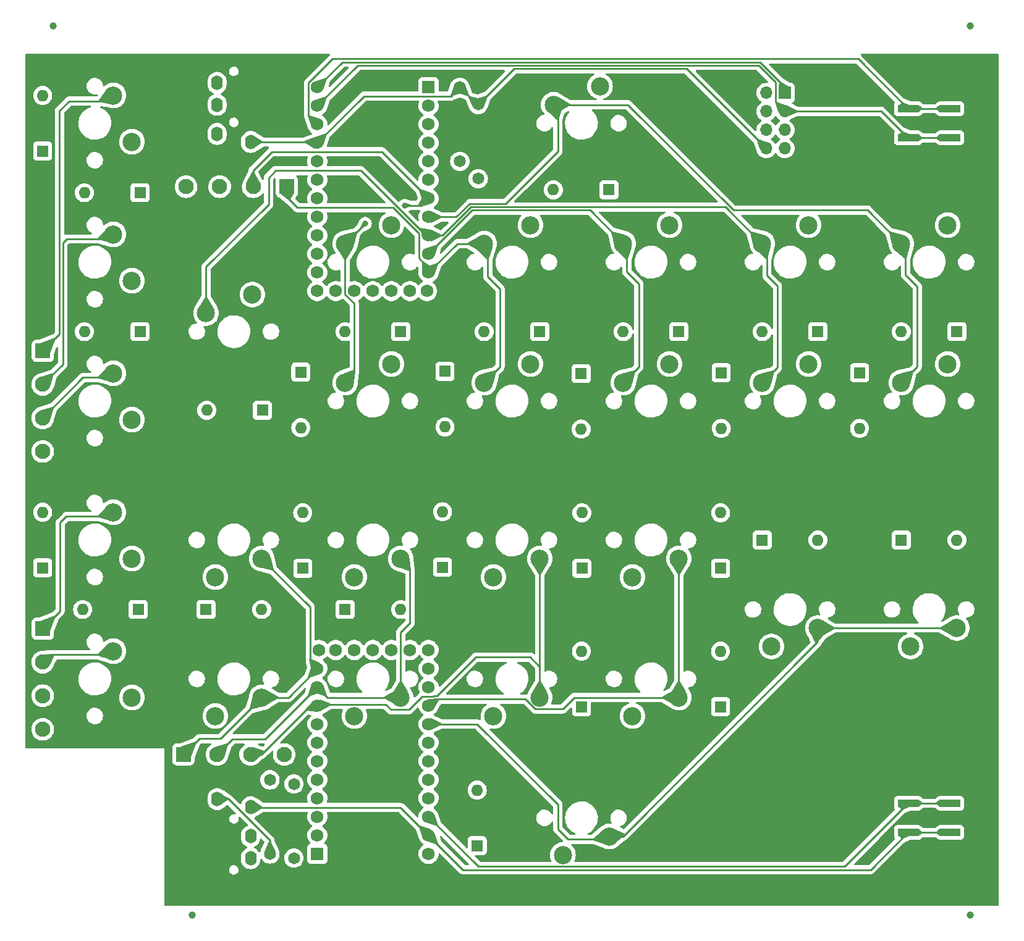
<source format=gbl>
%TF.GenerationSoftware,KiCad,Pcbnew,7.0.10*%
%TF.CreationDate,2024-02-04T21:18:14-08:00*%
%TF.ProjectId,oddball_steno,6f646462-616c-46c5-9f73-74656e6f2e6b,rev?*%
%TF.SameCoordinates,Original*%
%TF.FileFunction,Copper,L2,Bot*%
%TF.FilePolarity,Positive*%
%FSLAX46Y46*%
G04 Gerber Fmt 4.6, Leading zero omitted, Abs format (unit mm)*
G04 Created by KiCad (PCBNEW 7.0.10) date 2024-02-04 21:18:14*
%MOMM*%
%LPD*%
G01*
G04 APERTURE LIST*
G04 Aperture macros list*
%AMRoundRect*
0 Rectangle with rounded corners*
0 $1 Rounding radius*
0 $2 $3 $4 $5 $6 $7 $8 $9 X,Y pos of 4 corners*
0 Add a 4 corners polygon primitive as box body*
4,1,4,$2,$3,$4,$5,$6,$7,$8,$9,$2,$3,0*
0 Add four circle primitives for the rounded corners*
1,1,$1+$1,$2,$3*
1,1,$1+$1,$4,$5*
1,1,$1+$1,$6,$7*
1,1,$1+$1,$8,$9*
0 Add four rect primitives between the rounded corners*
20,1,$1+$1,$2,$3,$4,$5,0*
20,1,$1+$1,$4,$5,$6,$7,0*
20,1,$1+$1,$6,$7,$8,$9,0*
20,1,$1+$1,$8,$9,$2,$3,0*%
G04 Aperture macros list end*
%TA.AperFunction,SMDPad,CuDef*%
%ADD10C,1.000000*%
%TD*%
%TA.AperFunction,ComponentPad*%
%ADD11C,2.500000*%
%TD*%
%TA.AperFunction,ComponentPad*%
%ADD12RoundRect,0.250001X-0.799999X-0.799999X0.799999X-0.799999X0.799999X0.799999X-0.799999X0.799999X0*%
%TD*%
%TA.AperFunction,ComponentPad*%
%ADD13C,2.100000*%
%TD*%
%TA.AperFunction,ComponentPad*%
%ADD14O,1.600000X1.600000*%
%TD*%
%TA.AperFunction,ComponentPad*%
%ADD15R,1.600000X1.600000*%
%TD*%
%TA.AperFunction,ComponentPad*%
%ADD16RoundRect,0.250001X-0.799999X0.799999X-0.799999X-0.799999X0.799999X-0.799999X0.799999X0.799999X0*%
%TD*%
%TA.AperFunction,ComponentPad*%
%ADD17R,1.752600X1.752600*%
%TD*%
%TA.AperFunction,ComponentPad*%
%ADD18C,1.752600*%
%TD*%
%TA.AperFunction,ComponentPad*%
%ADD19O,1.700000X1.700000*%
%TD*%
%TA.AperFunction,ComponentPad*%
%ADD20R,1.700000X1.700000*%
%TD*%
%TA.AperFunction,SMDPad,CuDef*%
%ADD21R,2.800000X1.000000*%
%TD*%
%TA.AperFunction,ComponentPad*%
%ADD22C,1.651000*%
%TD*%
%TA.AperFunction,ComponentPad*%
%ADD23RoundRect,0.250001X0.799999X0.799999X-0.799999X0.799999X-0.799999X-0.799999X0.799999X-0.799999X0*%
%TD*%
%TA.AperFunction,ComponentPad*%
%ADD24O,1.600000X2.000000*%
%TD*%
%TA.AperFunction,ViaPad*%
%ADD25C,0.800000*%
%TD*%
%TA.AperFunction,Conductor*%
%ADD26C,0.250000*%
%TD*%
G04 APERTURE END LIST*
D10*
%TO.P,REF\u002A\u002A,*%
%TO.N,*%
X99225500Y-145140625D03*
%TD*%
%TO.P,REF\u002A\u002A,*%
%TO.N,*%
X205825500Y-145140625D03*
%TD*%
%TO.P,REF\u002A\u002A,*%
%TO.N,*%
X80160500Y-23250625D03*
%TD*%
%TO.P,REF\u002A\u002A,*%
%TO.N,*%
X205825500Y-23270625D03*
%TD*%
D11*
%TO.P,S25,2,2*%
%TO.N,Net-(D25-K)*%
X90930500Y-58170625D03*
%TO.P,S25,1,1*%
%TO.N,t_col2*%
X88390500Y-51820625D03*
%TD*%
%TO.P,S7,1,1*%
%TO.N,l_col2*%
X165860500Y-96270625D03*
%TO.P,S7,2,2*%
%TO.N,Net-(D7-K)*%
X159510500Y-98810625D03*
%TD*%
%TO.P,S26,2,2*%
%TO.N,Net-(D26-K)*%
X90930500Y-77220625D03*
%TO.P,S26,1,1*%
%TO.N,t_col3*%
X88390500Y-70870625D03*
%TD*%
%TO.P,S17,2,2*%
%TO.N,Net-(D17-K)*%
X126490500Y-69600625D03*
%TO.P,S17,1,1*%
%TO.N,r_col1*%
X120140500Y-72140625D03*
%TD*%
%TO.P,S27,1,1*%
%TO.N,t_col4*%
X88390500Y-89920625D03*
%TO.P,S27,2,2*%
%TO.N,Net-(D27-K)*%
X90930500Y-96270625D03*
%TD*%
%TO.P,S16,2,2*%
%TO.N,Net-(D16-K)*%
X202690500Y-50550625D03*
%TO.P,S16,1,1*%
%TO.N,r_col5*%
X196340500Y-53090625D03*
%TD*%
%TO.P,S5,1,1*%
%TO.N,l_col5*%
X108710500Y-115320625D03*
%TO.P,S5,2,2*%
%TO.N,Net-(D5-K)*%
X102360500Y-117860625D03*
%TD*%
%TO.P,S24,2,2*%
%TO.N,Net-(D24-K)*%
X90930500Y-39120625D03*
%TO.P,S24,1,1*%
%TO.N,t_col1*%
X88390500Y-32770625D03*
%TD*%
%TO.P,S1,1,1*%
%TO.N,l_col1*%
X156335500Y-134370625D03*
%TO.P,S1,2,2*%
%TO.N,Net-(D1-K)*%
X149985500Y-136910625D03*
%TD*%
%TO.P,S23,2,2*%
%TO.N,Net-(D23-K)*%
X155065500Y-31500625D03*
%TO.P,S23,1,1*%
%TO.N,r_col5*%
X148715500Y-34040625D03*
%TD*%
%TO.P,S22,2,2*%
%TO.N,Net-(D22-K)*%
X107440500Y-60075625D03*
%TO.P,S22,1,1*%
%TO.N,r_col4*%
X101090500Y-62615625D03*
%TD*%
%TO.P,S6,1,1*%
%TO.N,l_col1*%
X184910500Y-105795625D03*
%TO.P,S6,2,2*%
%TO.N,Net-(D6-K)*%
X178560500Y-108335625D03*
%TD*%
%TO.P,S12,2,2*%
%TO.N,Net-(D12-K)*%
X126490500Y-50550625D03*
%TO.P,S12,1,1*%
%TO.N,r_col1*%
X120140500Y-53090625D03*
%TD*%
%TO.P,S28,1,1*%
%TO.N,t_col5*%
X88390500Y-108970625D03*
%TO.P,S28,2,2*%
%TO.N,Net-(D28-K)*%
X90930500Y-115320625D03*
%TD*%
%TO.P,S11,1,1*%
%TO.N,l_col1*%
X203960500Y-105795625D03*
%TO.P,S11,2,2*%
%TO.N,Net-(D11-K)*%
X197610500Y-108335625D03*
%TD*%
%TO.P,S8,1,1*%
%TO.N,l_col3*%
X146810500Y-96270625D03*
%TO.P,S8,2,2*%
%TO.N,Net-(D8-K)*%
X140460500Y-98810625D03*
%TD*%
%TO.P,S15,2,2*%
%TO.N,Net-(D15-K)*%
X183640500Y-50550625D03*
%TO.P,S15,1,1*%
%TO.N,r_col4*%
X177290500Y-53090625D03*
%TD*%
%TO.P,S2,1,1*%
%TO.N,l_col2*%
X165860500Y-115320625D03*
%TO.P,S2,2,2*%
%TO.N,Net-(D2-K)*%
X159510500Y-117860625D03*
%TD*%
%TO.P,S18,2,2*%
%TO.N,Net-(D18-K)*%
X145540500Y-69600625D03*
%TO.P,S18,1,1*%
%TO.N,r_col2*%
X139190500Y-72140625D03*
%TD*%
%TO.P,S14,2,2*%
%TO.N,Net-(D14-K)*%
X164590500Y-50550625D03*
%TO.P,S14,1,1*%
%TO.N,r_col3*%
X158240500Y-53090625D03*
%TD*%
%TO.P,S9,1,1*%
%TO.N,l_col4*%
X127760500Y-96270625D03*
%TO.P,S9,2,2*%
%TO.N,Net-(D9-K)*%
X121410500Y-98810625D03*
%TD*%
%TO.P,S21,2,2*%
%TO.N,Net-(D21-K)*%
X202690500Y-69600625D03*
%TO.P,S21,1,1*%
%TO.N,r_col5*%
X196340500Y-72140625D03*
%TD*%
%TO.P,S19,2,2*%
%TO.N,Net-(D19-K)*%
X164590500Y-69600625D03*
%TO.P,S19,1,1*%
%TO.N,r_col3*%
X158240500Y-72140625D03*
%TD*%
%TO.P,S13,2,2*%
%TO.N,Net-(D13-K)*%
X145540500Y-50550625D03*
%TO.P,S13,1,1*%
%TO.N,r_col2*%
X139190500Y-53090625D03*
%TD*%
D12*
%TO.P,J2,1,Pin_1*%
%TO.N,l_col5*%
X98000500Y-123136875D03*
D13*
%TO.P,J2,2,Pin_2*%
%TO.N,l_col4*%
X102600500Y-123136875D03*
%TO.P,J2,3,Pin_3*%
%TO.N,l_col3*%
X107200500Y-123136875D03*
%TO.P,J2,4,Pin_4*%
%TO.N,l_row3*%
X111800500Y-123136875D03*
%TD*%
D11*
%TO.P,S3,1,1*%
%TO.N,l_col3*%
X146810500Y-115320625D03*
%TO.P,S3,2,2*%
%TO.N,Net-(D3-K)*%
X140460500Y-117860625D03*
%TD*%
%TO.P,S10,1,1*%
%TO.N,l_col5*%
X108710500Y-96270625D03*
%TO.P,S10,2,2*%
%TO.N,Net-(D10-K)*%
X102360500Y-98810625D03*
%TD*%
%TO.P,S4,1,1*%
%TO.N,l_col4*%
X127760500Y-115320625D03*
%TO.P,S4,2,2*%
%TO.N,Net-(D4-K)*%
X121410500Y-117860625D03*
%TD*%
%TO.P,S20,2,2*%
%TO.N,Net-(D20-K)*%
X183640500Y-69600625D03*
%TO.P,S20,1,1*%
%TO.N,r_col4*%
X177290500Y-72140625D03*
%TD*%
D14*
%TO.P,D21,2,A*%
%TO.N,r_row2*%
X190625500Y-78415625D03*
D15*
%TO.P,D21,1,K*%
%TO.N,Net-(D21-K)*%
X190625500Y-70795625D03*
%TD*%
D16*
%TO.P,J6,1,Pin_1*%
%TO.N,t_col4*%
X78706750Y-105880625D03*
D13*
%TO.P,J6,2,Pin_2*%
%TO.N,t_col5*%
X78706750Y-110480625D03*
%TO.P,J6,3,Pin_3*%
%TO.N,t_row2*%
X78706750Y-115080625D03*
%TO.P,J6,4,Pin_4*%
%TO.N,t_gnd*%
X78706750Y-119680625D03*
%TD*%
D17*
%TO.P,U1,1,TX0/PD3*%
%TO.N,unconnected-(U1-TX0{slash}PD3-Pad1)*%
X116330500Y-136751875D03*
D18*
%TO.P,U1,2,RX1/PD2*%
%TO.N,unconnected-(U1-RX1{slash}PD2-Pad2)*%
X116330500Y-134211875D03*
%TO.P,U1,3,GND*%
%TO.N,unconnected-(U1-GND-Pad3)*%
X116330500Y-131671875D03*
%TO.P,U1,4,GND*%
%TO.N,unconnected-(U1-GND-Pad4)*%
X116330500Y-129131875D03*
%TO.P,U1,5,2/PD1*%
%TO.N,l_data2*%
X116330500Y-126591875D03*
%TO.P,U1,6,3/PD0*%
%TO.N,l_data1*%
X116330500Y-124051875D03*
%TO.P,U1,7,4/PD4*%
%TO.N,unconnected-(U1-4{slash}PD4-Pad7)*%
X116330500Y-121511875D03*
%TO.P,U1,8,5/PC6*%
%TO.N,unconnected-(U1-5{slash}PC6-Pad8)*%
X116330500Y-118971875D03*
%TO.P,U1,9,6/PD7*%
%TO.N,l_col3*%
X116330500Y-116431875D03*
%TO.P,U1,10,7/PE6*%
%TO.N,l_col4*%
X116330500Y-113891875D03*
%TO.P,U1,11,8/PB4*%
%TO.N,l_col5*%
X116330500Y-111351875D03*
%TO.P,U1,12,9/PB5*%
%TO.N,unconnected-(U1-9{slash}PB5-Pad12)*%
X116559100Y-108811875D03*
%TO.P,U1,13,10/PB6*%
%TO.N,unconnected-(U1-10{slash}PB6-Pad13)*%
X131570500Y-108811875D03*
%TO.P,U1,14,16/PB2*%
%TO.N,unconnected-(U1-16{slash}PB2-Pad14)*%
X131570500Y-111351875D03*
%TO.P,U1,15,14/PB3*%
%TO.N,unconnected-(U1-14{slash}PB3-Pad15)*%
X131570500Y-113891875D03*
%TO.P,U1,16,15/PB1*%
%TO.N,l_col2*%
X131570500Y-116431875D03*
%TO.P,U1,17,A0/PF7*%
%TO.N,l_col1*%
X131570500Y-118971875D03*
%TO.P,U1,18,A1/PF6*%
%TO.N,l_row1*%
X131570500Y-121511875D03*
%TO.P,U1,19,A2/PF5*%
%TO.N,l_row2*%
X131570500Y-124051875D03*
%TO.P,U1,20,A3/PF4*%
%TO.N,l_row3*%
X131570500Y-126591875D03*
%TO.P,U1,21,VCC*%
%TO.N,l_vcc*%
X131570500Y-129131875D03*
%TO.P,U1,22,RST*%
%TO.N,Net-(SW1-A)*%
X131570500Y-131671875D03*
%TO.P,U1,23,GND*%
%TO.N,l_gnd*%
X131570500Y-134211875D03*
%TO.P,U1,24,B0*%
%TO.N,unconnected-(U1-B0-Pad24)*%
X131570500Y-136751875D03*
%TO.P,U1,25,B7*%
%TO.N,unconnected-(U1-B7-Pad25)*%
X118870500Y-108811875D03*
%TO.P,U1,26,D5*%
%TO.N,unconnected-(U1-D5-Pad26)*%
X121410500Y-108811875D03*
%TO.P,U1,27,C7*%
%TO.N,unconnected-(U1-C7-Pad27)*%
X123950500Y-108811875D03*
%TO.P,U1,28,F1*%
%TO.N,unconnected-(U1-F1-Pad28)*%
X126490500Y-108811875D03*
%TO.P,U1,29,F0*%
%TO.N,unconnected-(U1-F0-Pad29)*%
X129030500Y-108811875D03*
%TD*%
D15*
%TO.P,D1,1,K*%
%TO.N,Net-(D1-K)*%
X138238000Y-135640625D03*
D14*
%TO.P,D1,2,A*%
%TO.N,l_row1*%
X138238000Y-128020625D03*
%TD*%
D15*
%TO.P,D3,1,K*%
%TO.N,Net-(D3-K)*%
X152525500Y-116590625D03*
D14*
%TO.P,D3,2,A*%
%TO.N,l_row1*%
X152525500Y-108970625D03*
%TD*%
%TO.P,D19,2,A*%
%TO.N,r_row2*%
X152475500Y-78515625D03*
D15*
%TO.P,D19,1,K*%
%TO.N,Net-(D19-K)*%
X152475500Y-70895625D03*
%TD*%
D19*
%TO.P,J3,8,Pin_8*%
%TO.N,r_vcc*%
X177835500Y-40025625D03*
%TO.P,J3,7,Pin_7*%
%TO.N,miso*%
X180375500Y-40025625D03*
%TO.P,J3,6,Pin_6*%
%TO.N,mosi*%
X177835500Y-37485625D03*
%TO.P,J3,5,Pin_5*%
%TO.N,sclk*%
X180375500Y-37485625D03*
%TO.P,J3,4,Pin_4*%
%TO.N,unconnected-(J3-Pin_4-Pad4)*%
X177835500Y-34945625D03*
%TO.P,J3,3,Pin_3*%
%TO.N,r_gnd*%
X180375500Y-34945625D03*
%TO.P,J3,2,Pin_2*%
%TO.N,motion*%
X177835500Y-32405625D03*
D20*
%TO.P,J3,1,Pin_1*%
%TO.N,ss*%
X180375500Y-32405625D03*
%TD*%
D15*
%TO.P,D10,1,K*%
%TO.N,Net-(D10-K)*%
X114336750Y-97615625D03*
D14*
%TO.P,D10,2,A*%
%TO.N,l_row2*%
X114336750Y-89995625D03*
%TD*%
%TO.P,D13,2,A*%
%TO.N,r_row1*%
X139190500Y-65155625D03*
D15*
%TO.P,D13,1,K*%
%TO.N,Net-(D13-K)*%
X146810500Y-65155625D03*
%TD*%
D14*
%TO.P,D22,2,A*%
%TO.N,r_row3*%
X101188000Y-75930625D03*
D15*
%TO.P,D22,1,K*%
%TO.N,Net-(D22-K)*%
X108808000Y-75930625D03*
%TD*%
D14*
%TO.P,D17,2,A*%
%TO.N,r_row2*%
X114075500Y-78315625D03*
D15*
%TO.P,D17,1,K*%
%TO.N,Net-(D17-K)*%
X114075500Y-70695625D03*
%TD*%
D21*
%TO.P,SW2,2,B*%
%TO.N,r_gnd*%
X197250500Y-38580625D03*
X203050500Y-38580625D03*
%TO.P,SW2,1,A*%
%TO.N,Net-(SW2-A)*%
X197250500Y-34580625D03*
X203050500Y-34580625D03*
%TD*%
D15*
%TO.P,D27,1,K*%
%TO.N,Net-(D27-K)*%
X78706750Y-97540625D03*
D14*
%TO.P,D27,2,A*%
%TO.N,t_row2*%
X78706750Y-89920625D03*
%TD*%
%TO.P,D15,2,A*%
%TO.N,r_row1*%
X177290500Y-65155625D03*
D15*
%TO.P,D15,1,K*%
%TO.N,Net-(D15-K)*%
X184910500Y-65155625D03*
%TD*%
D22*
%TO.P,R4,1*%
%TO.N,l_vcc*%
X109836750Y-136766875D03*
%TO.P,R4,2*%
%TO.N,l_data1*%
X109836750Y-126606875D03*
%TD*%
%TO.P,R3,1*%
%TO.N,l_data2*%
X113125500Y-127175625D03*
%TO.P,R3,2*%
%TO.N,l_vcc*%
X113125500Y-137335625D03*
%TD*%
D14*
%TO.P,D16,2,A*%
%TO.N,r_row1*%
X196340500Y-65155625D03*
D15*
%TO.P,D16,1,K*%
%TO.N,Net-(D16-K)*%
X203960500Y-65155625D03*
%TD*%
%TO.P,D6,1,K*%
%TO.N,Net-(D6-K)*%
X177290500Y-93730625D03*
D14*
%TO.P,D6,2,A*%
%TO.N,l_row2*%
X184910500Y-93730625D03*
%TD*%
%TO.P,D20,2,A*%
%TO.N,r_row2*%
X171675500Y-78415625D03*
D15*
%TO.P,D20,1,K*%
%TO.N,Net-(D20-K)*%
X171675500Y-70795625D03*
%TD*%
%TO.P,D9,1,K*%
%TO.N,Net-(D9-K)*%
X133486750Y-97465625D03*
D14*
%TO.P,D9,2,A*%
%TO.N,l_row2*%
X133486750Y-89845625D03*
%TD*%
D22*
%TO.P,R1,2*%
%TO.N,r_vcc*%
X135856750Y-31644375D03*
%TO.P,R1,1*%
%TO.N,r_data2*%
X135856750Y-41804375D03*
%TD*%
D15*
%TO.P,D28,1,K*%
%TO.N,Net-(D28-K)*%
X91800500Y-103255625D03*
D14*
%TO.P,D28,2,A*%
%TO.N,t_row2*%
X84180500Y-103255625D03*
%TD*%
D15*
%TO.P,D4,1,K*%
%TO.N,Net-(D4-K)*%
X120140500Y-103255625D03*
D14*
%TO.P,D4,2,A*%
%TO.N,l_row1*%
X127760500Y-103255625D03*
%TD*%
D22*
%TO.P,R2,2*%
%TO.N,r_data1*%
X138381750Y-44185625D03*
%TO.P,R2,1*%
%TO.N,r_vcc*%
X138381750Y-34025625D03*
%TD*%
D14*
%TO.P,D26,2,A*%
%TO.N,t_row1*%
X84421750Y-65155625D03*
D15*
%TO.P,D26,1,K*%
%TO.N,Net-(D26-K)*%
X92041750Y-65155625D03*
%TD*%
D18*
%TO.P,U3,29,F0*%
%TO.N,unconnected-(U3-F0-Pad29)*%
X118870500Y-59599375D03*
%TO.P,U3,28,F1*%
%TO.N,unconnected-(U3-F1-Pad28)*%
X121410500Y-59599375D03*
%TO.P,U3,27,C7*%
%TO.N,unconnected-(U3-C7-Pad27)*%
X123950500Y-59599375D03*
%TO.P,U3,26,D5*%
%TO.N,unconnected-(U3-D5-Pad26)*%
X126490500Y-59599375D03*
%TO.P,U3,25,B7*%
%TO.N,unconnected-(U3-B7-Pad25)*%
X129030500Y-59599375D03*
%TO.P,U3,24,B0*%
%TO.N,ss*%
X116330500Y-31659375D03*
%TO.P,U3,23,GND*%
%TO.N,r_gnd*%
X116330500Y-34199375D03*
%TO.P,U3,22,RST*%
%TO.N,Net-(SW2-A)*%
X116330500Y-36739375D03*
%TO.P,U3,21,VCC*%
%TO.N,r_vcc*%
X116330500Y-39279375D03*
%TO.P,U3,20,A3/PF4*%
%TO.N,unconnected-(U3-A3{slash}PF4-Pad20)*%
X116330500Y-41819375D03*
%TO.P,U3,19,A2/PF5*%
%TO.N,r_row3*%
X116330500Y-44359375D03*
%TO.P,U3,18,A1/PF6*%
%TO.N,r_row2*%
X116330500Y-46899375D03*
%TO.P,U3,17,A0/PF7*%
%TO.N,r_row1*%
X116330500Y-49439375D03*
%TO.P,U3,16,15/PB1*%
%TO.N,sclk*%
X116330500Y-51979375D03*
%TO.P,U3,15,14/PB3*%
%TO.N,miso*%
X116330500Y-54519375D03*
%TO.P,U3,14,16/PB2*%
%TO.N,mosi*%
X116330500Y-57059375D03*
%TO.P,U3,13,10/PB6*%
%TO.N,unconnected-(U3-10{slash}PB6-Pad13)*%
X116330500Y-59599375D03*
%TO.P,U3,12,9/PB5*%
%TO.N,unconnected-(U3-9{slash}PB5-Pad12)*%
X131341900Y-59599375D03*
%TO.P,U3,11,8/PB4*%
%TO.N,r_col2*%
X131570500Y-57059375D03*
%TO.P,U3,10,7/PE6*%
%TO.N,r_col3*%
X131570500Y-54519375D03*
%TO.P,U3,9,6/PD7*%
%TO.N,r_col4*%
X131570500Y-51979375D03*
%TO.P,U3,8,5/PC6*%
%TO.N,r_col5*%
X131570500Y-49439375D03*
%TO.P,U3,7,4/PD4*%
%TO.N,r_col1*%
X131570500Y-46899375D03*
%TO.P,U3,6,3/PD0*%
%TO.N,r_data1*%
X131570500Y-44359375D03*
%TO.P,U3,5,2/PD1*%
%TO.N,r_data2*%
X131570500Y-41819375D03*
%TO.P,U3,4,GND*%
%TO.N,unconnected-(U3-GND-Pad4)*%
X131570500Y-39279375D03*
%TO.P,U3,3,GND*%
%TO.N,unconnected-(U3-GND-Pad3)*%
X131570500Y-36739375D03*
%TO.P,U3,2,RX1/PD2*%
%TO.N,motion*%
X131570500Y-34199375D03*
D17*
%TO.P,U3,1,TX0/PD3*%
%TO.N,unconnected-(U3-TX0{slash}PD3-Pad1)*%
X131570500Y-31659375D03*
%TD*%
D15*
%TO.P,D8,1,K*%
%TO.N,Net-(D8-K)*%
X152586750Y-97615625D03*
D14*
%TO.P,D8,2,A*%
%TO.N,l_row2*%
X152586750Y-89995625D03*
%TD*%
%TO.P,D18,2,A*%
%TO.N,r_row2*%
X133825500Y-78215625D03*
D15*
%TO.P,D18,1,K*%
%TO.N,Net-(D18-K)*%
X133825500Y-70595625D03*
%TD*%
D14*
%TO.P,D25,2,A*%
%TO.N,t_row1*%
X84421750Y-46105625D03*
D15*
%TO.P,D25,1,K*%
%TO.N,Net-(D25-K)*%
X92041750Y-46105625D03*
%TD*%
D13*
%TO.P,J4,4,Pin_4*%
%TO.N,r_gnd*%
X98350500Y-45274375D03*
%TO.P,J4,3,Pin_3*%
%TO.N,r_row3*%
X102950500Y-45274375D03*
%TO.P,J4,2,Pin_2*%
%TO.N,r_col1*%
X107550500Y-45274375D03*
D23*
%TO.P,J4,1,Pin_1*%
%TO.N,r_col2*%
X112150500Y-45274375D03*
%TD*%
D15*
%TO.P,D11,1,K*%
%TO.N,Net-(D11-K)*%
X196340500Y-93730625D03*
D14*
%TO.P,D11,2,A*%
%TO.N,l_row3*%
X203960500Y-93730625D03*
%TD*%
%TO.P,D23,2,A*%
%TO.N,r_row3*%
X148665500Y-45705625D03*
D15*
%TO.P,D23,1,K*%
%TO.N,Net-(D23-K)*%
X156285500Y-45705625D03*
%TD*%
D21*
%TO.P,SW1,1,A*%
%TO.N,Net-(SW1-A)*%
X203050500Y-129830625D03*
X197250500Y-129830625D03*
%TO.P,SW1,2,B*%
%TO.N,l_gnd*%
X203050500Y-133830625D03*
X197250500Y-133830625D03*
%TD*%
D24*
%TO.P,U4,4,RING2*%
%TO.N,r_data1*%
X102600500Y-31049375D03*
%TO.P,U4,3,RING1*%
%TO.N,r_data2*%
X102600500Y-34049375D03*
%TO.P,U4,2,TIP*%
%TO.N,r_gnd*%
X102600500Y-38049375D03*
%TO.P,U4,1,SLEEVE*%
%TO.N,r_vcc*%
X107200500Y-39149375D03*
%TD*%
D15*
%TO.P,D2,1,K*%
%TO.N,Net-(D2-K)*%
X171575500Y-116590625D03*
D14*
%TO.P,D2,2,A*%
%TO.N,l_row1*%
X171575500Y-108970625D03*
%TD*%
D15*
%TO.P,D7,1,K*%
%TO.N,Net-(D7-K)*%
X171586750Y-97615625D03*
D14*
%TO.P,D7,2,A*%
%TO.N,l_row2*%
X171586750Y-89995625D03*
%TD*%
%TO.P,D14,2,A*%
%TO.N,r_row1*%
X158240500Y-65155625D03*
D15*
%TO.P,D14,1,K*%
%TO.N,Net-(D14-K)*%
X165860500Y-65155625D03*
%TD*%
D14*
%TO.P,D24,2,A*%
%TO.N,t_row1*%
X78706750Y-32770625D03*
D15*
%TO.P,D24,1,K*%
%TO.N,Net-(D24-K)*%
X78706750Y-40390625D03*
%TD*%
D13*
%TO.P,J5,4,Pin_4*%
%TO.N,t_row1*%
X78706750Y-81580625D03*
%TO.P,J5,3,Pin_3*%
%TO.N,t_col3*%
X78706750Y-76980625D03*
%TO.P,J5,2,Pin_2*%
%TO.N,t_col2*%
X78706750Y-72380625D03*
D16*
%TO.P,J5,1,Pin_1*%
%TO.N,t_col1*%
X78706750Y-67780625D03*
%TD*%
D15*
%TO.P,D5,1,K*%
%TO.N,Net-(D5-K)*%
X101090500Y-103255625D03*
D14*
%TO.P,D5,2,A*%
%TO.N,l_row1*%
X108710500Y-103255625D03*
%TD*%
%TO.P,D12,2,A*%
%TO.N,r_row1*%
X120140500Y-65155625D03*
D15*
%TO.P,D12,1,K*%
%TO.N,Net-(D12-K)*%
X127760500Y-65155625D03*
%TD*%
D24*
%TO.P,U2,1,SLEEVE*%
%TO.N,l_vcc*%
X102600500Y-129261875D03*
%TO.P,U2,2,TIP*%
%TO.N,l_gnd*%
X107200500Y-130361875D03*
%TO.P,U2,3,RING1*%
%TO.N,l_data2*%
X107200500Y-134361875D03*
%TO.P,U2,4,RING2*%
%TO.N,l_data1*%
X107200500Y-137361875D03*
%TD*%
D25*
%TO.N,r_col1*%
X122900500Y-50330625D03*
X128326451Y-47854674D03*
%TD*%
D26*
%TO.N,ss*%
X116330500Y-31659375D02*
X119784250Y-28205625D01*
X180375500Y-31605625D02*
X180375500Y-32405625D01*
X176975500Y-28205625D02*
X180375500Y-31605625D01*
X119784250Y-28205625D02*
X176975500Y-28205625D01*
%TO.N,Net-(SW1-A)*%
X203050500Y-129830625D02*
X197250500Y-129830625D01*
X138384250Y-138485625D02*
X131570500Y-131671875D01*
X197250500Y-129830625D02*
X188595500Y-138485625D01*
X188595500Y-138485625D02*
X138384250Y-138485625D01*
%TO.N,Net-(SW2-A)*%
X115129200Y-31051925D02*
X118425500Y-27755625D01*
X197250500Y-34580625D02*
X203050500Y-34580625D01*
X116330500Y-36739375D02*
X115129200Y-35538075D01*
X118425500Y-27755625D02*
X190425500Y-27755625D01*
X190425500Y-27755625D02*
X197250500Y-34580625D01*
X115129200Y-35538075D02*
X115129200Y-31051925D01*
%TO.N,l_col2*%
X146158113Y-116895625D02*
X149970500Y-116895625D01*
X151545500Y-115320625D02*
X165860500Y-115320625D01*
X131570500Y-116431875D02*
X132446800Y-115555575D01*
X165860500Y-96270625D02*
X165860500Y-115320625D01*
X132446800Y-115555575D02*
X144818063Y-115555575D01*
X144818063Y-115555575D02*
X146158113Y-116895625D01*
X149970500Y-116895625D02*
X151545500Y-115320625D01*
%TO.N,l_col3*%
X146810500Y-96270625D02*
X146810500Y-115320625D01*
X115399250Y-116431875D02*
X116330500Y-116431875D01*
X116476750Y-116285625D02*
X116330500Y-116431875D01*
X130725500Y-115155625D02*
X128875500Y-117005625D01*
X107200500Y-123136875D02*
X108694250Y-123136875D01*
X146810500Y-111090625D02*
X145525500Y-109805625D01*
X108694250Y-123136875D02*
X115399250Y-116431875D01*
X128875500Y-117005625D02*
X126425500Y-117005625D01*
X132210354Y-115155625D02*
X130725500Y-115155625D01*
X125705500Y-116285625D02*
X116476750Y-116285625D01*
X126425500Y-117005625D02*
X125705500Y-116285625D01*
X138025500Y-109805625D02*
X132725550Y-115105575D01*
X146810500Y-115320625D02*
X146810500Y-111090625D01*
X132725550Y-115105575D02*
X132260404Y-115105575D01*
X145525500Y-109805625D02*
X138025500Y-109805625D01*
X132260404Y-115105575D02*
X132210354Y-115155625D01*
%TO.N,l_col4*%
X129010499Y-104990624D02*
X129075500Y-105055625D01*
X109216750Y-121005625D02*
X116330500Y-113891875D01*
X129075500Y-105055625D02*
X127760500Y-106370625D01*
X129010499Y-97520624D02*
X129010499Y-104990624D01*
X104731750Y-121005625D02*
X109216750Y-121005625D01*
X102600500Y-123136875D02*
X104731750Y-121005625D01*
X127760500Y-115320625D02*
X117759250Y-115320625D01*
X127760500Y-106370625D02*
X127760500Y-115320625D01*
X127760500Y-96270625D02*
X129010499Y-97520624D01*
X117759250Y-115320625D02*
X116330500Y-113891875D01*
%TO.N,r_col3*%
X160375500Y-70005625D02*
X160375500Y-58605625D01*
X158725500Y-53575625D02*
X158240500Y-53090625D01*
X158240500Y-53070625D02*
X153675500Y-48505625D01*
X137584250Y-48505625D02*
X131570500Y-54519375D01*
X158240500Y-53090625D02*
X158240500Y-53070625D01*
X160375500Y-58605625D02*
X158725500Y-56955625D01*
X153675500Y-48505625D02*
X137584250Y-48505625D01*
X158240500Y-72140625D02*
X160375500Y-70005625D01*
X158725500Y-56955625D02*
X158725500Y-53575625D01*
%TO.N,r_col5*%
X148715500Y-34040625D02*
X158876896Y-34040625D01*
X198525500Y-69955625D02*
X198525500Y-58955625D01*
X191755500Y-48505625D02*
X196340500Y-53090625D01*
X137211458Y-47605625D02*
X142075500Y-47605625D01*
X158876896Y-34040625D02*
X173341896Y-48505625D01*
X135377708Y-49439375D02*
X137211458Y-47605625D01*
X196925500Y-57355625D02*
X196925500Y-53675625D01*
X173341896Y-48505625D02*
X191755500Y-48505625D01*
X198525500Y-58955625D02*
X196925500Y-57355625D01*
X196925500Y-53675625D02*
X196340500Y-53090625D01*
X196340500Y-72140625D02*
X198525500Y-69955625D01*
X149275500Y-40405625D02*
X149275500Y-34600625D01*
X131570500Y-49439375D02*
X135377708Y-49439375D01*
X149275500Y-34600625D02*
X148715500Y-34040625D01*
X142075500Y-47605625D02*
X149275500Y-40405625D01*
%TO.N,t_col3*%
X78706750Y-76980625D02*
X84243000Y-71444375D01*
X87816750Y-71444375D02*
X88390500Y-70870625D01*
X84243000Y-71444375D02*
X87816750Y-71444375D01*
%TO.N,t_col2*%
X87766750Y-52444375D02*
X88390500Y-51820625D01*
X78706750Y-72380625D02*
X81469250Y-69618125D01*
X82019250Y-52444375D02*
X87766750Y-52444375D01*
X81469250Y-69618125D02*
X81469250Y-52994375D01*
X81469250Y-52994375D02*
X82019250Y-52444375D01*
%TO.N,t_col1*%
X87616750Y-33544375D02*
X88390500Y-32770625D01*
X81019250Y-65468125D02*
X81019250Y-34844375D01*
X81019250Y-34844375D02*
X82319250Y-33544375D01*
X78706750Y-67780625D02*
X81019250Y-65468125D01*
X82319250Y-33544375D02*
X87616750Y-33544375D01*
%TO.N,t_col5*%
X88390500Y-108970625D02*
X87911750Y-109449375D01*
X87911750Y-109449375D02*
X79738000Y-109449375D01*
X79738000Y-109449375D02*
X78706750Y-110480625D01*
%TO.N,t_col4*%
X81088000Y-103499375D02*
X78706750Y-105880625D01*
X81088000Y-91349375D02*
X81088000Y-103499375D01*
X81938000Y-90499375D02*
X81088000Y-91349375D01*
X88390500Y-89920625D02*
X87811750Y-90499375D01*
X87811750Y-90499375D02*
X81938000Y-90499375D01*
%TO.N,l_col1*%
X138263007Y-118971875D02*
X149286750Y-129995618D01*
X156335500Y-134370625D02*
X158171750Y-134370625D01*
X150686750Y-134755625D02*
X155950500Y-134755625D01*
X131570500Y-118971875D02*
X138263007Y-118971875D01*
X158171750Y-134370625D02*
X184910500Y-107631875D01*
X184910500Y-107631875D02*
X184910500Y-105795625D01*
X184910500Y-105795625D02*
X203960500Y-105795625D01*
X155950500Y-134755625D02*
X156335500Y-134370625D01*
X149286750Y-129995618D02*
X149286750Y-133355625D01*
X149286750Y-133355625D02*
X150686750Y-134755625D01*
%TO.N,l_col5*%
X103075500Y-120955625D02*
X108710500Y-115320625D01*
X115357800Y-110379175D02*
X116330500Y-111351875D01*
X115357800Y-102917925D02*
X115357800Y-110379175D01*
X98000500Y-123136875D02*
X100181750Y-120955625D01*
X108710500Y-96270625D02*
X115357800Y-102917925D01*
X108710500Y-115320625D02*
X112361750Y-115320625D01*
X112361750Y-115320625D02*
X116330500Y-111351875D01*
X100181750Y-120955625D02*
X103075500Y-120955625D01*
%TO.N,r_col1*%
X120140500Y-60028270D02*
X121390499Y-61278269D01*
X130615201Y-47854674D02*
X131570500Y-46899375D01*
X122900500Y-50330625D02*
X120140500Y-53090625D01*
X121390499Y-61278269D02*
X121390499Y-70890626D01*
X128326451Y-47854674D02*
X130615201Y-47854674D01*
X121390499Y-70890626D02*
X120140500Y-72140625D01*
X110087950Y-40480675D02*
X125151800Y-40480675D01*
X107550500Y-43018125D02*
X110087950Y-40480675D01*
X120140500Y-53090625D02*
X120140500Y-60028270D01*
X107550500Y-45274375D02*
X107550500Y-43018125D01*
X125151800Y-40480675D02*
X131570500Y-46899375D01*
%TO.N,r_col2*%
X126725500Y-48155625D02*
X130275500Y-51705625D01*
X112150500Y-46718125D02*
X113588000Y-48155625D01*
X131570500Y-56402858D02*
X131570500Y-57059375D01*
X130275500Y-55107858D02*
X131570500Y-56402858D01*
X130275500Y-51705625D02*
X130275500Y-55107858D01*
X139675500Y-53575625D02*
X139190500Y-53090625D01*
X141375500Y-59305625D02*
X139675500Y-57605625D01*
X139190500Y-53090625D02*
X135539250Y-53090625D01*
X141375500Y-69955625D02*
X141375500Y-59305625D01*
X139675500Y-57605625D02*
X139675500Y-53575625D01*
X112150500Y-45274375D02*
X112150500Y-46718125D01*
X139190500Y-72140625D02*
X141375500Y-69955625D01*
X113588000Y-48155625D02*
X126725500Y-48155625D01*
X135539250Y-53090625D02*
X131570500Y-57059375D01*
%TO.N,r_col4*%
X122280646Y-43074375D02*
X131185646Y-51979375D01*
X109650500Y-47724375D02*
X109650500Y-44024375D01*
X109650500Y-44024375D02*
X110600500Y-43074375D01*
X172255500Y-48055625D02*
X137397854Y-48055625D01*
X179375500Y-58905625D02*
X177925500Y-57455625D01*
X177290500Y-72140625D02*
X179375500Y-70055625D01*
X133474104Y-51979375D02*
X131570500Y-51979375D01*
X177925500Y-57455625D02*
X177925500Y-53725625D01*
X177925500Y-53725625D02*
X177290500Y-53090625D01*
X179375500Y-70055625D02*
X179375500Y-58905625D01*
X177290500Y-53090625D02*
X172255500Y-48055625D01*
X101090500Y-62615625D02*
X101090500Y-56284375D01*
X101090500Y-56284375D02*
X109650500Y-47724375D01*
X137397854Y-48055625D02*
X133474104Y-51979375D01*
X110600500Y-43074375D02*
X122280646Y-43074375D01*
X131185646Y-51979375D02*
X131570500Y-51979375D01*
%TO.N,l_vcc*%
X104181750Y-129261875D02*
X109836750Y-134916875D01*
X102600500Y-129261875D02*
X104181750Y-129261875D01*
X109836750Y-134916875D02*
X109836750Y-136766875D01*
%TO.N,l_gnd*%
X107200500Y-130361875D02*
X107244250Y-130405625D01*
X136294250Y-138935625D02*
X131570500Y-134211875D01*
X107244250Y-130405625D02*
X127764250Y-130405625D01*
X192145500Y-138935625D02*
X136294250Y-138935625D01*
X127764250Y-130405625D02*
X131570500Y-134211875D01*
X197250500Y-133830625D02*
X192145500Y-138935625D01*
X203050500Y-133830625D02*
X197250500Y-133830625D01*
%TO.N,r_vcc*%
X138238000Y-34025625D02*
X138381750Y-34025625D01*
X122749200Y-32860675D02*
X134640450Y-32860675D01*
X135856750Y-31644375D02*
X138238000Y-34025625D01*
X138381750Y-34025625D02*
X143301750Y-29105625D01*
X143301750Y-29105625D02*
X166915500Y-29105625D01*
X116200500Y-39149375D02*
X116330500Y-39279375D01*
X166915500Y-29105625D02*
X177835500Y-40025625D01*
X134640450Y-32860675D02*
X135856750Y-31644375D01*
X107200500Y-39149375D02*
X116200500Y-39149375D01*
X116330500Y-39279375D02*
X122749200Y-32860675D01*
%TO.N,r_gnd*%
X197250500Y-38580625D02*
X203050500Y-38580625D01*
X180375500Y-34945625D02*
X193615500Y-34945625D01*
X121874250Y-28655625D02*
X176789104Y-28655625D01*
X193615500Y-34945625D02*
X197250500Y-38580625D01*
X179075500Y-30942021D02*
X179075500Y-33645625D01*
X116330500Y-34199375D02*
X121874250Y-28655625D01*
X179075500Y-33645625D02*
X180375500Y-34945625D01*
X176789104Y-28655625D02*
X179075500Y-30942021D01*
%TD*%
%TA.AperFunction,NonConductor*%
G36*
X120581836Y-28850810D02*
G01*
X120627591Y-28903614D01*
X120637535Y-28972772D01*
X120608510Y-29036328D01*
X120602478Y-29042806D01*
X118071832Y-31573450D01*
X118010509Y-31606935D01*
X117940817Y-31601951D01*
X117884884Y-31560079D01*
X117860467Y-31494615D01*
X117867060Y-31444958D01*
X118091857Y-30800062D01*
X118121263Y-30753201D01*
X120007022Y-28867444D01*
X120068345Y-28833959D01*
X120094703Y-28831125D01*
X120514797Y-28831125D01*
X120581836Y-28850810D01*
G37*
%TD.AperFunction*%
%TA.AperFunction,NonConductor*%
G36*
X142009337Y-29300810D02*
G01*
X142055092Y-29353614D01*
X142065036Y-29422772D01*
X142036011Y-29486328D01*
X142029979Y-29492806D01*
X139215131Y-32307651D01*
X139168781Y-32336879D01*
X138364528Y-32621207D01*
X138294761Y-32624993D01*
X138289742Y-32623700D01*
X137601115Y-32430752D01*
X137541872Y-32393710D01*
X137517661Y-32352681D01*
X137513274Y-32340271D01*
X137113012Y-31208086D01*
X137110151Y-31198864D01*
X137107542Y-31189124D01*
X137104975Y-31183619D01*
X137100449Y-31172549D01*
X137100114Y-31171601D01*
X137096285Y-31161217D01*
X137095411Y-31158846D01*
X137095194Y-31158281D01*
X137067236Y-31097751D01*
X137067230Y-31097743D01*
X137063922Y-31092187D01*
X137064134Y-31092060D01*
X137055712Y-31077976D01*
X137054604Y-31075599D01*
X137009486Y-30978843D01*
X136924616Y-30857635D01*
X136876404Y-30788781D01*
X136712346Y-30624724D01*
X136712342Y-30624720D01*
X136551030Y-30511768D01*
X136522282Y-30491638D01*
X136417142Y-30442611D01*
X136312001Y-30393583D01*
X136311997Y-30393582D01*
X136311993Y-30393580D01*
X136087892Y-30333533D01*
X136087882Y-30333531D01*
X135856751Y-30313310D01*
X135856749Y-30313310D01*
X135625617Y-30333531D01*
X135625607Y-30333533D01*
X135401506Y-30393580D01*
X135401497Y-30393584D01*
X135191217Y-30491639D01*
X135191213Y-30491641D01*
X135001156Y-30624720D01*
X134837095Y-30788781D01*
X134704015Y-30978840D01*
X134621361Y-31156088D01*
X134618823Y-31161217D01*
X134613385Y-31171597D01*
X134613040Y-31172575D01*
X134608528Y-31183609D01*
X134605964Y-31189109D01*
X134605956Y-31189128D01*
X134603351Y-31198851D01*
X134600488Y-31208078D01*
X134266605Y-32152506D01*
X134225701Y-32209151D01*
X134160666Y-32234689D01*
X134149696Y-32235175D01*
X133071300Y-32235175D01*
X133004261Y-32215490D01*
X132958506Y-32162686D01*
X132947300Y-32111175D01*
X132947299Y-30735204D01*
X132947298Y-30735198D01*
X132947297Y-30735191D01*
X132940891Y-30675592D01*
X132931157Y-30649495D01*
X132890597Y-30540746D01*
X132890593Y-30540739D01*
X132804347Y-30425530D01*
X132804344Y-30425527D01*
X132689135Y-30339281D01*
X132689128Y-30339277D01*
X132554282Y-30288983D01*
X132554283Y-30288983D01*
X132494683Y-30282576D01*
X132494681Y-30282575D01*
X132494673Y-30282575D01*
X132494664Y-30282575D01*
X130646329Y-30282575D01*
X130646323Y-30282576D01*
X130586716Y-30288983D01*
X130451871Y-30339277D01*
X130451864Y-30339281D01*
X130336655Y-30425527D01*
X130336652Y-30425530D01*
X130250406Y-30540739D01*
X130250402Y-30540746D01*
X130200108Y-30675592D01*
X130193701Y-30735191D01*
X130193700Y-30735202D01*
X130193700Y-31484991D01*
X130193701Y-32111175D01*
X130174016Y-32178214D01*
X130121213Y-32223969D01*
X130069701Y-32235175D01*
X122831943Y-32235175D01*
X122816322Y-32233450D01*
X122816295Y-32233736D01*
X122808533Y-32233001D01*
X122741313Y-32235114D01*
X122737419Y-32235175D01*
X122709850Y-32235175D01*
X122705873Y-32235677D01*
X122694242Y-32236592D01*
X122650574Y-32237964D01*
X122650568Y-32237965D01*
X122631326Y-32243555D01*
X122612287Y-32247498D01*
X122592417Y-32250009D01*
X122592403Y-32250012D01*
X122551798Y-32266088D01*
X122540754Y-32269869D01*
X122498814Y-32282054D01*
X122498810Y-32282056D01*
X122481566Y-32292254D01*
X122464105Y-32300808D01*
X122445474Y-32308185D01*
X122445462Y-32308192D01*
X122410133Y-32333860D01*
X122400373Y-32340271D01*
X122362780Y-32362504D01*
X122348614Y-32376670D01*
X122333824Y-32389302D01*
X122317614Y-32401079D01*
X122317611Y-32401082D01*
X122289773Y-32434733D01*
X122281911Y-32443372D01*
X117922143Y-36803139D01*
X117860820Y-36836624D01*
X117791128Y-36831640D01*
X117735195Y-36789768D01*
X117710886Y-36725698D01*
X117693178Y-36511991D01*
X117693177Y-36511988D01*
X117693177Y-36511984D01*
X117637164Y-36290797D01*
X117545510Y-36081845D01*
X117502044Y-36015315D01*
X117420712Y-35890826D01*
X117266180Y-35722961D01*
X117266176Y-35722957D01*
X117092579Y-35587842D01*
X117086119Y-35582814D01*
X117078017Y-35578429D01*
X117028428Y-35529212D01*
X117013318Y-35460996D01*
X117037488Y-35395440D01*
X117078017Y-35360320D01*
X117086119Y-35355936D01*
X117266177Y-35215792D01*
X117420713Y-35047922D01*
X117545510Y-34856905D01*
X117603471Y-34724763D01*
X117606900Y-34717585D01*
X117621501Y-34689420D01*
X117629688Y-34665928D01*
X117633207Y-34656972D01*
X117637164Y-34647953D01*
X117639046Y-34640517D01*
X117642151Y-34630174D01*
X118091857Y-33340061D01*
X118121263Y-33293200D01*
X122097022Y-29317444D01*
X122158345Y-29283959D01*
X122184703Y-29281125D01*
X141942298Y-29281125D01*
X142009337Y-29300810D01*
G37*
%TD.AperFunction*%
%TA.AperFunction,NonConductor*%
G36*
X179190355Y-35612171D02*
G01*
X179207075Y-35631467D01*
X179337001Y-35817021D01*
X179337006Y-35817027D01*
X179504097Y-35984118D01*
X179504103Y-35984123D01*
X179689658Y-36114050D01*
X179733283Y-36168627D01*
X179740477Y-36238125D01*
X179708954Y-36300480D01*
X179689658Y-36317200D01*
X179504097Y-36447130D01*
X179337005Y-36614222D01*
X179207075Y-36799783D01*
X179152498Y-36843408D01*
X179083000Y-36850602D01*
X179020645Y-36819079D01*
X179003925Y-36799783D01*
X178873994Y-36614222D01*
X178706902Y-36447131D01*
X178706896Y-36447126D01*
X178521342Y-36317200D01*
X178477717Y-36262623D01*
X178470523Y-36193125D01*
X178502046Y-36130770D01*
X178521342Y-36114050D01*
X178601752Y-36057746D01*
X178706901Y-35984120D01*
X178873995Y-35817026D01*
X179003925Y-35631467D01*
X179058502Y-35587842D01*
X179128000Y-35580648D01*
X179190355Y-35612171D01*
G37*
%TD.AperFunction*%
%TA.AperFunction,NonConductor*%
G36*
X176545691Y-29300810D02*
G01*
X176566333Y-29317444D01*
X178102378Y-30853489D01*
X178135863Y-30914812D01*
X178130879Y-30984504D01*
X178089007Y-31040437D01*
X178023543Y-31064854D01*
X178003890Y-31064698D01*
X177835502Y-31049966D01*
X177835499Y-31049966D01*
X177600096Y-31070561D01*
X177600086Y-31070563D01*
X177371844Y-31131719D01*
X177371835Y-31131723D01*
X177157671Y-31231589D01*
X177157669Y-31231590D01*
X176964097Y-31367130D01*
X176797005Y-31534222D01*
X176661465Y-31727794D01*
X176661464Y-31727796D01*
X176561598Y-31941960D01*
X176561594Y-31941969D01*
X176500438Y-32170211D01*
X176500436Y-32170221D01*
X176479841Y-32405624D01*
X176479841Y-32405625D01*
X176500436Y-32641028D01*
X176500438Y-32641038D01*
X176561594Y-32869280D01*
X176561596Y-32869284D01*
X176561597Y-32869288D01*
X176630738Y-33017560D01*
X176661465Y-33083455D01*
X176661467Y-33083459D01*
X176797001Y-33277020D01*
X176797006Y-33277027D01*
X176964097Y-33444118D01*
X176964103Y-33444123D01*
X177149658Y-33574050D01*
X177193283Y-33628627D01*
X177200477Y-33698125D01*
X177168954Y-33760480D01*
X177149658Y-33777200D01*
X176964097Y-33907130D01*
X176797005Y-34074222D01*
X176661465Y-34267794D01*
X176661464Y-34267796D01*
X176561598Y-34481960D01*
X176561594Y-34481969D01*
X176500438Y-34710211D01*
X176500436Y-34710221D01*
X176479841Y-34945624D01*
X176479841Y-34945625D01*
X176500436Y-35181028D01*
X176500438Y-35181038D01*
X176561594Y-35409280D01*
X176561596Y-35409284D01*
X176561597Y-35409288D01*
X176631659Y-35559535D01*
X176661465Y-35623455D01*
X176661467Y-35623459D01*
X176697552Y-35674993D01*
X176797001Y-35817021D01*
X176797006Y-35817027D01*
X176964097Y-35984118D01*
X176964103Y-35984123D01*
X177149658Y-36114050D01*
X177193283Y-36168627D01*
X177200477Y-36238125D01*
X177168954Y-36300480D01*
X177149658Y-36317200D01*
X176964097Y-36447130D01*
X176797005Y-36614222D01*
X176661465Y-36807794D01*
X176661464Y-36807796D01*
X176561598Y-37021960D01*
X176561594Y-37021969D01*
X176500438Y-37250211D01*
X176500436Y-37250221D01*
X176479841Y-37485624D01*
X176479841Y-37486013D01*
X176479792Y-37486178D01*
X176479369Y-37491019D01*
X176478396Y-37490933D01*
X176460156Y-37553052D01*
X176407352Y-37598807D01*
X176338194Y-37608751D01*
X176274638Y-37579726D01*
X176268160Y-37573694D01*
X168187272Y-29492806D01*
X168153787Y-29431483D01*
X168158771Y-29361791D01*
X168200643Y-29305858D01*
X168266107Y-29281441D01*
X168274953Y-29281125D01*
X176478652Y-29281125D01*
X176545691Y-29300810D01*
G37*
%TD.AperFunction*%
%TA.AperFunction,NonConductor*%
G36*
X179190355Y-38152171D02*
G01*
X179207075Y-38171467D01*
X179337001Y-38357021D01*
X179337006Y-38357027D01*
X179504097Y-38524118D01*
X179504103Y-38524123D01*
X179689658Y-38654050D01*
X179733283Y-38708627D01*
X179740477Y-38778125D01*
X179708954Y-38840480D01*
X179689658Y-38857200D01*
X179504097Y-38987130D01*
X179337005Y-39154222D01*
X179207075Y-39339783D01*
X179152498Y-39383408D01*
X179083000Y-39390602D01*
X179020645Y-39359079D01*
X179003925Y-39339783D01*
X178873994Y-39154222D01*
X178706902Y-38987131D01*
X178706896Y-38987126D01*
X178521342Y-38857200D01*
X178477717Y-38802623D01*
X178470523Y-38733125D01*
X178502046Y-38670770D01*
X178521342Y-38654050D01*
X178607485Y-38593732D01*
X178706901Y-38524120D01*
X178873995Y-38357026D01*
X179003925Y-38171467D01*
X179058502Y-38127842D01*
X179128000Y-38120648D01*
X179190355Y-38152171D01*
G37*
%TD.AperFunction*%
%TA.AperFunction,NonConductor*%
G36*
X115017153Y-41125860D02*
G01*
X115062908Y-41178664D01*
X115072852Y-41247822D01*
X115063670Y-41279981D01*
X115049856Y-41311475D01*
X115023835Y-41370797D01*
X114967823Y-41591983D01*
X114967821Y-41591991D01*
X114948981Y-41819369D01*
X114948981Y-41819380D01*
X114967821Y-42046758D01*
X114967823Y-42046766D01*
X115023836Y-42267953D01*
X115026956Y-42275066D01*
X115035859Y-42344364D01*
X115005882Y-42407477D01*
X114946543Y-42444364D01*
X114913400Y-42448875D01*
X110683243Y-42448875D01*
X110667622Y-42447150D01*
X110667596Y-42447436D01*
X110659834Y-42446702D01*
X110659833Y-42446702D01*
X110608188Y-42448325D01*
X110592627Y-42448814D01*
X110588732Y-42448875D01*
X110561147Y-42448875D01*
X110557161Y-42449378D01*
X110545533Y-42450293D01*
X110501873Y-42451665D01*
X110482629Y-42457256D01*
X110463579Y-42461200D01*
X110443711Y-42463709D01*
X110443710Y-42463709D01*
X110403099Y-42479788D01*
X110392054Y-42483569D01*
X110350114Y-42495754D01*
X110350110Y-42495756D01*
X110332866Y-42505954D01*
X110315405Y-42514508D01*
X110296774Y-42521885D01*
X110296762Y-42521892D01*
X110261433Y-42547560D01*
X110251673Y-42553971D01*
X110214080Y-42576204D01*
X110199914Y-42590370D01*
X110185124Y-42603002D01*
X110168914Y-42614779D01*
X110168911Y-42614782D01*
X110141073Y-42648433D01*
X110133211Y-42657072D01*
X109266708Y-43523574D01*
X109254451Y-43533395D01*
X109254634Y-43533616D01*
X109248622Y-43538589D01*
X109202598Y-43587598D01*
X109199891Y-43590391D01*
X109180389Y-43609892D01*
X109180375Y-43609909D01*
X109177907Y-43613090D01*
X109170343Y-43621945D01*
X109140437Y-43653793D01*
X109140436Y-43653795D01*
X109130784Y-43671351D01*
X109120110Y-43687601D01*
X109107829Y-43703436D01*
X109107824Y-43703443D01*
X109090475Y-43743533D01*
X109085338Y-43754019D01*
X109064303Y-43792281D01*
X109059322Y-43811682D01*
X109053021Y-43830085D01*
X109045062Y-43848477D01*
X109045061Y-43848480D01*
X109038228Y-43891618D01*
X109035860Y-43903049D01*
X109025001Y-43945346D01*
X109025000Y-43945357D01*
X109025000Y-43965391D01*
X109023473Y-43984790D01*
X109020340Y-44004569D01*
X109020340Y-44004570D01*
X109024450Y-44048049D01*
X109025000Y-44059718D01*
X109025000Y-44234803D01*
X109005315Y-44301842D01*
X108952511Y-44347597D01*
X108883353Y-44357541D01*
X108819797Y-44328516D01*
X108790659Y-44291378D01*
X108279793Y-43295016D01*
X108266722Y-43226380D01*
X108292834Y-43161573D01*
X108302444Y-43150769D01*
X110310722Y-41142494D01*
X110372045Y-41109009D01*
X110398403Y-41106175D01*
X114950114Y-41106175D01*
X115017153Y-41125860D01*
G37*
%TD.AperFunction*%
%TA.AperFunction,NonConductor*%
G36*
X130257153Y-33505860D02*
G01*
X130302908Y-33558664D01*
X130312852Y-33627822D01*
X130303670Y-33659981D01*
X130296809Y-33675625D01*
X130263835Y-33750797D01*
X130207823Y-33971983D01*
X130207821Y-33971991D01*
X130188981Y-34199369D01*
X130188981Y-34199380D01*
X130207821Y-34426758D01*
X130207823Y-34426766D01*
X130263835Y-34647952D01*
X130355489Y-34856904D01*
X130480287Y-35047923D01*
X130634819Y-35215788D01*
X130634823Y-35215792D01*
X130814879Y-35355935D01*
X130814883Y-35355937D01*
X130822983Y-35360321D01*
X130872573Y-35409541D01*
X130887680Y-35477758D01*
X130863508Y-35543314D01*
X130822983Y-35578429D01*
X130814883Y-35582812D01*
X130814879Y-35582814D01*
X130634823Y-35722957D01*
X130634819Y-35722961D01*
X130480287Y-35890826D01*
X130355489Y-36081845D01*
X130263835Y-36290797D01*
X130207823Y-36511983D01*
X130207821Y-36511991D01*
X130188981Y-36739369D01*
X130188981Y-36739380D01*
X130207821Y-36966758D01*
X130207823Y-36966766D01*
X130263835Y-37187952D01*
X130355489Y-37396904D01*
X130480287Y-37587923D01*
X130634819Y-37755788D01*
X130634823Y-37755792D01*
X130814879Y-37895935D01*
X130814883Y-37895937D01*
X130822983Y-37900321D01*
X130872573Y-37949541D01*
X130887680Y-38017758D01*
X130863508Y-38083314D01*
X130822983Y-38118429D01*
X130814883Y-38122812D01*
X130814879Y-38122814D01*
X130634823Y-38262957D01*
X130634819Y-38262961D01*
X130480287Y-38430826D01*
X130355489Y-38621845D01*
X130263835Y-38830797D01*
X130207823Y-39051983D01*
X130207821Y-39051991D01*
X130188981Y-39279369D01*
X130188981Y-39279380D01*
X130207821Y-39506758D01*
X130207823Y-39506766D01*
X130263835Y-39727952D01*
X130355489Y-39936904D01*
X130480287Y-40127923D01*
X130634819Y-40295788D01*
X130634823Y-40295792D01*
X130814879Y-40435935D01*
X130814883Y-40435937D01*
X130822983Y-40440321D01*
X130872573Y-40489541D01*
X130887680Y-40557758D01*
X130863508Y-40623314D01*
X130822983Y-40658429D01*
X130814883Y-40662812D01*
X130814879Y-40662814D01*
X130634823Y-40802957D01*
X130634819Y-40802961D01*
X130480287Y-40970826D01*
X130355489Y-41161845D01*
X130263835Y-41370797D01*
X130207823Y-41591983D01*
X130207821Y-41591991D01*
X130188981Y-41819369D01*
X130188981Y-41819380D01*
X130207821Y-42046758D01*
X130207823Y-42046766D01*
X130263835Y-42267952D01*
X130355489Y-42476904D01*
X130480287Y-42667923D01*
X130634819Y-42835788D01*
X130634823Y-42835792D01*
X130814879Y-42975935D01*
X130814883Y-42975937D01*
X130822983Y-42980321D01*
X130872573Y-43029541D01*
X130887680Y-43097758D01*
X130863508Y-43163314D01*
X130822983Y-43198429D01*
X130814883Y-43202812D01*
X130814879Y-43202814D01*
X130634823Y-43342957D01*
X130634819Y-43342961D01*
X130480287Y-43510826D01*
X130355489Y-43701845D01*
X130263835Y-43910797D01*
X130207823Y-44131983D01*
X130207821Y-44131992D01*
X130190113Y-44345700D01*
X130164960Y-44410885D01*
X130108558Y-44452123D01*
X130038814Y-44456321D01*
X129978856Y-44423141D01*
X127932101Y-42376386D01*
X125652603Y-40096887D01*
X125642780Y-40084625D01*
X125642559Y-40084809D01*
X125637586Y-40078797D01*
X125588576Y-40032774D01*
X125585777Y-40030061D01*
X125566277Y-40010560D01*
X125566271Y-40010555D01*
X125563086Y-40008084D01*
X125554234Y-40000523D01*
X125522382Y-39970613D01*
X125522380Y-39970611D01*
X125522377Y-39970610D01*
X125504829Y-39960963D01*
X125488563Y-39950279D01*
X125472732Y-39937999D01*
X125432649Y-39920653D01*
X125422163Y-39915516D01*
X125383894Y-39894478D01*
X125383892Y-39894477D01*
X125364493Y-39889497D01*
X125346081Y-39883193D01*
X125327698Y-39875237D01*
X125327692Y-39875235D01*
X125284560Y-39868404D01*
X125273122Y-39866036D01*
X125230820Y-39855175D01*
X125230819Y-39855175D01*
X125210784Y-39855175D01*
X125191386Y-39853648D01*
X125183962Y-39852472D01*
X125171605Y-39850515D01*
X125171604Y-39850515D01*
X125128125Y-39854625D01*
X125116456Y-39855175D01*
X117766149Y-39855175D01*
X117699110Y-39835490D01*
X117653355Y-39782686D01*
X117643411Y-39713528D01*
X117649059Y-39690360D01*
X117858288Y-39090125D01*
X118091857Y-38420061D01*
X118121263Y-38373200D01*
X122971971Y-33522494D01*
X123033294Y-33489009D01*
X123059652Y-33486175D01*
X130190114Y-33486175D01*
X130257153Y-33505860D01*
G37*
%TD.AperFunction*%
%TA.AperFunction,NonConductor*%
G36*
X124908387Y-41125860D02*
G01*
X124929029Y-41142494D01*
X129779732Y-45993197D01*
X129809141Y-46040063D01*
X130064903Y-46773791D01*
X130068382Y-46843574D01*
X130060056Y-46867307D01*
X129923626Y-47157875D01*
X129877316Y-47210193D01*
X129811383Y-47229174D01*
X129254687Y-47229174D01*
X129210842Y-47221163D01*
X128834257Y-47078806D01*
X128683591Y-47021851D01*
X128683575Y-47021844D01*
X128668843Y-47016276D01*
X128631496Y-47004054D01*
X128619630Y-46999485D01*
X128606255Y-46993530D01*
X128513675Y-46973852D01*
X128421097Y-46954174D01*
X128231805Y-46954174D01*
X128199348Y-46961072D01*
X128046648Y-46993529D01*
X128046643Y-46993531D01*
X127873721Y-47070522D01*
X127873716Y-47070525D01*
X127720580Y-47181785D01*
X127720579Y-47181786D01*
X127595784Y-47320384D01*
X127536298Y-47357032D01*
X127466441Y-47355701D01*
X127415954Y-47325092D01*
X122781449Y-42690587D01*
X122771626Y-42678325D01*
X122771405Y-42678509D01*
X122766432Y-42672497D01*
X122717422Y-42626474D01*
X122714623Y-42623761D01*
X122695123Y-42604260D01*
X122695117Y-42604255D01*
X122691932Y-42601784D01*
X122683080Y-42594223D01*
X122651228Y-42564313D01*
X122651226Y-42564311D01*
X122651223Y-42564310D01*
X122633675Y-42554663D01*
X122617409Y-42543979D01*
X122601578Y-42531699D01*
X122561495Y-42514353D01*
X122551009Y-42509216D01*
X122512740Y-42488178D01*
X122512738Y-42488177D01*
X122493339Y-42483197D01*
X122474927Y-42476893D01*
X122456544Y-42468937D01*
X122456538Y-42468935D01*
X122413406Y-42462104D01*
X122401968Y-42459736D01*
X122359666Y-42448875D01*
X122359665Y-42448875D01*
X122339630Y-42448875D01*
X122320232Y-42447348D01*
X122312808Y-42446172D01*
X122300451Y-42444215D01*
X122300450Y-42444215D01*
X122256971Y-42448325D01*
X122245302Y-42448875D01*
X117747600Y-42448875D01*
X117680561Y-42429190D01*
X117634806Y-42376386D01*
X117624862Y-42307228D01*
X117634042Y-42275069D01*
X117637164Y-42267953D01*
X117693177Y-42046766D01*
X117694110Y-42035507D01*
X117712019Y-41819380D01*
X117712019Y-41819369D01*
X117693178Y-41591991D01*
X117693177Y-41591988D01*
X117693177Y-41591984D01*
X117637164Y-41370797D01*
X117597329Y-41279983D01*
X117588427Y-41210685D01*
X117618404Y-41147573D01*
X117677744Y-41110686D01*
X117710886Y-41106175D01*
X124841348Y-41106175D01*
X124908387Y-41125860D01*
G37*
%TD.AperFunction*%
%TA.AperFunction,NonConductor*%
G36*
X158633483Y-34685810D02*
G01*
X158654125Y-34702444D01*
X171170124Y-47218444D01*
X171203609Y-47279767D01*
X171198625Y-47349459D01*
X171156753Y-47405392D01*
X171091289Y-47429809D01*
X171082443Y-47430125D01*
X143434952Y-47430125D01*
X143367913Y-47410440D01*
X143322158Y-47357636D01*
X143312214Y-47288478D01*
X143341239Y-47224922D01*
X143347271Y-47218444D01*
X144860089Y-45705626D01*
X147360032Y-45705626D01*
X147379864Y-45932311D01*
X147379866Y-45932322D01*
X147438758Y-46152113D01*
X147438761Y-46152122D01*
X147534931Y-46358357D01*
X147534932Y-46358359D01*
X147665454Y-46544766D01*
X147826358Y-46705670D01*
X147826361Y-46705672D01*
X148012766Y-46836193D01*
X148219004Y-46932364D01*
X148438808Y-46991260D01*
X148585044Y-47004054D01*
X148665498Y-47011093D01*
X148665500Y-47011093D01*
X148665502Y-47011093D01*
X148722307Y-47006123D01*
X148892192Y-46991260D01*
X149111996Y-46932364D01*
X149318234Y-46836193D01*
X149504639Y-46705672D01*
X149656816Y-46553495D01*
X154985000Y-46553495D01*
X154985001Y-46553501D01*
X154991408Y-46613108D01*
X155041702Y-46747953D01*
X155041706Y-46747960D01*
X155127952Y-46863169D01*
X155127955Y-46863172D01*
X155243164Y-46949418D01*
X155243171Y-46949422D01*
X155378017Y-46999716D01*
X155378016Y-46999716D01*
X155384944Y-47000460D01*
X155437627Y-47006125D01*
X157133372Y-47006124D01*
X157192983Y-46999716D01*
X157327831Y-46949421D01*
X157443046Y-46863171D01*
X157529296Y-46747956D01*
X157579591Y-46613108D01*
X157586000Y-46553498D01*
X157585999Y-44857753D01*
X157579591Y-44798142D01*
X157577956Y-44793759D01*
X157529297Y-44663296D01*
X157529293Y-44663289D01*
X157443047Y-44548080D01*
X157443044Y-44548077D01*
X157327835Y-44461831D01*
X157327828Y-44461827D01*
X157192982Y-44411533D01*
X157192983Y-44411533D01*
X157133383Y-44405126D01*
X157133381Y-44405125D01*
X157133373Y-44405125D01*
X157133364Y-44405125D01*
X155437629Y-44405125D01*
X155437623Y-44405126D01*
X155378016Y-44411533D01*
X155243171Y-44461827D01*
X155243164Y-44461831D01*
X155127955Y-44548077D01*
X155127952Y-44548080D01*
X155041706Y-44663289D01*
X155041702Y-44663296D01*
X154991408Y-44798142D01*
X154985709Y-44851157D01*
X154985001Y-44857748D01*
X154985000Y-44857760D01*
X154985000Y-46553495D01*
X149656816Y-46553495D01*
X149665547Y-46544764D01*
X149796068Y-46358359D01*
X149892239Y-46152121D01*
X149951135Y-45932317D01*
X149970968Y-45705625D01*
X149951135Y-45478933D01*
X149894210Y-45266486D01*
X149892241Y-45259136D01*
X149892238Y-45259127D01*
X149868361Y-45207923D01*
X149796068Y-45052891D01*
X149698339Y-44913318D01*
X149665545Y-44866483D01*
X149504641Y-44705579D01*
X149318234Y-44575057D01*
X149318232Y-44575056D01*
X149111997Y-44478886D01*
X149111988Y-44478883D01*
X148892197Y-44419991D01*
X148892193Y-44419990D01*
X148892192Y-44419990D01*
X148892191Y-44419989D01*
X148892186Y-44419989D01*
X148665502Y-44400157D01*
X148665498Y-44400157D01*
X148438813Y-44419989D01*
X148438802Y-44419991D01*
X148219011Y-44478883D01*
X148219002Y-44478886D01*
X148012767Y-44575056D01*
X148012765Y-44575057D01*
X147826358Y-44705579D01*
X147665454Y-44866483D01*
X147534932Y-45052890D01*
X147534931Y-45052892D01*
X147438761Y-45259127D01*
X147438758Y-45259136D01*
X147379866Y-45478927D01*
X147379864Y-45478938D01*
X147360032Y-45705623D01*
X147360032Y-45705626D01*
X144860089Y-45705626D01*
X144906588Y-45659127D01*
X149659286Y-40906427D01*
X149671548Y-40896605D01*
X149671365Y-40896384D01*
X149677368Y-40891416D01*
X149677377Y-40891411D01*
X149723434Y-40842364D01*
X149726082Y-40839631D01*
X149745620Y-40820095D01*
X149748070Y-40816935D01*
X149755654Y-40808054D01*
X149785562Y-40776207D01*
X149795214Y-40758648D01*
X149805889Y-40742397D01*
X149818174Y-40726561D01*
X149835530Y-40686450D01*
X149840661Y-40675979D01*
X149861694Y-40637723D01*
X149861694Y-40637722D01*
X149861697Y-40637717D01*
X149866680Y-40618305D01*
X149872977Y-40599916D01*
X149880938Y-40581520D01*
X149887770Y-40538373D01*
X149890139Y-40526941D01*
X149896599Y-40501782D01*
X149901000Y-40484644D01*
X149901000Y-40464608D01*
X149902527Y-40445207D01*
X149903301Y-40440321D01*
X149905660Y-40425429D01*
X149901550Y-40381949D01*
X149901000Y-40370280D01*
X149901000Y-36252623D01*
X149905790Y-36218491D01*
X149909520Y-36205463D01*
X150187479Y-35234656D01*
X150224855Y-35175627D01*
X150245019Y-35161213D01*
X150668946Y-34918238D01*
X150736896Y-34901981D01*
X150802850Y-34925041D01*
X150845867Y-34980098D01*
X150852290Y-35049672D01*
X150825298Y-35105879D01*
X150709632Y-35242689D01*
X150547506Y-35496655D01*
X150547505Y-35496657D01*
X150434160Y-35740912D01*
X150420677Y-35769967D01*
X150414939Y-35788465D01*
X150331407Y-36057743D01*
X150286071Y-36326515D01*
X150281291Y-36354855D01*
X150272620Y-36614224D01*
X150271223Y-36655998D01*
X150301381Y-36955785D01*
X150301382Y-36955787D01*
X150371228Y-37248877D01*
X150371233Y-37248891D01*
X150479520Y-37530052D01*
X150479524Y-37530061D01*
X150624325Y-37794290D01*
X150624329Y-37794296D01*
X150782801Y-38009375D01*
X150803054Y-38036863D01*
X151012520Y-38253449D01*
X151024565Y-38262961D01*
X151248978Y-38440178D01*
X151248980Y-38440179D01*
X151248985Y-38440183D01*
X151508230Y-38593734D01*
X151785628Y-38711361D01*
X152076229Y-38790965D01*
X152374847Y-38831125D01*
X152374851Y-38831125D01*
X152600752Y-38831125D01*
X152764664Y-38820151D01*
X152826134Y-38816037D01*
X153121403Y-38756021D01*
X153406037Y-38657185D01*
X153674959Y-38521293D01*
X153923369Y-38350769D01*
X154146833Y-38148657D01*
X154341365Y-37918564D01*
X154503493Y-37664595D01*
X154630323Y-37391283D01*
X154719593Y-37103504D01*
X154769709Y-36806395D01*
X154779056Y-36526827D01*
X156476160Y-36526827D01*
X156486387Y-36741526D01*
X156537063Y-36950416D01*
X156537065Y-36950420D01*
X156605318Y-37099874D01*
X156626354Y-37145935D01*
X156751034Y-37321024D01*
X156751035Y-37321025D01*
X156751040Y-37321031D01*
X156906594Y-37469350D01*
X156906596Y-37469351D01*
X156906597Y-37469352D01*
X157087420Y-37585560D01*
X157286968Y-37665447D01*
X157392498Y-37685786D01*
X157498027Y-37706125D01*
X157498028Y-37706125D01*
X157659112Y-37706125D01*
X157659118Y-37706125D01*
X157819471Y-37690813D01*
X158025709Y-37630256D01*
X158216759Y-37531763D01*
X158385717Y-37398893D01*
X158526476Y-37236449D01*
X158536067Y-37219838D01*
X158605327Y-37099875D01*
X158633948Y-37050302D01*
X158704250Y-36847179D01*
X158734839Y-36634422D01*
X158724612Y-36419721D01*
X158673937Y-36210835D01*
X158584646Y-36015315D01*
X158459966Y-35840226D01*
X158459964Y-35840224D01*
X158459959Y-35840218D01*
X158304405Y-35691899D01*
X158123580Y-35575690D01*
X157924030Y-35495802D01*
X157712973Y-35455125D01*
X157712972Y-35455125D01*
X157551882Y-35455125D01*
X157402651Y-35469375D01*
X157391529Y-35470437D01*
X157391525Y-35470438D01*
X157185293Y-35530993D01*
X156994236Y-35629489D01*
X156825285Y-35762354D01*
X156825282Y-35762358D01*
X156684521Y-35924803D01*
X156577053Y-36110944D01*
X156506751Y-36314067D01*
X156506750Y-36314069D01*
X156476161Y-36526825D01*
X156476160Y-36526827D01*
X154779056Y-36526827D01*
X154779777Y-36505256D01*
X154749618Y-36205463D01*
X154679769Y-35912364D01*
X154571477Y-35631191D01*
X154426675Y-35366960D01*
X154418552Y-35355936D01*
X154335565Y-35243304D01*
X154247946Y-35124387D01*
X154038480Y-34907801D01*
X154012696Y-34887439D01*
X153972283Y-34830445D01*
X153969100Y-34760648D01*
X154004157Y-34700209D01*
X154066324Y-34668319D01*
X154089545Y-34666125D01*
X158566444Y-34666125D01*
X158633483Y-34685810D01*
G37*
%TD.AperFunction*%
%TA.AperFunction,NonConductor*%
G36*
X122037233Y-43719560D02*
G01*
X122057875Y-43736194D01*
X125640125Y-47318444D01*
X125673610Y-47379767D01*
X125668626Y-47449459D01*
X125626754Y-47505392D01*
X125561290Y-47529809D01*
X125552444Y-47530125D01*
X117747052Y-47530125D01*
X117680013Y-47510440D01*
X117634258Y-47457636D01*
X117624314Y-47388478D01*
X117633493Y-47356320D01*
X117637164Y-47347953D01*
X117693177Y-47126766D01*
X117697151Y-47078806D01*
X117712019Y-46899380D01*
X117712019Y-46899369D01*
X117693178Y-46671991D01*
X117693177Y-46671988D01*
X117693177Y-46671984D01*
X117637164Y-46450797D01*
X117545510Y-46241845D01*
X117511386Y-46189614D01*
X117420712Y-46050826D01*
X117266180Y-45882961D01*
X117266176Y-45882957D01*
X117086120Y-45742815D01*
X117086119Y-45742814D01*
X117078017Y-45738429D01*
X117028428Y-45689212D01*
X117013318Y-45620996D01*
X117037488Y-45555440D01*
X117078017Y-45520320D01*
X117086119Y-45515936D01*
X117266177Y-45375792D01*
X117420713Y-45207922D01*
X117545510Y-45016905D01*
X117637164Y-44807953D01*
X117693177Y-44586766D01*
X117693178Y-44586758D01*
X117712019Y-44359380D01*
X117712019Y-44359369D01*
X117693178Y-44131991D01*
X117693177Y-44131988D01*
X117693177Y-44131984D01*
X117637164Y-43910797D01*
X117620884Y-43873683D01*
X117611982Y-43804385D01*
X117641959Y-43741273D01*
X117701299Y-43704386D01*
X117734441Y-43699875D01*
X121970194Y-43699875D01*
X122037233Y-43719560D01*
G37*
%TD.AperFunction*%
%TA.AperFunction,NonConductor*%
G36*
X114993598Y-43719560D02*
G01*
X115039353Y-43772364D01*
X115049297Y-43841522D01*
X115040115Y-43873685D01*
X115023835Y-43910797D01*
X114967823Y-44131983D01*
X114967821Y-44131991D01*
X114948981Y-44359369D01*
X114948981Y-44359380D01*
X114967821Y-44586758D01*
X114967823Y-44586766D01*
X115023835Y-44807952D01*
X115115489Y-45016904D01*
X115240287Y-45207923D01*
X115394819Y-45375788D01*
X115394823Y-45375792D01*
X115574879Y-45515935D01*
X115574883Y-45515937D01*
X115582983Y-45520321D01*
X115632573Y-45569541D01*
X115647680Y-45637758D01*
X115623508Y-45703314D01*
X115582983Y-45738429D01*
X115574883Y-45742812D01*
X115574879Y-45742814D01*
X115394823Y-45882957D01*
X115394819Y-45882961D01*
X115240287Y-46050826D01*
X115115489Y-46241845D01*
X115023835Y-46450797D01*
X114967823Y-46671983D01*
X114967821Y-46671991D01*
X114948981Y-46899369D01*
X114948981Y-46899380D01*
X114967821Y-47126758D01*
X114967823Y-47126766D01*
X115023836Y-47347953D01*
X115027505Y-47356318D01*
X115036406Y-47425617D01*
X115006429Y-47488728D01*
X114947089Y-47525614D01*
X114913948Y-47530125D01*
X113898452Y-47530125D01*
X113831413Y-47510440D01*
X113810771Y-47493806D01*
X113364273Y-47047308D01*
X113330788Y-46985985D01*
X113335772Y-46916293D01*
X113344610Y-46897553D01*
X113614198Y-46431521D01*
X113617147Y-46426354D01*
X113617150Y-46426344D01*
X113619133Y-46422182D01*
X113619384Y-46422301D01*
X113626445Y-46408085D01*
X113635314Y-46393709D01*
X113666763Y-46298798D01*
X113668833Y-46293042D01*
X113669159Y-46292204D01*
X113669161Y-46292196D01*
X113670467Y-46287951D01*
X113670523Y-46287968D01*
X113671459Y-46284629D01*
X113681953Y-46252961D01*
X113690499Y-46227172D01*
X113701000Y-46124383D01*
X113701000Y-44424367D01*
X113690499Y-44321578D01*
X113635314Y-44155041D01*
X113621097Y-44131992D01*
X113543213Y-44005723D01*
X113543210Y-44005719D01*
X113449047Y-43911556D01*
X113415562Y-43850233D01*
X113420546Y-43780541D01*
X113462418Y-43724608D01*
X113527882Y-43700191D01*
X113536728Y-43699875D01*
X114926559Y-43699875D01*
X114993598Y-43719560D01*
G37*
%TD.AperFunction*%
%TA.AperFunction,NonConductor*%
G36*
X154229174Y-29750810D02*
G01*
X154274929Y-29803614D01*
X154284873Y-29872772D01*
X154255848Y-29936328D01*
X154215937Y-29966845D01*
X154187800Y-29980394D01*
X153971020Y-30128192D01*
X153778698Y-30306639D01*
X153615114Y-30511768D01*
X153483932Y-30738981D01*
X153388082Y-30983203D01*
X153388076Y-30983222D01*
X153329697Y-31238999D01*
X153329696Y-31239004D01*
X153310092Y-31500620D01*
X153310092Y-31500629D01*
X153329696Y-31762245D01*
X153329697Y-31762250D01*
X153388076Y-32018027D01*
X153388078Y-32018036D01*
X153388080Y-32018041D01*
X153483932Y-32262268D01*
X153615114Y-32489482D01*
X153724083Y-32626125D01*
X153778698Y-32694610D01*
X153880214Y-32788802D01*
X153971021Y-32873058D01*
X154187796Y-33020853D01*
X154187801Y-33020855D01*
X154187802Y-33020856D01*
X154187803Y-33020857D01*
X154313343Y-33081313D01*
X154424173Y-33134686D01*
X154424174Y-33134686D01*
X154424177Y-33134688D01*
X154547196Y-33172634D01*
X154605455Y-33211204D01*
X154633613Y-33275149D01*
X154622729Y-33344166D01*
X154576260Y-33396343D01*
X154510646Y-33415125D01*
X151141834Y-33415125D01*
X151080173Y-33398707D01*
X151007053Y-33356798D01*
X149829310Y-32681769D01*
X149814042Y-32670518D01*
X149813597Y-32671078D01*
X149809978Y-32668191D01*
X149732819Y-32615585D01*
X149593204Y-32520397D01*
X149593200Y-32520395D01*
X149593197Y-32520393D01*
X149593196Y-32520392D01*
X149356825Y-32406563D01*
X149356827Y-32406563D01*
X149106123Y-32329231D01*
X149106119Y-32329230D01*
X149106115Y-32329229D01*
X148981323Y-32310419D01*
X148846687Y-32290125D01*
X148846682Y-32290125D01*
X148584318Y-32290125D01*
X148584312Y-32290125D01*
X148422747Y-32314478D01*
X148324885Y-32329229D01*
X148324882Y-32329230D01*
X148324876Y-32329231D01*
X148074173Y-32406563D01*
X147837803Y-32520392D01*
X147837802Y-32520393D01*
X147621020Y-32668192D01*
X147428698Y-32846639D01*
X147265114Y-33051768D01*
X147133932Y-33278981D01*
X147038082Y-33523203D01*
X147038076Y-33523222D01*
X146979697Y-33778999D01*
X146979696Y-33779004D01*
X146960092Y-34040620D01*
X146960092Y-34040629D01*
X146979696Y-34302245D01*
X146979697Y-34302250D01*
X146979697Y-34302254D01*
X146979698Y-34302255D01*
X146981813Y-34311522D01*
X147038076Y-34558027D01*
X147038078Y-34558036D01*
X147038080Y-34558041D01*
X147133932Y-34802268D01*
X147265114Y-35029482D01*
X147428695Y-35234606D01*
X147428697Y-35234608D01*
X147428698Y-35234609D01*
X147438069Y-35243304D01*
X147473824Y-35303332D01*
X147471450Y-35373161D01*
X147431700Y-35430622D01*
X147367195Y-35457471D01*
X147365516Y-35457642D01*
X147231539Y-35470435D01*
X147231530Y-35470436D01*
X147231529Y-35470437D01*
X147231527Y-35470437D01*
X147231525Y-35470438D01*
X147025293Y-35530993D01*
X146834236Y-35629489D01*
X146665285Y-35762354D01*
X146665282Y-35762358D01*
X146524521Y-35924803D01*
X146417053Y-36110944D01*
X146346751Y-36314067D01*
X146346750Y-36314069D01*
X146316161Y-36526825D01*
X146316160Y-36526827D01*
X146326387Y-36741526D01*
X146377063Y-36950416D01*
X146377065Y-36950420D01*
X146445318Y-37099874D01*
X146466354Y-37145935D01*
X146591034Y-37321024D01*
X146591035Y-37321025D01*
X146591040Y-37321031D01*
X146746594Y-37469350D01*
X146746596Y-37469351D01*
X146746597Y-37469352D01*
X146927420Y-37585560D01*
X147126968Y-37665447D01*
X147232498Y-37685786D01*
X147338027Y-37706125D01*
X147338028Y-37706125D01*
X147499112Y-37706125D01*
X147499118Y-37706125D01*
X147659471Y-37690813D01*
X147865709Y-37630256D01*
X148056759Y-37531763D01*
X148225717Y-37398893D01*
X148366476Y-37236449D01*
X148366478Y-37236446D01*
X148418613Y-37146146D01*
X148469180Y-37097930D01*
X148537787Y-37084707D01*
X148602652Y-37110675D01*
X148643180Y-37167589D01*
X148650000Y-37208146D01*
X148650000Y-40095172D01*
X148630315Y-40162211D01*
X148613681Y-40182853D01*
X141852728Y-46943806D01*
X141791405Y-46977291D01*
X141765047Y-46980125D01*
X137294196Y-46980125D01*
X137278579Y-46978401D01*
X137278552Y-46978687D01*
X137270790Y-46977952D01*
X137203603Y-46980064D01*
X137199709Y-46980125D01*
X137172108Y-46980125D01*
X137168420Y-46980590D01*
X137168107Y-46980630D01*
X137156489Y-46981543D01*
X137112831Y-46982915D01*
X137112830Y-46982915D01*
X137093587Y-46988506D01*
X137074537Y-46992450D01*
X137054669Y-46994959D01*
X137054668Y-46994960D01*
X137014058Y-47011038D01*
X137003011Y-47014820D01*
X136961068Y-47027006D01*
X136961067Y-47027007D01*
X136943825Y-47037204D01*
X136926357Y-47045762D01*
X136907727Y-47053138D01*
X136907724Y-47053140D01*
X136872397Y-47078806D01*
X136862638Y-47085217D01*
X136825037Y-47107455D01*
X136810866Y-47121625D01*
X136796081Y-47134253D01*
X136779870Y-47146032D01*
X136752029Y-47179684D01*
X136744169Y-47188321D01*
X135154936Y-48777556D01*
X135093613Y-48811041D01*
X135067255Y-48813875D01*
X133477524Y-48813875D01*
X133423589Y-48801531D01*
X133422096Y-48800810D01*
X133059677Y-48625745D01*
X132333923Y-48275173D01*
X132282119Y-48228289D01*
X132263887Y-48160840D01*
X132285014Y-48094241D01*
X132322690Y-48060061D01*
X132321827Y-48058740D01*
X132326115Y-48055937D01*
X132326119Y-48055936D01*
X132506177Y-47915792D01*
X132660713Y-47747922D01*
X132785510Y-47556905D01*
X132877164Y-47347953D01*
X132933177Y-47126766D01*
X132937151Y-47078806D01*
X132952019Y-46899380D01*
X132952019Y-46899369D01*
X132933178Y-46671991D01*
X132933177Y-46671988D01*
X132933177Y-46671984D01*
X132877164Y-46450797D01*
X132785510Y-46241845D01*
X132751386Y-46189614D01*
X132660712Y-46050826D01*
X132506180Y-45882961D01*
X132506176Y-45882957D01*
X132326120Y-45742815D01*
X132326119Y-45742814D01*
X132318017Y-45738429D01*
X132268428Y-45689212D01*
X132253318Y-45620996D01*
X132277488Y-45555440D01*
X132318017Y-45520320D01*
X132326119Y-45515936D01*
X132506177Y-45375792D01*
X132660713Y-45207922D01*
X132785510Y-45016905D01*
X132877164Y-44807953D01*
X132933177Y-44586766D01*
X132933178Y-44586758D01*
X132952019Y-44359380D01*
X132952019Y-44359369D01*
X132937622Y-44185625D01*
X137050685Y-44185625D01*
X137070906Y-44416757D01*
X137070908Y-44416767D01*
X137130955Y-44640868D01*
X137130957Y-44640872D01*
X137130958Y-44640876D01*
X137169698Y-44723955D01*
X137229013Y-44851157D01*
X137236486Y-44861829D01*
X137362095Y-45041217D01*
X137526158Y-45205280D01*
X137716217Y-45338361D01*
X137926499Y-45436417D01*
X138150613Y-45496468D01*
X138335522Y-45512645D01*
X138381749Y-45516690D01*
X138381750Y-45516690D01*
X138381751Y-45516690D01*
X138420272Y-45513319D01*
X138612887Y-45496468D01*
X138837001Y-45436417D01*
X139047283Y-45338361D01*
X139237342Y-45205280D01*
X139401405Y-45041217D01*
X139534486Y-44851158D01*
X139632542Y-44640876D01*
X139692593Y-44416762D01*
X139712815Y-44185625D01*
X139692593Y-43954488D01*
X139634647Y-43738229D01*
X139632544Y-43730381D01*
X139632543Y-43730380D01*
X139632542Y-43730374D01*
X139534486Y-43520093D01*
X139534484Y-43520090D01*
X139534483Y-43520088D01*
X139401404Y-43330031D01*
X139237346Y-43165974D01*
X139237342Y-43165970D01*
X139047283Y-43032889D01*
X139047284Y-43032889D01*
X139047282Y-43032888D01*
X138925147Y-42975936D01*
X138837001Y-42934833D01*
X138836997Y-42934832D01*
X138836993Y-42934830D01*
X138612892Y-42874783D01*
X138612882Y-42874781D01*
X138381751Y-42854560D01*
X138381749Y-42854560D01*
X138150617Y-42874781D01*
X138150607Y-42874783D01*
X137926506Y-42934830D01*
X137926499Y-42934832D01*
X137926499Y-42934833D01*
X137899948Y-42947213D01*
X137716217Y-43032889D01*
X137716213Y-43032891D01*
X137526156Y-43165970D01*
X137362095Y-43330031D01*
X137229016Y-43520088D01*
X137229014Y-43520092D01*
X137130959Y-43730372D01*
X137130955Y-43730381D01*
X137070908Y-43954482D01*
X137070906Y-43954492D01*
X137050685Y-44185624D01*
X137050685Y-44185625D01*
X132937622Y-44185625D01*
X132933178Y-44131991D01*
X132933177Y-44131988D01*
X132933177Y-44131984D01*
X132877164Y-43910797D01*
X132785510Y-43701845D01*
X132725442Y-43609904D01*
X132660712Y-43510826D01*
X132506180Y-43342961D01*
X132506176Y-43342957D01*
X132356397Y-43226380D01*
X132326119Y-43202814D01*
X132318017Y-43198429D01*
X132268428Y-43149212D01*
X132253318Y-43080996D01*
X132277488Y-43015440D01*
X132318017Y-42980320D01*
X132326119Y-42975936D01*
X132506177Y-42835792D01*
X132660713Y-42667922D01*
X132785510Y-42476905D01*
X132877164Y-42267953D01*
X132933177Y-42046766D01*
X132934110Y-42035507D01*
X132952019Y-41819380D01*
X132952019Y-41819369D01*
X132950777Y-41804375D01*
X134525685Y-41804375D01*
X134545906Y-42035507D01*
X134545908Y-42035517D01*
X134605955Y-42259618D01*
X134605957Y-42259622D01*
X134605958Y-42259626D01*
X134609841Y-42267953D01*
X134704013Y-42469907D01*
X134716806Y-42488177D01*
X134837095Y-42659967D01*
X135001158Y-42824030D01*
X135191217Y-42957111D01*
X135401499Y-43055167D01*
X135625613Y-43115218D01*
X135810522Y-43131395D01*
X135856749Y-43135440D01*
X135856750Y-43135440D01*
X135856751Y-43135440D01*
X135895272Y-43132069D01*
X136087887Y-43115218D01*
X136312001Y-43055167D01*
X136522283Y-42957111D01*
X136712342Y-42824030D01*
X136876405Y-42659967D01*
X137009486Y-42469908D01*
X137107542Y-42259626D01*
X137167593Y-42035512D01*
X137187815Y-41804375D01*
X137167593Y-41573238D01*
X137107542Y-41349124D01*
X137009486Y-41138843D01*
X137009484Y-41138840D01*
X137009483Y-41138838D01*
X136876404Y-40948781D01*
X136712346Y-40784724D01*
X136712342Y-40784720D01*
X136531980Y-40658429D01*
X136522282Y-40651638D01*
X136389291Y-40589624D01*
X136312001Y-40553583D01*
X136311997Y-40553582D01*
X136311993Y-40553580D01*
X136087892Y-40493533D01*
X136087882Y-40493531D01*
X135856751Y-40473310D01*
X135856749Y-40473310D01*
X135625617Y-40493531D01*
X135625607Y-40493533D01*
X135401506Y-40553580D01*
X135401499Y-40553582D01*
X135401499Y-40553583D01*
X135392546Y-40557758D01*
X135191217Y-40651639D01*
X135191213Y-40651641D01*
X135001156Y-40784720D01*
X134837095Y-40948781D01*
X134704016Y-41138838D01*
X134704014Y-41138842D01*
X134605959Y-41349122D01*
X134605955Y-41349131D01*
X134545908Y-41573232D01*
X134545906Y-41573242D01*
X134525685Y-41804374D01*
X134525685Y-41804375D01*
X132950777Y-41804375D01*
X132933178Y-41591991D01*
X132933177Y-41591988D01*
X132933177Y-41591984D01*
X132877164Y-41370797D01*
X132785510Y-41161845D01*
X132770482Y-41138843D01*
X132660712Y-40970826D01*
X132506180Y-40802961D01*
X132506176Y-40802957D01*
X132378335Y-40703455D01*
X132326119Y-40662814D01*
X132318017Y-40658429D01*
X132268428Y-40609212D01*
X132253318Y-40540996D01*
X132277488Y-40475440D01*
X132318017Y-40440320D01*
X132326119Y-40435936D01*
X132506177Y-40295792D01*
X132660713Y-40127922D01*
X132785510Y-39936905D01*
X132877164Y-39727953D01*
X132933177Y-39506766D01*
X132933887Y-39498201D01*
X132952019Y-39279380D01*
X132952019Y-39279369D01*
X132933178Y-39051991D01*
X132933177Y-39051988D01*
X132933177Y-39051984D01*
X132877164Y-38830797D01*
X132785510Y-38621845D01*
X132767143Y-38593732D01*
X132660712Y-38430826D01*
X132506180Y-38262961D01*
X132506176Y-38262957D01*
X132326120Y-38122815D01*
X132326119Y-38122814D01*
X132318017Y-38118429D01*
X132268428Y-38069212D01*
X132253318Y-38000996D01*
X132277488Y-37935440D01*
X132318017Y-37900320D01*
X132326119Y-37895936D01*
X132506177Y-37755792D01*
X132660713Y-37587922D01*
X132785510Y-37396905D01*
X132877164Y-37187953D01*
X132933177Y-36966766D01*
X132934087Y-36955785D01*
X132952019Y-36739380D01*
X132952019Y-36739369D01*
X132933178Y-36511991D01*
X132933177Y-36511988D01*
X132933177Y-36511984D01*
X132877164Y-36290797D01*
X132785510Y-36081845D01*
X132742044Y-36015315D01*
X132660712Y-35890826D01*
X132506180Y-35722961D01*
X132506176Y-35722957D01*
X132332579Y-35587842D01*
X132326119Y-35582814D01*
X132318017Y-35578429D01*
X132268428Y-35529212D01*
X132253318Y-35460996D01*
X132277488Y-35395440D01*
X132318017Y-35360320D01*
X132326119Y-35355936D01*
X132506177Y-35215792D01*
X132660713Y-35047922D01*
X132785510Y-34856905D01*
X132877164Y-34647953D01*
X132933177Y-34426766D01*
X132933248Y-34425913D01*
X132952019Y-34199380D01*
X132952019Y-34199369D01*
X132933178Y-33971991D01*
X132933177Y-33971988D01*
X132933177Y-33971984D01*
X132877164Y-33750797D01*
X132837329Y-33659983D01*
X132828427Y-33590685D01*
X132858404Y-33527573D01*
X132917744Y-33490686D01*
X132950886Y-33486175D01*
X134557707Y-33486175D01*
X134573327Y-33487899D01*
X134573354Y-33487614D01*
X134581110Y-33488346D01*
X134581117Y-33488348D01*
X134648323Y-33486236D01*
X134652218Y-33486175D01*
X134679796Y-33486175D01*
X134679800Y-33486175D01*
X134683774Y-33485672D01*
X134695413Y-33484755D01*
X134739077Y-33483384D01*
X134758319Y-33477792D01*
X134777362Y-33473849D01*
X134797242Y-33471339D01*
X134837851Y-33455260D01*
X134848894Y-33451478D01*
X134890840Y-33439293D01*
X134908079Y-33429097D01*
X134925553Y-33420537D01*
X134944177Y-33413163D01*
X134944177Y-33413162D01*
X134944182Y-33413161D01*
X134979533Y-33387475D01*
X134989264Y-33381083D01*
X135026870Y-33358845D01*
X135026874Y-33358840D01*
X135033036Y-33354062D01*
X135034178Y-33355535D01*
X135069718Y-33333117D01*
X135815420Y-33069488D01*
X135885184Y-33065703D01*
X135898071Y-33069486D01*
X136376406Y-33238593D01*
X136595059Y-33315894D01*
X136651704Y-33356798D01*
X136668021Y-33384708D01*
X137141027Y-34508764D01*
X137148651Y-34526882D01*
X137171473Y-34574102D01*
X137171474Y-34574103D01*
X137174617Y-34579258D01*
X137174577Y-34579282D01*
X137184736Y-34596205D01*
X137229012Y-34691155D01*
X137229013Y-34691156D01*
X137229014Y-34691158D01*
X137362095Y-34881217D01*
X137526158Y-35045280D01*
X137716217Y-35178361D01*
X137926499Y-35276417D01*
X138150613Y-35336468D01*
X138335522Y-35352645D01*
X138381749Y-35356690D01*
X138381750Y-35356690D01*
X138381751Y-35356690D01*
X138420272Y-35353319D01*
X138612887Y-35336468D01*
X138837001Y-35276417D01*
X139047283Y-35178361D01*
X139237342Y-35045280D01*
X139401405Y-34881217D01*
X139534486Y-34691158D01*
X139617139Y-34513905D01*
X139619683Y-34508764D01*
X139625112Y-34498403D01*
X139625441Y-34497471D01*
X139629965Y-34486400D01*
X139632542Y-34480876D01*
X139635156Y-34471116D01*
X139638013Y-34461907D01*
X140070493Y-33238590D01*
X140099718Y-33192245D01*
X143524521Y-29767444D01*
X143585844Y-29733959D01*
X143612202Y-29731125D01*
X154162135Y-29731125D01*
X154229174Y-29750810D01*
G37*
%TD.AperFunction*%
%TA.AperFunction,NonConductor*%
G36*
X130390488Y-48499859D02*
G01*
X130436243Y-48552663D01*
X130446187Y-48621821D01*
X130427258Y-48671995D01*
X130355489Y-48781845D01*
X130263835Y-48990797D01*
X130207823Y-49211983D01*
X130207821Y-49211991D01*
X130188981Y-49439369D01*
X130188981Y-49439380D01*
X130207821Y-49666758D01*
X130207823Y-49666769D01*
X130249936Y-49833066D01*
X130247311Y-49902886D01*
X130207355Y-49960203D01*
X130142754Y-49986820D01*
X130074017Y-49974286D01*
X130042049Y-49951187D01*
X128888134Y-48797273D01*
X128854649Y-48735950D01*
X128859633Y-48666258D01*
X128901505Y-48610325D01*
X128931967Y-48593603D01*
X129210839Y-48488185D01*
X129254685Y-48480174D01*
X130323449Y-48480174D01*
X130390488Y-48499859D01*
G37*
%TD.AperFunction*%
%TA.AperFunction,NonConductor*%
G36*
X134271690Y-50084560D02*
G01*
X134317445Y-50137364D01*
X134327389Y-50206522D01*
X134298364Y-50270078D01*
X134292334Y-50276553D01*
X133819708Y-50749179D01*
X133353564Y-51215323D01*
X133292241Y-51248808D01*
X133222549Y-51243824D01*
X133211948Y-51239298D01*
X132346048Y-50821030D01*
X132294244Y-50774146D01*
X132276012Y-50706697D01*
X132297139Y-50640098D01*
X132346046Y-50597719D01*
X133423589Y-50077218D01*
X133477524Y-50064875D01*
X134204651Y-50064875D01*
X134271690Y-50084560D01*
G37*
%TD.AperFunction*%
%TA.AperFunction,NonConductor*%
G36*
X125654174Y-48800810D02*
G01*
X125699929Y-48853614D01*
X125709873Y-48922772D01*
X125680848Y-48986328D01*
X125640937Y-49016845D01*
X125612800Y-49030394D01*
X125396020Y-49178192D01*
X125203698Y-49356639D01*
X125040114Y-49561768D01*
X124908932Y-49788981D01*
X124813082Y-50033203D01*
X124813076Y-50033222D01*
X124754697Y-50288999D01*
X124754696Y-50289004D01*
X124735092Y-50550620D01*
X124735092Y-50550629D01*
X124754696Y-50812245D01*
X124754697Y-50812250D01*
X124813076Y-51068027D01*
X124813077Y-51068029D01*
X124813080Y-51068041D01*
X124908932Y-51312268D01*
X125040114Y-51539482D01*
X125088580Y-51600256D01*
X125203698Y-51744610D01*
X125323466Y-51855737D01*
X125396021Y-51923058D01*
X125612796Y-52070853D01*
X125612801Y-52070855D01*
X125612802Y-52070856D01*
X125612803Y-52070857D01*
X125738343Y-52131313D01*
X125849173Y-52184686D01*
X125849174Y-52184686D01*
X125849177Y-52184688D01*
X126099885Y-52262021D01*
X126359318Y-52301125D01*
X126621682Y-52301125D01*
X126881115Y-52262021D01*
X127131823Y-52184688D01*
X127318611Y-52094735D01*
X127368196Y-52070857D01*
X127368196Y-52070856D01*
X127368204Y-52070853D01*
X127584979Y-51923058D01*
X127769346Y-51751991D01*
X127777301Y-51744610D01*
X127777301Y-51744608D01*
X127777305Y-51744606D01*
X127940886Y-51539482D01*
X128072068Y-51312268D01*
X128167920Y-51068041D01*
X128223892Y-50822814D01*
X128226781Y-50810157D01*
X128260890Y-50749179D01*
X128322551Y-50716321D01*
X128392188Y-50722016D01*
X128435353Y-50750069D01*
X129613681Y-51928396D01*
X129647166Y-51989719D01*
X129650000Y-52016077D01*
X129650000Y-54483082D01*
X129630315Y-54550121D01*
X129577511Y-54595876D01*
X129508353Y-54605820D01*
X129479914Y-54598200D01*
X129349030Y-54545802D01*
X129137973Y-54505125D01*
X129137972Y-54505125D01*
X128976882Y-54505125D01*
X128816550Y-54520435D01*
X128816529Y-54520437D01*
X128816525Y-54520438D01*
X128610293Y-54580993D01*
X128419236Y-54679489D01*
X128250285Y-54812354D01*
X128250282Y-54812358D01*
X128109521Y-54974803D01*
X128002053Y-55160944D01*
X127931751Y-55364067D01*
X127931750Y-55364069D01*
X127901161Y-55576825D01*
X127901160Y-55576827D01*
X127911387Y-55791526D01*
X127962063Y-56000416D01*
X127962065Y-56000420D01*
X128041468Y-56174289D01*
X128051354Y-56195935D01*
X128161415Y-56350494D01*
X128176035Y-56371025D01*
X128176040Y-56371031D01*
X128331594Y-56519350D01*
X128331596Y-56519351D01*
X128331597Y-56519352D01*
X128512420Y-56635560D01*
X128711968Y-56715447D01*
X128774516Y-56727502D01*
X128923027Y-56756125D01*
X128923028Y-56756125D01*
X129084112Y-56756125D01*
X129084118Y-56756125D01*
X129244471Y-56740813D01*
X129450709Y-56680256D01*
X129641759Y-56581763D01*
X129810717Y-56448893D01*
X129951476Y-56286449D01*
X129951478Y-56286444D01*
X129951480Y-56286443D01*
X129954905Y-56281635D01*
X129956762Y-56282957D01*
X130000015Y-56241671D01*
X130068614Y-56228410D01*
X130133493Y-56254342D01*
X130174054Y-56311233D01*
X130180889Y-56350494D01*
X130188603Y-57053373D01*
X130188604Y-57053393D01*
X130191747Y-57104374D01*
X130192693Y-57110298D01*
X130192323Y-57110356D01*
X130194041Y-57120456D01*
X130207821Y-57286757D01*
X130207823Y-57286766D01*
X130263835Y-57507952D01*
X130355489Y-57716904D01*
X130480287Y-57907923D01*
X130634819Y-58075788D01*
X130634823Y-58075792D01*
X130743289Y-58160214D01*
X130784102Y-58216925D01*
X130787777Y-58286698D01*
X130753146Y-58347381D01*
X130726145Y-58367123D01*
X130586279Y-58442815D01*
X130406223Y-58582957D01*
X130406219Y-58582961D01*
X130277429Y-58722864D01*
X130217542Y-58758855D01*
X130147704Y-58756754D01*
X130094971Y-58722864D01*
X129966180Y-58582961D01*
X129966176Y-58582957D01*
X129819389Y-58468709D01*
X129786119Y-58442814D01*
X129585450Y-58334217D01*
X129585442Y-58334214D01*
X129369645Y-58260130D01*
X129144585Y-58222575D01*
X128916415Y-58222575D01*
X128691354Y-58260130D01*
X128475557Y-58334214D01*
X128475549Y-58334217D01*
X128274879Y-58442815D01*
X128094823Y-58582957D01*
X128094819Y-58582961D01*
X127940287Y-58750826D01*
X127864309Y-58867121D01*
X127811163Y-58912478D01*
X127741931Y-58921902D01*
X127678595Y-58892400D01*
X127656691Y-58867121D01*
X127580712Y-58750826D01*
X127426180Y-58582961D01*
X127426176Y-58582957D01*
X127279389Y-58468709D01*
X127246119Y-58442814D01*
X127045450Y-58334217D01*
X127045442Y-58334214D01*
X126829645Y-58260130D01*
X126604585Y-58222575D01*
X126376415Y-58222575D01*
X126151354Y-58260130D01*
X125935557Y-58334214D01*
X125935549Y-58334217D01*
X125734879Y-58442815D01*
X125554823Y-58582957D01*
X125554819Y-58582961D01*
X125400287Y-58750826D01*
X125324309Y-58867121D01*
X125271163Y-58912478D01*
X125201931Y-58921902D01*
X125138595Y-58892400D01*
X125116691Y-58867121D01*
X125040712Y-58750826D01*
X124886180Y-58582961D01*
X124886176Y-58582957D01*
X124739389Y-58468709D01*
X124706119Y-58442814D01*
X124505450Y-58334217D01*
X124505442Y-58334214D01*
X124289645Y-58260130D01*
X124064585Y-58222575D01*
X123836415Y-58222575D01*
X123611354Y-58260130D01*
X123395557Y-58334214D01*
X123395549Y-58334217D01*
X123194879Y-58442815D01*
X123014823Y-58582957D01*
X123014819Y-58582961D01*
X122860287Y-58750826D01*
X122784309Y-58867121D01*
X122731163Y-58912478D01*
X122661931Y-58921902D01*
X122598595Y-58892400D01*
X122576691Y-58867121D01*
X122500712Y-58750826D01*
X122346180Y-58582961D01*
X122346176Y-58582957D01*
X122199389Y-58468709D01*
X122166119Y-58442814D01*
X121965450Y-58334217D01*
X121965442Y-58334214D01*
X121749645Y-58260130D01*
X121524585Y-58222575D01*
X121296415Y-58222575D01*
X121071354Y-58260130D01*
X120930263Y-58308567D01*
X120860464Y-58311717D01*
X120800043Y-58276631D01*
X120768182Y-58214448D01*
X120766000Y-58191286D01*
X120766000Y-55705998D01*
X121696223Y-55705998D01*
X121726381Y-56005785D01*
X121726382Y-56005787D01*
X121796228Y-56298877D01*
X121796233Y-56298891D01*
X121904520Y-56580052D01*
X121904524Y-56580061D01*
X122049325Y-56844290D01*
X122049329Y-56844296D01*
X122225103Y-57082858D01*
X122228054Y-57086863D01*
X122437520Y-57303449D01*
X122486391Y-57342042D01*
X122673978Y-57490178D01*
X122673980Y-57490179D01*
X122673985Y-57490183D01*
X122933230Y-57643734D01*
X123210628Y-57761361D01*
X123501229Y-57840965D01*
X123799847Y-57881125D01*
X123799851Y-57881125D01*
X124025752Y-57881125D01*
X124189664Y-57870151D01*
X124251134Y-57866037D01*
X124546403Y-57806021D01*
X124831037Y-57707185D01*
X125099959Y-57571293D01*
X125348369Y-57400769D01*
X125571833Y-57198657D01*
X125766365Y-56968564D01*
X125928493Y-56714595D01*
X126055323Y-56441283D01*
X126144593Y-56153504D01*
X126194709Y-55856395D01*
X126204777Y-55555256D01*
X126174618Y-55255463D01*
X126104769Y-54962364D01*
X125996477Y-54681191D01*
X125851675Y-54416960D01*
X125672946Y-54174387D01*
X125463480Y-53957801D01*
X125331432Y-53853524D01*
X125227021Y-53771071D01*
X125227017Y-53771068D01*
X125227015Y-53771067D01*
X124967770Y-53617516D01*
X124690372Y-53499889D01*
X124690363Y-53499886D01*
X124399772Y-53420285D01*
X124325116Y-53410245D01*
X124101153Y-53380125D01*
X123875256Y-53380125D01*
X123875248Y-53380125D01*
X123649868Y-53395212D01*
X123649859Y-53395214D01*
X123354594Y-53455229D01*
X123069964Y-53554064D01*
X123069959Y-53554066D01*
X122801046Y-53689953D01*
X122552625Y-53860485D01*
X122329165Y-54062594D01*
X122134632Y-54292689D01*
X121972506Y-54546655D01*
X121972505Y-54546657D01*
X121849210Y-54812354D01*
X121845677Y-54819967D01*
X121845676Y-54819971D01*
X121756407Y-55107743D01*
X121723912Y-55300391D01*
X121706291Y-55404855D01*
X121697082Y-55680319D01*
X121696223Y-55705998D01*
X120766000Y-55705998D01*
X120766000Y-55500363D01*
X120782886Y-55437892D01*
X120805393Y-55399301D01*
X121527726Y-54160767D01*
X121537870Y-54145960D01*
X121590886Y-54079482D01*
X121722068Y-53852268D01*
X121817920Y-53608041D01*
X121873892Y-53362814D01*
X121876303Y-53352252D01*
X121880949Y-53290236D01*
X121884846Y-53267338D01*
X122256866Y-51882287D01*
X122288937Y-51826777D01*
X122686436Y-51429278D01*
X122723097Y-51403943D01*
X123251219Y-51165573D01*
X123291922Y-51144942D01*
X123291924Y-51144939D01*
X123296854Y-51141828D01*
X123297171Y-51142331D01*
X123314278Y-51132117D01*
X123353230Y-51114776D01*
X123506371Y-51003513D01*
X123633033Y-50862841D01*
X123727679Y-50698909D01*
X123786174Y-50518881D01*
X123805960Y-50330625D01*
X123786174Y-50142369D01*
X123727679Y-49962341D01*
X123633033Y-49798409D01*
X123506371Y-49657737D01*
X123506370Y-49657736D01*
X123353234Y-49546476D01*
X123353229Y-49546473D01*
X123180307Y-49469482D01*
X123180302Y-49469480D01*
X123034501Y-49438490D01*
X122995146Y-49430125D01*
X122805854Y-49430125D01*
X122773397Y-49437023D01*
X122620697Y-49469480D01*
X122620692Y-49469482D01*
X122447770Y-49546473D01*
X122447765Y-49546476D01*
X122294629Y-49657736D01*
X122167965Y-49798410D01*
X122073320Y-49962341D01*
X122070679Y-49968273D01*
X122070527Y-49968205D01*
X122067265Y-49975821D01*
X122067373Y-49975870D01*
X122065552Y-49979902D01*
X122065552Y-49979904D01*
X122027200Y-50064875D01*
X121827180Y-50508024D01*
X121801840Y-50544692D01*
X121405832Y-50940700D01*
X121349527Y-50972984D01*
X119865714Y-51361063D01*
X119852821Y-51363713D01*
X119767657Y-51376550D01*
X119749885Y-51379229D01*
X119749884Y-51379229D01*
X119749879Y-51379230D01*
X119499173Y-51456563D01*
X119262803Y-51570392D01*
X119262802Y-51570393D01*
X119046020Y-51718192D01*
X118853698Y-51896639D01*
X118690114Y-52101768D01*
X118558932Y-52328981D01*
X118463082Y-52573203D01*
X118463076Y-52573222D01*
X118404697Y-52828999D01*
X118404696Y-52829004D01*
X118385092Y-53090620D01*
X118385092Y-53090629D01*
X118404696Y-53352245D01*
X118404697Y-53352250D01*
X118463076Y-53608027D01*
X118463078Y-53608036D01*
X118463080Y-53608041D01*
X118558932Y-53852268D01*
X118690113Y-54079481D01*
X118690116Y-54079485D01*
X118743121Y-54145952D01*
X118753288Y-54160793D01*
X118849192Y-54325232D01*
X118865962Y-54393059D01*
X118843400Y-54459186D01*
X118788669Y-54502617D01*
X118753866Y-54511141D01*
X118656539Y-54520435D01*
X118656530Y-54520436D01*
X118656529Y-54520437D01*
X118656527Y-54520437D01*
X118656525Y-54520438D01*
X118450293Y-54580993D01*
X118259236Y-54679489D01*
X118090285Y-54812354D01*
X118090282Y-54812358D01*
X117949521Y-54974803D01*
X117842053Y-55160944D01*
X117771751Y-55364067D01*
X117771750Y-55364069D01*
X117741161Y-55576825D01*
X117741160Y-55576827D01*
X117751387Y-55791526D01*
X117802063Y-56000416D01*
X117802065Y-56000420D01*
X117881468Y-56174289D01*
X117891354Y-56195935D01*
X118001415Y-56350494D01*
X118016035Y-56371025D01*
X118016040Y-56371031D01*
X118171594Y-56519350D01*
X118171596Y-56519351D01*
X118171597Y-56519352D01*
X118352420Y-56635560D01*
X118551968Y-56715447D01*
X118614516Y-56727502D01*
X118763027Y-56756125D01*
X118763028Y-56756125D01*
X118924112Y-56756125D01*
X118924118Y-56756125D01*
X119084471Y-56740813D01*
X119290709Y-56680256D01*
X119334181Y-56657844D01*
X119402786Y-56644621D01*
X119467651Y-56670589D01*
X119508180Y-56727502D01*
X119515000Y-56768060D01*
X119515000Y-58191286D01*
X119495315Y-58258325D01*
X119442511Y-58304080D01*
X119373353Y-58314024D01*
X119350737Y-58308567D01*
X119209645Y-58260130D01*
X118984585Y-58222575D01*
X118756415Y-58222575D01*
X118531354Y-58260130D01*
X118315557Y-58334214D01*
X118315549Y-58334217D01*
X118114879Y-58442815D01*
X117934823Y-58582957D01*
X117934819Y-58582961D01*
X117780287Y-58750826D01*
X117704309Y-58867121D01*
X117651163Y-58912478D01*
X117581931Y-58921902D01*
X117518595Y-58892400D01*
X117496691Y-58867121D01*
X117420712Y-58750826D01*
X117266180Y-58582961D01*
X117266176Y-58582957D01*
X117119389Y-58468709D01*
X117086119Y-58442814D01*
X117078017Y-58438429D01*
X117028428Y-58389212D01*
X117013318Y-58320996D01*
X117037488Y-58255440D01*
X117078017Y-58220320D01*
X117086119Y-58215936D01*
X117266177Y-58075792D01*
X117420713Y-57907922D01*
X117545510Y-57716905D01*
X117637164Y-57507953D01*
X117693177Y-57286766D01*
X117693178Y-57286757D01*
X117712019Y-57059380D01*
X117712019Y-57059369D01*
X117693178Y-56831991D01*
X117693177Y-56831988D01*
X117693177Y-56831984D01*
X117637164Y-56610797D01*
X117545510Y-56401845D01*
X117491854Y-56319718D01*
X117420712Y-56210826D01*
X117266180Y-56042961D01*
X117266176Y-56042957D01*
X117133767Y-55939900D01*
X117086119Y-55902814D01*
X117078017Y-55898429D01*
X117028428Y-55849212D01*
X117013318Y-55780996D01*
X117037488Y-55715440D01*
X117078017Y-55680320D01*
X117086119Y-55675936D01*
X117266177Y-55535792D01*
X117420713Y-55367922D01*
X117545510Y-55176905D01*
X117637164Y-54967953D01*
X117693177Y-54746766D01*
X117693178Y-54746758D01*
X117712019Y-54519380D01*
X117712019Y-54519369D01*
X117693178Y-54291991D01*
X117693177Y-54291988D01*
X117693177Y-54291984D01*
X117637164Y-54070797D01*
X117545510Y-53861845D01*
X117461033Y-53732543D01*
X117420712Y-53670826D01*
X117266180Y-53502961D01*
X117266176Y-53502957D01*
X117086120Y-53362815D01*
X117086119Y-53362814D01*
X117078017Y-53358429D01*
X117028428Y-53309212D01*
X117013318Y-53240996D01*
X117037488Y-53175440D01*
X117078017Y-53140320D01*
X117086119Y-53135936D01*
X117266177Y-52995792D01*
X117420713Y-52827922D01*
X117545510Y-52636905D01*
X117637164Y-52427953D01*
X117693177Y-52206766D01*
X117693178Y-52206758D01*
X117712019Y-51979380D01*
X117712019Y-51979369D01*
X117693178Y-51751991D01*
X117693177Y-51751988D01*
X117693177Y-51751984D01*
X117637164Y-51530797D01*
X117545510Y-51321845D01*
X117443413Y-51165573D01*
X117420712Y-51130826D01*
X117266180Y-50962961D01*
X117266176Y-50962957D01*
X117086120Y-50822815D01*
X117086119Y-50822814D01*
X117078017Y-50818429D01*
X117028428Y-50769212D01*
X117013318Y-50700996D01*
X117037488Y-50635440D01*
X117078017Y-50600320D01*
X117086119Y-50595936D01*
X117266177Y-50455792D01*
X117420713Y-50287922D01*
X117545510Y-50096905D01*
X117637164Y-49887953D01*
X117693177Y-49666766D01*
X117693178Y-49666758D01*
X117712019Y-49439380D01*
X117712019Y-49439369D01*
X117693178Y-49211991D01*
X117693177Y-49211988D01*
X117693177Y-49211984D01*
X117637164Y-48990797D01*
X117621432Y-48954932D01*
X117612530Y-48885636D01*
X117642507Y-48822523D01*
X117701846Y-48785636D01*
X117734989Y-48781125D01*
X125587135Y-48781125D01*
X125654174Y-48800810D01*
G37*
%TD.AperFunction*%
%TA.AperFunction,NonConductor*%
G36*
X209618028Y-27060315D02*
G01*
X209663789Y-27113114D01*
X209675000Y-27164638D01*
X209675000Y-143771625D01*
X209655315Y-143838664D01*
X209602511Y-143884419D01*
X209551000Y-143895625D01*
X95500000Y-143895625D01*
X95432961Y-143875940D01*
X95387206Y-143823136D01*
X95376000Y-143771625D01*
X95376000Y-138920708D01*
X104246124Y-138920708D01*
X104256444Y-139084735D01*
X104307232Y-139241046D01*
X104307234Y-139241050D01*
X104395298Y-139379815D01*
X104515103Y-139492320D01*
X104515111Y-139492326D01*
X104659128Y-139571500D01*
X104659132Y-139571502D01*
X104818323Y-139612375D01*
X104818327Y-139612375D01*
X104941423Y-139612375D01*
X104941425Y-139612375D01*
X104941430Y-139612374D01*
X104941434Y-139612374D01*
X104954674Y-139610701D01*
X105063558Y-139596946D01*
X105216371Y-139536443D01*
X105236495Y-139521822D01*
X105349335Y-139439840D01*
X105349335Y-139439838D01*
X105349337Y-139439838D01*
X105454100Y-139313201D01*
X105524079Y-139164488D01*
X105554876Y-139003045D01*
X105544556Y-138839015D01*
X105493768Y-138682704D01*
X105405702Y-138543935D01*
X105341781Y-138483909D01*
X105285896Y-138431429D01*
X105285888Y-138431423D01*
X105141871Y-138352249D01*
X105141861Y-138352246D01*
X104982680Y-138311375D01*
X104982677Y-138311375D01*
X104859575Y-138311375D01*
X104859565Y-138311375D01*
X104737442Y-138326804D01*
X104737439Y-138326804D01*
X104584630Y-138387306D01*
X104584621Y-138387311D01*
X104451664Y-138483909D01*
X104451662Y-138483912D01*
X104346900Y-138610548D01*
X104276920Y-138759262D01*
X104271321Y-138788616D01*
X104246124Y-138920705D01*
X104246124Y-138920707D01*
X104246124Y-138920708D01*
X95376000Y-138920708D01*
X95376000Y-126606875D01*
X108505685Y-126606875D01*
X108525906Y-126838007D01*
X108525908Y-126838017D01*
X108585955Y-127062118D01*
X108585957Y-127062122D01*
X108585958Y-127062126D01*
X108634986Y-127167267D01*
X108684013Y-127272407D01*
X108684014Y-127272408D01*
X108817095Y-127462467D01*
X108981158Y-127626530D01*
X109171217Y-127759611D01*
X109381499Y-127857667D01*
X109381505Y-127857668D01*
X109381506Y-127857669D01*
X109415274Y-127866717D01*
X109605613Y-127917718D01*
X109790522Y-127933895D01*
X109836749Y-127937940D01*
X109836750Y-127937940D01*
X109836751Y-127937940D01*
X109875272Y-127934569D01*
X110067887Y-127917718D01*
X110292001Y-127857667D01*
X110502283Y-127759611D01*
X110692342Y-127626530D01*
X110856405Y-127462467D01*
X110989486Y-127272408D01*
X111034617Y-127175625D01*
X111794435Y-127175625D01*
X111814656Y-127406757D01*
X111814658Y-127406767D01*
X111874705Y-127630868D01*
X111874707Y-127630872D01*
X111874708Y-127630876D01*
X111923736Y-127736017D01*
X111972763Y-127841157D01*
X111972764Y-127841158D01*
X112105845Y-128031217D01*
X112269908Y-128195280D01*
X112459967Y-128328361D01*
X112670249Y-128426417D01*
X112894363Y-128486468D01*
X113079272Y-128502645D01*
X113125499Y-128506690D01*
X113125500Y-128506690D01*
X113125501Y-128506690D01*
X113164022Y-128503319D01*
X113356637Y-128486468D01*
X113580751Y-128426417D01*
X113791033Y-128328361D01*
X113981092Y-128195280D01*
X114145155Y-128031217D01*
X114278236Y-127841158D01*
X114376292Y-127630876D01*
X114436343Y-127406762D01*
X114456565Y-127175625D01*
X114436343Y-126944488D01*
X114376292Y-126720374D01*
X114278236Y-126510093D01*
X114278234Y-126510090D01*
X114278233Y-126510088D01*
X114145154Y-126320031D01*
X113981096Y-126155974D01*
X113981092Y-126155970D01*
X113791033Y-126022889D01*
X113791034Y-126022889D01*
X113791032Y-126022888D01*
X113685892Y-125973861D01*
X113580751Y-125924833D01*
X113580747Y-125924832D01*
X113580743Y-125924830D01*
X113356642Y-125864783D01*
X113356632Y-125864781D01*
X113125501Y-125844560D01*
X113125499Y-125844560D01*
X112894367Y-125864781D01*
X112894357Y-125864783D01*
X112670256Y-125924830D01*
X112670247Y-125924834D01*
X112459967Y-126022889D01*
X112459963Y-126022891D01*
X112269906Y-126155970D01*
X112105845Y-126320031D01*
X111972766Y-126510088D01*
X111972764Y-126510092D01*
X111874709Y-126720372D01*
X111874705Y-126720381D01*
X111814658Y-126944482D01*
X111814656Y-126944492D01*
X111794435Y-127175624D01*
X111794435Y-127175625D01*
X111034617Y-127175625D01*
X111087542Y-127062126D01*
X111147593Y-126838012D01*
X111167815Y-126606875D01*
X111147593Y-126375738D01*
X111087542Y-126151624D01*
X110989486Y-125941343D01*
X110989484Y-125941340D01*
X110989483Y-125941338D01*
X110856404Y-125751281D01*
X110692346Y-125587224D01*
X110692342Y-125587220D01*
X110502283Y-125454139D01*
X110502284Y-125454139D01*
X110502282Y-125454138D01*
X110377204Y-125395814D01*
X110292001Y-125356083D01*
X110291997Y-125356082D01*
X110291993Y-125356080D01*
X110067892Y-125296033D01*
X110067882Y-125296031D01*
X109836751Y-125275810D01*
X109836749Y-125275810D01*
X109605617Y-125296031D01*
X109605607Y-125296033D01*
X109381506Y-125356080D01*
X109381497Y-125356084D01*
X109171217Y-125454139D01*
X109171213Y-125454141D01*
X108981156Y-125587220D01*
X108817095Y-125751281D01*
X108684016Y-125941338D01*
X108684014Y-125941342D01*
X108585959Y-126151622D01*
X108585955Y-126151631D01*
X108525908Y-126375732D01*
X108525906Y-126375742D01*
X108505685Y-126606874D01*
X108505685Y-126606875D01*
X95376000Y-126606875D01*
X95376000Y-123986890D01*
X96450000Y-123986890D01*
X96460500Y-124089670D01*
X96460501Y-124089671D01*
X96515686Y-124256210D01*
X96515687Y-124256212D01*
X96607786Y-124405526D01*
X96607789Y-124405530D01*
X96731844Y-124529585D01*
X96731848Y-124529588D01*
X96881162Y-124621687D01*
X96881164Y-124621688D01*
X96881166Y-124621689D01*
X97047703Y-124676874D01*
X97150492Y-124687375D01*
X97150497Y-124687375D01*
X98850503Y-124687375D01*
X98850508Y-124687375D01*
X98953297Y-124676874D01*
X99119834Y-124621689D01*
X99269155Y-124529586D01*
X99393211Y-124405530D01*
X99485314Y-124256209D01*
X99540499Y-124089672D01*
X99551000Y-123986883D01*
X99551000Y-123626959D01*
X99558651Y-123584077D01*
X99568147Y-123558312D01*
X100203408Y-121834685D01*
X100232071Y-121789893D01*
X100404523Y-121617441D01*
X100465846Y-121583959D01*
X100492203Y-121581125D01*
X101732111Y-121581125D01*
X101799150Y-121600810D01*
X101844905Y-121653614D01*
X101854849Y-121722772D01*
X101825824Y-121786328D01*
X101796901Y-121810852D01*
X101686325Y-121878612D01*
X101686323Y-121878613D01*
X101500741Y-122037116D01*
X101342238Y-122222698D01*
X101342237Y-122222701D01*
X101214722Y-122430785D01*
X101121330Y-122656255D01*
X101121328Y-122656262D01*
X101121328Y-122656263D01*
X101118405Y-122668437D01*
X101064353Y-122893577D01*
X101045206Y-123136875D01*
X101064353Y-123380172D01*
X101064353Y-123380175D01*
X101064354Y-123380177D01*
X101117921Y-123603297D01*
X101121330Y-123617494D01*
X101214722Y-123842964D01*
X101342237Y-124051048D01*
X101342238Y-124051051D01*
X101342241Y-124051054D01*
X101500741Y-124236634D01*
X101644397Y-124359328D01*
X101686323Y-124395136D01*
X101686326Y-124395137D01*
X101894410Y-124522652D01*
X102119881Y-124616044D01*
X102119878Y-124616044D01*
X102119884Y-124616045D01*
X102119888Y-124616047D01*
X102357198Y-124673021D01*
X102600500Y-124692169D01*
X102843802Y-124673021D01*
X103081112Y-124616047D01*
X103306589Y-124522652D01*
X103514679Y-124395134D01*
X103700259Y-124236634D01*
X103858759Y-124051054D01*
X103986277Y-123842964D01*
X104037694Y-123718828D01*
X104040816Y-123711904D01*
X104055616Y-123681611D01*
X104062836Y-123659192D01*
X104066303Y-123649760D01*
X104079672Y-123617487D01*
X104088528Y-123580596D01*
X104091064Y-123571558D01*
X104576377Y-122064900D01*
X104606721Y-122015242D01*
X104954521Y-121667444D01*
X105015844Y-121633959D01*
X105042202Y-121631125D01*
X106250518Y-121631125D01*
X106317557Y-121650810D01*
X106363312Y-121703614D01*
X106373256Y-121772772D01*
X106344231Y-121836328D01*
X106315308Y-121860852D01*
X106286326Y-121878612D01*
X106286323Y-121878613D01*
X106100741Y-122037116D01*
X105942238Y-122222698D01*
X105942237Y-122222701D01*
X105814722Y-122430785D01*
X105721330Y-122656255D01*
X105721328Y-122656262D01*
X105721328Y-122656263D01*
X105718405Y-122668437D01*
X105664353Y-122893577D01*
X105645206Y-123136875D01*
X105664353Y-123380172D01*
X105664353Y-123380175D01*
X105664354Y-123380177D01*
X105717921Y-123603297D01*
X105721330Y-123617494D01*
X105814722Y-123842964D01*
X105942237Y-124051048D01*
X105942238Y-124051051D01*
X105942241Y-124051054D01*
X106100741Y-124236634D01*
X106244397Y-124359328D01*
X106286323Y-124395136D01*
X106286326Y-124395137D01*
X106494410Y-124522652D01*
X106719881Y-124616044D01*
X106719878Y-124616044D01*
X106719884Y-124616045D01*
X106719888Y-124616047D01*
X106957198Y-124673021D01*
X107200500Y-124692169D01*
X107443802Y-124673021D01*
X107681112Y-124616047D01*
X107906589Y-124522652D01*
X108114679Y-124395134D01*
X108261131Y-124270051D01*
X108275644Y-124259380D01*
X108278442Y-124257621D01*
X108881869Y-123745026D01*
X108927556Y-123720456D01*
X108944637Y-123715494D01*
X108944637Y-123715493D01*
X108944640Y-123715493D01*
X108961879Y-123705297D01*
X108979353Y-123696737D01*
X108997977Y-123689363D01*
X108997977Y-123689362D01*
X108997982Y-123689361D01*
X109033333Y-123663675D01*
X109043064Y-123657283D01*
X109080670Y-123635045D01*
X109094839Y-123620874D01*
X109109629Y-123608243D01*
X109125837Y-123596469D01*
X109153688Y-123562801D01*
X109161529Y-123554184D01*
X109468351Y-123247362D01*
X109475746Y-123240546D01*
X109493555Y-123225419D01*
X109493562Y-123225413D01*
X109509076Y-123211677D01*
X109509774Y-123211033D01*
X109560588Y-123156702D01*
X109560589Y-123156698D01*
X109561784Y-123155422D01*
X109571541Y-123144172D01*
X110093169Y-122622544D01*
X110154490Y-122589061D01*
X110224182Y-122594045D01*
X110280115Y-122635917D01*
X110304532Y-122701381D01*
X110301422Y-122739174D01*
X110264353Y-122893576D01*
X110245206Y-123136875D01*
X110264353Y-123380172D01*
X110264353Y-123380175D01*
X110264354Y-123380177D01*
X110317921Y-123603297D01*
X110321330Y-123617494D01*
X110414722Y-123842964D01*
X110542237Y-124051048D01*
X110542238Y-124051051D01*
X110542241Y-124051054D01*
X110700741Y-124236634D01*
X110844397Y-124359328D01*
X110886323Y-124395136D01*
X110886326Y-124395137D01*
X111094410Y-124522652D01*
X111319881Y-124616044D01*
X111319878Y-124616044D01*
X111319884Y-124616045D01*
X111319888Y-124616047D01*
X111557198Y-124673021D01*
X111800500Y-124692169D01*
X112043802Y-124673021D01*
X112281112Y-124616047D01*
X112506589Y-124522652D01*
X112714679Y-124395134D01*
X112900259Y-124236634D01*
X113058759Y-124051054D01*
X113186277Y-123842964D01*
X113279672Y-123617487D01*
X113336646Y-123380177D01*
X113355794Y-123136875D01*
X113336646Y-122893573D01*
X113279672Y-122656263D01*
X113279669Y-122656255D01*
X113186277Y-122430785D01*
X113058762Y-122222701D01*
X113058761Y-122222698D01*
X113013243Y-122169404D01*
X112900259Y-122037116D01*
X112777563Y-121932324D01*
X112714676Y-121878613D01*
X112714673Y-121878612D01*
X112506589Y-121751097D01*
X112281118Y-121657705D01*
X112281121Y-121657705D01*
X112153964Y-121627177D01*
X112043802Y-121600729D01*
X112043800Y-121600728D01*
X112043797Y-121600728D01*
X111800500Y-121581581D01*
X111557201Y-121600728D01*
X111402799Y-121637797D01*
X111333017Y-121634306D01*
X111276199Y-121593642D01*
X111250386Y-121528716D01*
X111263772Y-121460141D01*
X111286167Y-121429546D01*
X115034847Y-117680867D01*
X115096168Y-117647384D01*
X115140377Y-117645842D01*
X115402022Y-117683909D01*
X115465528Y-117713041D01*
X115503204Y-117771882D01*
X115503086Y-117841752D01*
X115465213Y-117900466D01*
X115460331Y-117904470D01*
X115394825Y-117955455D01*
X115394819Y-117955461D01*
X115240287Y-118123326D01*
X115115489Y-118314345D01*
X115023835Y-118523297D01*
X114967823Y-118744483D01*
X114967821Y-118744491D01*
X114948981Y-118971869D01*
X114948981Y-118971880D01*
X114967821Y-119199258D01*
X114967823Y-119199266D01*
X115023835Y-119420452D01*
X115115489Y-119629404D01*
X115240287Y-119820423D01*
X115394819Y-119988288D01*
X115394823Y-119988292D01*
X115574879Y-120128435D01*
X115574883Y-120128437D01*
X115582983Y-120132821D01*
X115632573Y-120182041D01*
X115647680Y-120250258D01*
X115623508Y-120315814D01*
X115582983Y-120350929D01*
X115574883Y-120355312D01*
X115574879Y-120355314D01*
X115394823Y-120495457D01*
X115394819Y-120495461D01*
X115240287Y-120663326D01*
X115115489Y-120854345D01*
X115023835Y-121063297D01*
X114967823Y-121284483D01*
X114967821Y-121284491D01*
X114948981Y-121511869D01*
X114948981Y-121511880D01*
X114967821Y-121739258D01*
X114967823Y-121739266D01*
X115023835Y-121960452D01*
X115115489Y-122169404D01*
X115240287Y-122360423D01*
X115394819Y-122528288D01*
X115394823Y-122528292D01*
X115574879Y-122668435D01*
X115574883Y-122668437D01*
X115582983Y-122672821D01*
X115632573Y-122722041D01*
X115647680Y-122790258D01*
X115623508Y-122855814D01*
X115582983Y-122890929D01*
X115574883Y-122895312D01*
X115574879Y-122895314D01*
X115394823Y-123035457D01*
X115394819Y-123035461D01*
X115240287Y-123203326D01*
X115115489Y-123394345D01*
X115023835Y-123603297D01*
X114967823Y-123824483D01*
X114967821Y-123824491D01*
X114948981Y-124051869D01*
X114948981Y-124051880D01*
X114967821Y-124279258D01*
X114967823Y-124279266D01*
X115023835Y-124500452D01*
X115115489Y-124709404D01*
X115240287Y-124900423D01*
X115394819Y-125068288D01*
X115394823Y-125068292D01*
X115574879Y-125208435D01*
X115574883Y-125208437D01*
X115582983Y-125212821D01*
X115632573Y-125262041D01*
X115647680Y-125330258D01*
X115623508Y-125395814D01*
X115582983Y-125430929D01*
X115574883Y-125435312D01*
X115574879Y-125435314D01*
X115394823Y-125575457D01*
X115394819Y-125575461D01*
X115240287Y-125743326D01*
X115115489Y-125934345D01*
X115023835Y-126143297D01*
X114967823Y-126364483D01*
X114967821Y-126364491D01*
X114948981Y-126591869D01*
X114948981Y-126591880D01*
X114967821Y-126819258D01*
X114967823Y-126819266D01*
X115023835Y-127040452D01*
X115115489Y-127249404D01*
X115240287Y-127440423D01*
X115394819Y-127608288D01*
X115394823Y-127608292D01*
X115574879Y-127748435D01*
X115574883Y-127748437D01*
X115582983Y-127752821D01*
X115632573Y-127802041D01*
X115647680Y-127870258D01*
X115623508Y-127935814D01*
X115582983Y-127970929D01*
X115574883Y-127975312D01*
X115574879Y-127975314D01*
X115394823Y-128115457D01*
X115394819Y-128115461D01*
X115240287Y-128283326D01*
X115115489Y-128474345D01*
X115023835Y-128683297D01*
X114967823Y-128904483D01*
X114967821Y-128904491D01*
X114948981Y-129131869D01*
X114948981Y-129131880D01*
X114967821Y-129359258D01*
X114967823Y-129359266D01*
X115023836Y-129580453D01*
X115023837Y-129580455D01*
X115035180Y-129606316D01*
X115044083Y-129675616D01*
X115014105Y-129738728D01*
X114954765Y-129775614D01*
X114921624Y-129780125D01*
X108997518Y-129780125D01*
X108930479Y-129760440D01*
X108929076Y-129759526D01*
X108920827Y-129754066D01*
X108076579Y-129195250D01*
X108057340Y-129179529D01*
X108039640Y-129161828D01*
X107853234Y-129031307D01*
X107853232Y-129031306D01*
X107646997Y-128935136D01*
X107646988Y-128935133D01*
X107427197Y-128876241D01*
X107427193Y-128876240D01*
X107427192Y-128876240D01*
X107427191Y-128876239D01*
X107427186Y-128876239D01*
X107200502Y-128856407D01*
X107200498Y-128856407D01*
X106973813Y-128876239D01*
X106973802Y-128876241D01*
X106754011Y-128935133D01*
X106754002Y-128935136D01*
X106547767Y-129031306D01*
X106547765Y-129031307D01*
X106361358Y-129161829D01*
X106200454Y-129322733D01*
X106069932Y-129509140D01*
X106069931Y-129509142D01*
X105973761Y-129715377D01*
X105973759Y-129715384D01*
X105933424Y-129865916D01*
X105897059Y-129925576D01*
X105834211Y-129956105D01*
X105764836Y-129947810D01*
X105725968Y-129921503D01*
X104682553Y-128878087D01*
X104672730Y-128865825D01*
X104672509Y-128866009D01*
X104667536Y-128859997D01*
X104618526Y-128813974D01*
X104615727Y-128811261D01*
X104596227Y-128791760D01*
X104596221Y-128791755D01*
X104593036Y-128789284D01*
X104584184Y-128781723D01*
X104552332Y-128751813D01*
X104552330Y-128751811D01*
X104552327Y-128751810D01*
X104534779Y-128742163D01*
X104518513Y-128731479D01*
X104502683Y-128719199D01*
X104464466Y-128702661D01*
X104448369Y-128694246D01*
X103470077Y-128087634D01*
X103447742Y-128069930D01*
X103439641Y-128061829D01*
X103253234Y-127931307D01*
X103253232Y-127931306D01*
X103046997Y-127835136D01*
X103046988Y-127835133D01*
X102827197Y-127776241D01*
X102827193Y-127776240D01*
X102827192Y-127776240D01*
X102827191Y-127776239D01*
X102827186Y-127776239D01*
X102600502Y-127756407D01*
X102600498Y-127756407D01*
X102373813Y-127776239D01*
X102373802Y-127776241D01*
X102154011Y-127835133D01*
X102154002Y-127835136D01*
X101947767Y-127931306D01*
X101947765Y-127931307D01*
X101761358Y-128061829D01*
X101600454Y-128222733D01*
X101469932Y-128409140D01*
X101469931Y-128409142D01*
X101373761Y-128615377D01*
X101373758Y-128615386D01*
X101314866Y-128835177D01*
X101314864Y-128835187D01*
X101300000Y-129005089D01*
X101300000Y-129518660D01*
X101314864Y-129688562D01*
X101314866Y-129688572D01*
X101373758Y-129908363D01*
X101373761Y-129908372D01*
X101469931Y-130114607D01*
X101469932Y-130114609D01*
X101600454Y-130301016D01*
X101761358Y-130461920D01*
X101761361Y-130461922D01*
X101947766Y-130592443D01*
X102154004Y-130688614D01*
X102373808Y-130747510D01*
X102525736Y-130760802D01*
X102600498Y-130767343D01*
X102600500Y-130767343D01*
X102600502Y-130767343D01*
X102657947Y-130762317D01*
X102827192Y-130747510D01*
X103046996Y-130688614D01*
X103253234Y-130592443D01*
X103439639Y-130461922D01*
X103461525Y-130440034D01*
X103477672Y-130426431D01*
X103969118Y-130079422D01*
X104035234Y-130056835D01*
X104103068Y-130073578D01*
X104128321Y-130093036D01*
X105151891Y-131116606D01*
X105185376Y-131177929D01*
X105180392Y-131247621D01*
X105138520Y-131303554D01*
X105073056Y-131327971D01*
X105033375Y-131324392D01*
X104982677Y-131311375D01*
X104859575Y-131311375D01*
X104859565Y-131311375D01*
X104737442Y-131326804D01*
X104737439Y-131326804D01*
X104584630Y-131387306D01*
X104584621Y-131387311D01*
X104451664Y-131483909D01*
X104451662Y-131483912D01*
X104346900Y-131610548D01*
X104276920Y-131759262D01*
X104263170Y-131831348D01*
X104246124Y-131920705D01*
X104246124Y-131920707D01*
X104246124Y-131920708D01*
X104256444Y-132084735D01*
X104307232Y-132241046D01*
X104307234Y-132241050D01*
X104395298Y-132379815D01*
X104515103Y-132492320D01*
X104515111Y-132492326D01*
X104658264Y-132571025D01*
X104659132Y-132571502D01*
X104818323Y-132612375D01*
X104818327Y-132612375D01*
X104941423Y-132612375D01*
X104941425Y-132612375D01*
X104941430Y-132612374D01*
X104941434Y-132612374D01*
X104954674Y-132610701D01*
X105063558Y-132596946D01*
X105216371Y-132536443D01*
X105238422Y-132520422D01*
X105349335Y-132439840D01*
X105349335Y-132439838D01*
X105349337Y-132439838D01*
X105454100Y-132313201D01*
X105524079Y-132164488D01*
X105554876Y-132003045D01*
X105544556Y-131839015D01*
X105544555Y-131839011D01*
X105543094Y-131831348D01*
X105545147Y-131830956D01*
X105543456Y-131771951D01*
X105579530Y-131712114D01*
X105642228Y-131681280D01*
X105711643Y-131689238D01*
X105751066Y-131715781D01*
X106776375Y-132741090D01*
X106809860Y-132802413D01*
X106804876Y-132872105D01*
X106763004Y-132928038D01*
X106741099Y-132941153D01*
X106547767Y-133031306D01*
X106547765Y-133031307D01*
X106361358Y-133161829D01*
X106200454Y-133322733D01*
X106069932Y-133509140D01*
X106069931Y-133509142D01*
X105973761Y-133715377D01*
X105973758Y-133715386D01*
X105914866Y-133935177D01*
X105914864Y-133935187D01*
X105900000Y-134105089D01*
X105900000Y-134618660D01*
X105914864Y-134788562D01*
X105914866Y-134788572D01*
X105973758Y-135008363D01*
X105973761Y-135008372D01*
X106069931Y-135214607D01*
X106069932Y-135214609D01*
X106200454Y-135401016D01*
X106361358Y-135561920D01*
X106361361Y-135561922D01*
X106547766Y-135692443D01*
X106599665Y-135716644D01*
X106670109Y-135749493D01*
X106722548Y-135795666D01*
X106741700Y-135862859D01*
X106721484Y-135929740D01*
X106670109Y-135974257D01*
X106547767Y-136031306D01*
X106547765Y-136031307D01*
X106361358Y-136161829D01*
X106200454Y-136322733D01*
X106069932Y-136509140D01*
X106069931Y-136509142D01*
X105973761Y-136715377D01*
X105973758Y-136715386D01*
X105914866Y-136935177D01*
X105914864Y-136935187D01*
X105900000Y-137105089D01*
X105900000Y-137618660D01*
X105914864Y-137788562D01*
X105914866Y-137788572D01*
X105973758Y-138008363D01*
X105973761Y-138008372D01*
X106069931Y-138214607D01*
X106069932Y-138214609D01*
X106200454Y-138401016D01*
X106361358Y-138561920D01*
X106361361Y-138561922D01*
X106547766Y-138692443D01*
X106754004Y-138788614D01*
X106973808Y-138847510D01*
X107135730Y-138861676D01*
X107200498Y-138867343D01*
X107200500Y-138867343D01*
X107200502Y-138867343D01*
X107257173Y-138862384D01*
X107427192Y-138847510D01*
X107646996Y-138788614D01*
X107853234Y-138692443D01*
X108039639Y-138561922D01*
X108200547Y-138401014D01*
X108331068Y-138214609D01*
X108427239Y-138008371D01*
X108486135Y-137788567D01*
X108501000Y-137618659D01*
X108501000Y-137564314D01*
X108520685Y-137497275D01*
X108573489Y-137451520D01*
X108642647Y-137441576D01*
X108706203Y-137470601D01*
X108726570Y-137493185D01*
X108817095Y-137622467D01*
X108981158Y-137786530D01*
X109171217Y-137919611D01*
X109381499Y-138017667D01*
X109605613Y-138077718D01*
X109758798Y-138091120D01*
X109836749Y-138097940D01*
X109836750Y-138097940D01*
X109836751Y-138097940D01*
X109875272Y-138094569D01*
X110067887Y-138077718D01*
X110292001Y-138017667D01*
X110502283Y-137919611D01*
X110692342Y-137786530D01*
X110856405Y-137622467D01*
X110989486Y-137432408D01*
X111034617Y-137335625D01*
X111794435Y-137335625D01*
X111814656Y-137566757D01*
X111814658Y-137566767D01*
X111874705Y-137790868D01*
X111874707Y-137790872D01*
X111874708Y-137790876D01*
X111897820Y-137840440D01*
X111972763Y-138001157D01*
X111977815Y-138008372D01*
X112105845Y-138191217D01*
X112269908Y-138355280D01*
X112459967Y-138488361D01*
X112670249Y-138586417D01*
X112894363Y-138646468D01*
X113079272Y-138662645D01*
X113125499Y-138666690D01*
X113125500Y-138666690D01*
X113125501Y-138666690D01*
X113164022Y-138663319D01*
X113356637Y-138646468D01*
X113580751Y-138586417D01*
X113791033Y-138488361D01*
X113981092Y-138355280D01*
X114145155Y-138191217D01*
X114278236Y-138001158D01*
X114376292Y-137790876D01*
X114436343Y-137566762D01*
X114456565Y-137335625D01*
X114436343Y-137104488D01*
X114377377Y-136884422D01*
X114376294Y-136880381D01*
X114376293Y-136880380D01*
X114376292Y-136880374D01*
X114278236Y-136670093D01*
X114278234Y-136670090D01*
X114278233Y-136670088D01*
X114145154Y-136480031D01*
X113981096Y-136315974D01*
X113981092Y-136315970D01*
X113791033Y-136182889D01*
X113791034Y-136182889D01*
X113791032Y-136182888D01*
X113685892Y-136133861D01*
X113580751Y-136084833D01*
X113580747Y-136084832D01*
X113580743Y-136084830D01*
X113356642Y-136024783D01*
X113356632Y-136024781D01*
X113125501Y-136004560D01*
X113125499Y-136004560D01*
X112894367Y-136024781D01*
X112894357Y-136024783D01*
X112670256Y-136084830D01*
X112670247Y-136084834D01*
X112459967Y-136182889D01*
X112459963Y-136182891D01*
X112269906Y-136315970D01*
X112105845Y-136480031D01*
X111972766Y-136670088D01*
X111972764Y-136670092D01*
X111874709Y-136880372D01*
X111874705Y-136880381D01*
X111814658Y-137104482D01*
X111814656Y-137104492D01*
X111794435Y-137335624D01*
X111794435Y-137335625D01*
X111034617Y-137335625D01*
X111087542Y-137222126D01*
X111147593Y-136998012D01*
X111167815Y-136766875D01*
X111147593Y-136535738D01*
X111087542Y-136311624D01*
X111072778Y-136279964D01*
X111062883Y-136258743D01*
X111056906Y-136243317D01*
X111050245Y-136221991D01*
X110476296Y-135020295D01*
X110464251Y-134970747D01*
X110464009Y-134963058D01*
X110462311Y-134908986D01*
X110462250Y-134905093D01*
X110462250Y-134877531D01*
X110462250Y-134877525D01*
X110461746Y-134873543D01*
X110460831Y-134861904D01*
X110460386Y-134847730D01*
X110459460Y-134818248D01*
X110453869Y-134799005D01*
X110449923Y-134779953D01*
X110447414Y-134760083D01*
X110431329Y-134719458D01*
X110427556Y-134708437D01*
X110415368Y-134666485D01*
X110415367Y-134666484D01*
X110415367Y-134666482D01*
X110415366Y-134666481D01*
X110405173Y-134649246D01*
X110396611Y-134631769D01*
X110389237Y-134613144D01*
X110363566Y-134577812D01*
X110357155Y-134568052D01*
X110334920Y-134530455D01*
X110334918Y-134530453D01*
X110334915Y-134530449D01*
X110320756Y-134516290D01*
X110308118Y-134501494D01*
X110296344Y-134485288D01*
X110293671Y-134483077D01*
X110262690Y-134457447D01*
X110254049Y-134449584D01*
X107735447Y-131930981D01*
X107701962Y-131869658D01*
X107706946Y-131799966D01*
X107748818Y-131744033D01*
X107770721Y-131730919D01*
X107853234Y-131692443D01*
X108039639Y-131561922D01*
X108039652Y-131561908D01*
X108041374Y-131560464D01*
X108058618Y-131548332D01*
X108916732Y-131048002D01*
X108979188Y-131031125D01*
X114918335Y-131031125D01*
X114985374Y-131050810D01*
X115031129Y-131103614D01*
X115041073Y-131172772D01*
X115031891Y-131204933D01*
X115026767Y-131216615D01*
X115023836Y-131223297D01*
X114967823Y-131444483D01*
X114967821Y-131444491D01*
X114948981Y-131671869D01*
X114948981Y-131671880D01*
X114967821Y-131899258D01*
X114967823Y-131899266D01*
X115023835Y-132120452D01*
X115115489Y-132329404D01*
X115240287Y-132520423D01*
X115394819Y-132688288D01*
X115394823Y-132688292D01*
X115574879Y-132828435D01*
X115574881Y-132828436D01*
X115576260Y-132829182D01*
X115582983Y-132832821D01*
X115632573Y-132882041D01*
X115647680Y-132950258D01*
X115623508Y-133015814D01*
X115582983Y-133050929D01*
X115574883Y-133055312D01*
X115574879Y-133055314D01*
X115394823Y-133195457D01*
X115394819Y-133195461D01*
X115240287Y-133363326D01*
X115115489Y-133554345D01*
X115023835Y-133763297D01*
X114967823Y-133984483D01*
X114967821Y-133984491D01*
X114948981Y-134211869D01*
X114948981Y-134211880D01*
X114967821Y-134439258D01*
X114967823Y-134439266D01*
X115023835Y-134660452D01*
X115115489Y-134869404D01*
X115240287Y-135060423D01*
X115362579Y-135193266D01*
X115393502Y-135255920D01*
X115385642Y-135325346D01*
X115341495Y-135379502D01*
X115314683Y-135393431D01*
X115211871Y-135431777D01*
X115211864Y-135431781D01*
X115096655Y-135518027D01*
X115096652Y-135518030D01*
X115010406Y-135633239D01*
X115010402Y-135633246D01*
X114960108Y-135768092D01*
X114957322Y-135794010D01*
X114953701Y-135827698D01*
X114953700Y-135827710D01*
X114953700Y-137676045D01*
X114953701Y-137676051D01*
X114960108Y-137735658D01*
X115010402Y-137870503D01*
X115010406Y-137870510D01*
X115096652Y-137985719D01*
X115096655Y-137985722D01*
X115211864Y-138071968D01*
X115211871Y-138071972D01*
X115346717Y-138122266D01*
X115346716Y-138122266D01*
X115353644Y-138123010D01*
X115406327Y-138128675D01*
X117254672Y-138128674D01*
X117314283Y-138122266D01*
X117449131Y-138071971D01*
X117564346Y-137985721D01*
X117650596Y-137870506D01*
X117700891Y-137735658D01*
X117707300Y-137676048D01*
X117707299Y-135827703D01*
X117700891Y-135768092D01*
X117688720Y-135735461D01*
X117650597Y-135633246D01*
X117650593Y-135633239D01*
X117564347Y-135518030D01*
X117564344Y-135518027D01*
X117449135Y-135431781D01*
X117449128Y-135431777D01*
X117346316Y-135393431D01*
X117290382Y-135351560D01*
X117265965Y-135286096D01*
X117280817Y-135217823D01*
X117298413Y-135193273D01*
X117420713Y-135060422D01*
X117545510Y-134869405D01*
X117637164Y-134660453D01*
X117693177Y-134439266D01*
X117694252Y-134426293D01*
X117712019Y-134211880D01*
X117712019Y-134211869D01*
X117693178Y-133984491D01*
X117693177Y-133984488D01*
X117693177Y-133984484D01*
X117637164Y-133763297D01*
X117545510Y-133554345D01*
X117512258Y-133503449D01*
X117420712Y-133363326D01*
X117266180Y-133195461D01*
X117266176Y-133195457D01*
X117139079Y-133096534D01*
X117086119Y-133055314D01*
X117078017Y-133050929D01*
X117028428Y-133001712D01*
X117013318Y-132933496D01*
X117037488Y-132867940D01*
X117078017Y-132832820D01*
X117086119Y-132828436D01*
X117266177Y-132688292D01*
X117420713Y-132520422D01*
X117545510Y-132329405D01*
X117637164Y-132120453D01*
X117693177Y-131899266D01*
X117694407Y-131884422D01*
X117712019Y-131671880D01*
X117712019Y-131671869D01*
X117693178Y-131444491D01*
X117693177Y-131444488D01*
X117693177Y-131444484D01*
X117637164Y-131223297D01*
X117629109Y-131204935D01*
X117620206Y-131135637D01*
X117650182Y-131072524D01*
X117709521Y-131035637D01*
X117742665Y-131031125D01*
X127453798Y-131031125D01*
X127520837Y-131050810D01*
X127541479Y-131067444D01*
X129779733Y-133305698D01*
X129809142Y-133352564D01*
X130258842Y-134642665D01*
X130261954Y-134653024D01*
X130263836Y-134660453D01*
X130263838Y-134660458D01*
X130267780Y-134669446D01*
X130271310Y-134678431D01*
X130279498Y-134701919D01*
X130284373Y-134715296D01*
X130284607Y-134715911D01*
X130284612Y-134715923D01*
X130284616Y-134715932D01*
X130313129Y-134777916D01*
X130316462Y-134783522D01*
X130315907Y-134783851D01*
X130324238Y-134798158D01*
X130355490Y-134869406D01*
X130480287Y-135060423D01*
X130634819Y-135228288D01*
X130634823Y-135228292D01*
X130814879Y-135368435D01*
X130814883Y-135368437D01*
X130822983Y-135372821D01*
X130872573Y-135422041D01*
X130887680Y-135490258D01*
X130863508Y-135555814D01*
X130822983Y-135590929D01*
X130814883Y-135595312D01*
X130814879Y-135595314D01*
X130634823Y-135735457D01*
X130634819Y-135735461D01*
X130480287Y-135903326D01*
X130355489Y-136094345D01*
X130263835Y-136303297D01*
X130207823Y-136524483D01*
X130207821Y-136524491D01*
X130188981Y-136751869D01*
X130188981Y-136751880D01*
X130207821Y-136979258D01*
X130207823Y-136979266D01*
X130263835Y-137200452D01*
X130355489Y-137409404D01*
X130480287Y-137600423D01*
X130604780Y-137735657D01*
X130634823Y-137768292D01*
X130814881Y-137908436D01*
X131015550Y-138017033D01*
X131231357Y-138091120D01*
X131456415Y-138128675D01*
X131684585Y-138128675D01*
X131909643Y-138091120D01*
X132125450Y-138017033D01*
X132326119Y-137908436D01*
X132506177Y-137768292D01*
X132660713Y-137600422D01*
X132785510Y-137409405D01*
X132877164Y-137200453D01*
X132933177Y-136979266D01*
X132950886Y-136765547D01*
X132976039Y-136700365D01*
X133032441Y-136659127D01*
X133102184Y-136654929D01*
X133162143Y-136688109D01*
X135793447Y-139319413D01*
X135803272Y-139331676D01*
X135803493Y-139331494D01*
X135808461Y-139337499D01*
X135857472Y-139383524D01*
X135860271Y-139386237D01*
X135879772Y-139405739D01*
X135879776Y-139405742D01*
X135879779Y-139405745D01*
X135882952Y-139408206D01*
X135891824Y-139415784D01*
X135923668Y-139445687D01*
X135941226Y-139455339D01*
X135957485Y-139466020D01*
X135973314Y-139478298D01*
X136013405Y-139495646D01*
X136023876Y-139500776D01*
X136046430Y-139513175D01*
X136062152Y-139521819D01*
X136062154Y-139521820D01*
X136062158Y-139521822D01*
X136081566Y-139526805D01*
X136099969Y-139533106D01*
X136118351Y-139541061D01*
X136118352Y-139541061D01*
X136118354Y-139541062D01*
X136161500Y-139547895D01*
X136172922Y-139550261D01*
X136215231Y-139561125D01*
X136235266Y-139561125D01*
X136254664Y-139562651D01*
X136274444Y-139565784D01*
X136274445Y-139565785D01*
X136274445Y-139565784D01*
X136274446Y-139565785D01*
X136317925Y-139561675D01*
X136329594Y-139561125D01*
X192062757Y-139561125D01*
X192078377Y-139562849D01*
X192078404Y-139562564D01*
X192086160Y-139563296D01*
X192086167Y-139563298D01*
X192153373Y-139561186D01*
X192157268Y-139561125D01*
X192184846Y-139561125D01*
X192184850Y-139561125D01*
X192188824Y-139560622D01*
X192200463Y-139559705D01*
X192244127Y-139558334D01*
X192263369Y-139552742D01*
X192282412Y-139548799D01*
X192302292Y-139546289D01*
X192342901Y-139530210D01*
X192353944Y-139526428D01*
X192395890Y-139514243D01*
X192413129Y-139504047D01*
X192430603Y-139495487D01*
X192449227Y-139488113D01*
X192449227Y-139488112D01*
X192449232Y-139488111D01*
X192484583Y-139462425D01*
X192494314Y-139456033D01*
X192531920Y-139433795D01*
X192546089Y-139419624D01*
X192560879Y-139406993D01*
X192577087Y-139395219D01*
X192604938Y-139361551D01*
X192612779Y-139352934D01*
X196749102Y-135216612D01*
X196785467Y-135191412D01*
X197237530Y-134985929D01*
X197553649Y-134842239D01*
X197604960Y-134831124D01*
X198598102Y-134831124D01*
X198615229Y-134832312D01*
X198629241Y-134834267D01*
X198651582Y-134831845D01*
X198664942Y-134831124D01*
X198698371Y-134831124D01*
X198698372Y-134831124D01*
X198757983Y-134824716D01*
X198771826Y-134819552D01*
X198779379Y-134817074D01*
X198779370Y-134817043D01*
X198791908Y-134813105D01*
X198832611Y-134800321D01*
X198844527Y-134793799D01*
X198860715Y-134786399D01*
X198892831Y-134774421D01*
X198920800Y-134753481D01*
X198935577Y-134743975D01*
X198958830Y-134731252D01*
X199292599Y-134480924D01*
X199358041Y-134456449D01*
X199366999Y-134456125D01*
X200934000Y-134456125D01*
X201001039Y-134475810D01*
X201008395Y-134480921D01*
X201342169Y-134731252D01*
X201384189Y-134759591D01*
X201386198Y-134760804D01*
X201386204Y-134760806D01*
X201389027Y-134762317D01*
X201388948Y-134762464D01*
X201388957Y-134762470D01*
X201388885Y-134762588D01*
X201406478Y-134773156D01*
X201408165Y-134774419D01*
X201408168Y-134774421D01*
X201437333Y-134785299D01*
X201446737Y-134789254D01*
X201454198Y-134792760D01*
X201481083Y-134805394D01*
X201481087Y-134805394D01*
X201481088Y-134805395D01*
X201492286Y-134807579D01*
X201511882Y-134813103D01*
X201537309Y-134822587D01*
X201543011Y-134824714D01*
X201543017Y-134824716D01*
X201575242Y-134828180D01*
X201602616Y-134831124D01*
X201602619Y-134831124D01*
X201602627Y-134831125D01*
X201602634Y-134831124D01*
X201605936Y-134831302D01*
X201605926Y-134831480D01*
X201605932Y-134831481D01*
X201605920Y-134831584D01*
X201605919Y-134831603D01*
X201617856Y-134832756D01*
X201617900Y-134832401D01*
X201622283Y-134832934D01*
X201622302Y-134832938D01*
X201631246Y-134833384D01*
X201684735Y-134833186D01*
X201685323Y-134833184D01*
X201691380Y-134832565D01*
X201691402Y-134832782D01*
X201707926Y-134831124D01*
X204498371Y-134831124D01*
X204498372Y-134831124D01*
X204557983Y-134824716D01*
X204692831Y-134774421D01*
X204808046Y-134688171D01*
X204894296Y-134572956D01*
X204944591Y-134438108D01*
X204951000Y-134378498D01*
X204950999Y-133282753D01*
X204944591Y-133223142D01*
X204937750Y-133204801D01*
X204894297Y-133088296D01*
X204894293Y-133088289D01*
X204808047Y-132973080D01*
X204808044Y-132973077D01*
X204692835Y-132886831D01*
X204692828Y-132886827D01*
X204557982Y-132836533D01*
X204557983Y-132836533D01*
X204498383Y-132830126D01*
X204498381Y-132830125D01*
X204498373Y-132830125D01*
X204498365Y-132830125D01*
X201702935Y-132830125D01*
X201685828Y-132828939D01*
X201679546Y-132828064D01*
X201671788Y-132826983D01*
X201671779Y-132826983D01*
X201649424Y-132829404D01*
X201636079Y-132830125D01*
X201602631Y-132830125D01*
X201602624Y-132830126D01*
X201543015Y-132836534D01*
X201529160Y-132841701D01*
X201521637Y-132844172D01*
X201521647Y-132844202D01*
X201468385Y-132860929D01*
X201456471Y-132867449D01*
X201440285Y-132874849D01*
X201408173Y-132886826D01*
X201408170Y-132886828D01*
X201380205Y-132907762D01*
X201365426Y-132917269D01*
X201342174Y-132929993D01*
X201175079Y-133055315D01*
X201013303Y-133176648D01*
X201008400Y-133180325D01*
X200942958Y-133204801D01*
X200934000Y-133205125D01*
X199367000Y-133205125D01*
X199299961Y-133185440D01*
X199292600Y-133180325D01*
X199287697Y-133176648D01*
X199169895Y-133088296D01*
X198958830Y-132929996D01*
X198916720Y-132901603D01*
X198916711Y-132901597D01*
X198914710Y-132900389D01*
X198911879Y-132898876D01*
X198911957Y-132898728D01*
X198911950Y-132898724D01*
X198912025Y-132898599D01*
X198894470Y-132888056D01*
X198892830Y-132886828D01*
X198892827Y-132886827D01*
X198863711Y-132875966D01*
X198854325Y-132872019D01*
X198819922Y-132855857D01*
X198808706Y-132853669D01*
X198789124Y-132848147D01*
X198757986Y-132836534D01*
X198757982Y-132836533D01*
X198698383Y-132830126D01*
X198698381Y-132830125D01*
X198698373Y-132830125D01*
X198698364Y-132830125D01*
X198695048Y-132829947D01*
X198695063Y-132829650D01*
X198683146Y-132828498D01*
X198683104Y-132828848D01*
X198678709Y-132828312D01*
X198669762Y-132827866D01*
X198669761Y-132827866D01*
X198669558Y-132827866D01*
X198615688Y-132828064D01*
X198609631Y-132828684D01*
X198609608Y-132828467D01*
X198593078Y-132830125D01*
X195802629Y-132830125D01*
X195802623Y-132830126D01*
X195743016Y-132836533D01*
X195608171Y-132886827D01*
X195608164Y-132886831D01*
X195492955Y-132973077D01*
X195492952Y-132973080D01*
X195406706Y-133088289D01*
X195406702Y-133088296D01*
X195356408Y-133223142D01*
X195351061Y-133272880D01*
X195350001Y-133282748D01*
X195350000Y-133282760D01*
X195350000Y-134378495D01*
X195350001Y-134378501D01*
X195356408Y-134438108D01*
X195406702Y-134572953D01*
X195406704Y-134572956D01*
X195435159Y-134610967D01*
X195459576Y-134676431D01*
X195444724Y-134744704D01*
X195423573Y-134772959D01*
X191922728Y-138273806D01*
X191861405Y-138307291D01*
X191835047Y-138310125D01*
X189954952Y-138310125D01*
X189887913Y-138290440D01*
X189842158Y-138237636D01*
X189832214Y-138168478D01*
X189861239Y-138104922D01*
X189867271Y-138098444D01*
X193305263Y-134660452D01*
X196749102Y-131216612D01*
X196785467Y-131191412D01*
X197179395Y-131012354D01*
X197553649Y-130842239D01*
X197604960Y-130831124D01*
X198598102Y-130831124D01*
X198615229Y-130832312D01*
X198629241Y-130834267D01*
X198651582Y-130831845D01*
X198664942Y-130831124D01*
X198698371Y-130831124D01*
X198698372Y-130831124D01*
X198757983Y-130824716D01*
X198771826Y-130819552D01*
X198779379Y-130817074D01*
X198779370Y-130817043D01*
X198791908Y-130813105D01*
X198832611Y-130800321D01*
X198844527Y-130793799D01*
X198860715Y-130786399D01*
X198892831Y-130774421D01*
X198920800Y-130753481D01*
X198935577Y-130743975D01*
X198958830Y-130731252D01*
X199292599Y-130480924D01*
X199358041Y-130456449D01*
X199366999Y-130456125D01*
X200934000Y-130456125D01*
X201001039Y-130475810D01*
X201008395Y-130480921D01*
X201342169Y-130731252D01*
X201384189Y-130759591D01*
X201386198Y-130760804D01*
X201386204Y-130760806D01*
X201389027Y-130762317D01*
X201388948Y-130762464D01*
X201388957Y-130762470D01*
X201388885Y-130762588D01*
X201406478Y-130773156D01*
X201408165Y-130774419D01*
X201408168Y-130774421D01*
X201437333Y-130785299D01*
X201446737Y-130789254D01*
X201456424Y-130793806D01*
X201481083Y-130805394D01*
X201481087Y-130805394D01*
X201481088Y-130805395D01*
X201492286Y-130807579D01*
X201511882Y-130813103D01*
X201537309Y-130822587D01*
X201543011Y-130824714D01*
X201543017Y-130824716D01*
X201575242Y-130828180D01*
X201602616Y-130831124D01*
X201602619Y-130831124D01*
X201602627Y-130831125D01*
X201602634Y-130831124D01*
X201605936Y-130831302D01*
X201605926Y-130831480D01*
X201605932Y-130831481D01*
X201605920Y-130831584D01*
X201605919Y-130831603D01*
X201617856Y-130832756D01*
X201617900Y-130832401D01*
X201622283Y-130832934D01*
X201622302Y-130832938D01*
X201631246Y-130833384D01*
X201684735Y-130833186D01*
X201685323Y-130833184D01*
X201691380Y-130832565D01*
X201691402Y-130832782D01*
X201707926Y-130831124D01*
X204498371Y-130831124D01*
X204498372Y-130831124D01*
X204557983Y-130824716D01*
X204692831Y-130774421D01*
X204808046Y-130688171D01*
X204894296Y-130572956D01*
X204944591Y-130438108D01*
X204951000Y-130378498D01*
X204950999Y-129282753D01*
X204944591Y-129223142D01*
X204937750Y-129204801D01*
X204894297Y-129088296D01*
X204894293Y-129088289D01*
X204808047Y-128973080D01*
X204808044Y-128973077D01*
X204692835Y-128886831D01*
X204692828Y-128886827D01*
X204557982Y-128836533D01*
X204557983Y-128836533D01*
X204498383Y-128830126D01*
X204498381Y-128830125D01*
X204498373Y-128830125D01*
X204498365Y-128830125D01*
X201702935Y-128830125D01*
X201685828Y-128828939D01*
X201679546Y-128828064D01*
X201671788Y-128826983D01*
X201671779Y-128826983D01*
X201649424Y-128829404D01*
X201636079Y-128830125D01*
X201602631Y-128830125D01*
X201602624Y-128830126D01*
X201543015Y-128836534D01*
X201529160Y-128841701D01*
X201521637Y-128844172D01*
X201521647Y-128844202D01*
X201468385Y-128860929D01*
X201456471Y-128867449D01*
X201440285Y-128874849D01*
X201408173Y-128886826D01*
X201408170Y-128886828D01*
X201380205Y-128907762D01*
X201365426Y-128917269D01*
X201342174Y-128929993D01*
X201131114Y-129088289D01*
X201033063Y-129161828D01*
X201008400Y-129180325D01*
X200942958Y-129204801D01*
X200934000Y-129205125D01*
X199367000Y-129205125D01*
X199299961Y-129185440D01*
X199292600Y-129180325D01*
X199267937Y-129161828D01*
X199169895Y-129088296D01*
X198958830Y-128929996D01*
X198916720Y-128901603D01*
X198916711Y-128901597D01*
X198914710Y-128900389D01*
X198911879Y-128898876D01*
X198911957Y-128898728D01*
X198911950Y-128898724D01*
X198912025Y-128898599D01*
X198894470Y-128888056D01*
X198892830Y-128886828D01*
X198892827Y-128886827D01*
X198863711Y-128875966D01*
X198854325Y-128872019D01*
X198819922Y-128855857D01*
X198808706Y-128853669D01*
X198789124Y-128848147D01*
X198757986Y-128836534D01*
X198757982Y-128836533D01*
X198698383Y-128830126D01*
X198698381Y-128830125D01*
X198698373Y-128830125D01*
X198698364Y-128830125D01*
X198695048Y-128829947D01*
X198695063Y-128829650D01*
X198683146Y-128828498D01*
X198683104Y-128828848D01*
X198678709Y-128828312D01*
X198669762Y-128827866D01*
X198669761Y-128827866D01*
X198669558Y-128827866D01*
X198615688Y-128828064D01*
X198609631Y-128828684D01*
X198609608Y-128828467D01*
X198593078Y-128830125D01*
X195802629Y-128830125D01*
X195802623Y-128830126D01*
X195743016Y-128836533D01*
X195608171Y-128886827D01*
X195608164Y-128886831D01*
X195492955Y-128973077D01*
X195492952Y-128973080D01*
X195406706Y-129088289D01*
X195406702Y-129088296D01*
X195356408Y-129223142D01*
X195350001Y-129282741D01*
X195350001Y-129282748D01*
X195350000Y-129282760D01*
X195350000Y-130378495D01*
X195350001Y-130378501D01*
X195356408Y-130438108D01*
X195406702Y-130572953D01*
X195406704Y-130572956D01*
X195435159Y-130610967D01*
X195459576Y-130676431D01*
X195444724Y-130744704D01*
X195423573Y-130772959D01*
X188372728Y-137823806D01*
X188311405Y-137857291D01*
X188285047Y-137860125D01*
X151673383Y-137860125D01*
X151606344Y-137840440D01*
X151560589Y-137787636D01*
X151550645Y-137718478D01*
X151565170Y-137676509D01*
X151565053Y-137676453D01*
X151565539Y-137675441D01*
X151565996Y-137674124D01*
X151567068Y-137672268D01*
X151662920Y-137428041D01*
X151721302Y-137172255D01*
X151726335Y-137105091D01*
X151740908Y-136910629D01*
X151740908Y-136910620D01*
X151721303Y-136649004D01*
X151721302Y-136648999D01*
X151721302Y-136648995D01*
X151662920Y-136393209D01*
X151567068Y-136148982D01*
X151435886Y-135921768D01*
X151272305Y-135716644D01*
X151272304Y-135716643D01*
X151272301Y-135716639D01*
X151142307Y-135596024D01*
X151106552Y-135535996D01*
X151108927Y-135466166D01*
X151148677Y-135408706D01*
X151213183Y-135381858D01*
X151226648Y-135381125D01*
X154027727Y-135381125D01*
X154070518Y-135388742D01*
X154124812Y-135408706D01*
X155522212Y-135922514D01*
X155533221Y-135927176D01*
X155577782Y-135948635D01*
X155694173Y-136004686D01*
X155694174Y-136004686D01*
X155694177Y-136004688D01*
X155944885Y-136082021D01*
X156204318Y-136121125D01*
X156466682Y-136121125D01*
X156726115Y-136082021D01*
X156976823Y-136004688D01*
X157163611Y-135914735D01*
X157213196Y-135890857D01*
X157213196Y-135890856D01*
X157213204Y-135890853D01*
X157429979Y-135743058D01*
X157622305Y-135564606D01*
X157622307Y-135564604D01*
X157625460Y-135561206D01*
X157625911Y-135561624D01*
X157639106Y-135548375D01*
X158345004Y-134981535D01*
X158388044Y-134959148D01*
X158422140Y-134949243D01*
X158439379Y-134939047D01*
X158456853Y-134930487D01*
X158475477Y-134923113D01*
X158475477Y-134923112D01*
X158475482Y-134923111D01*
X158510833Y-134897425D01*
X158520564Y-134891033D01*
X158558170Y-134868795D01*
X158572339Y-134854624D01*
X158587129Y-134841993D01*
X158603337Y-134830219D01*
X158631188Y-134796551D01*
X158639029Y-134787934D01*
X158850012Y-134576951D01*
X158857813Y-134569971D01*
X158857731Y-134569874D01*
X158865427Y-134563338D01*
X158880186Y-134550806D01*
X158881133Y-134549956D01*
X158937072Y-134490961D01*
X158937072Y-134490959D01*
X158940539Y-134487304D01*
X158946446Y-134480517D01*
X185105414Y-108321550D01*
X185108544Y-108318529D01*
X185121522Y-108306449D01*
X185121528Y-108306441D01*
X185130391Y-108296573D01*
X185294288Y-108132676D01*
X185306542Y-108122861D01*
X185306359Y-108122639D01*
X185312368Y-108117666D01*
X185312377Y-108117661D01*
X185358449Y-108068597D01*
X185361066Y-108065898D01*
X185380620Y-108046346D01*
X185383076Y-108043178D01*
X185390656Y-108034302D01*
X185420562Y-108002457D01*
X185430215Y-107984895D01*
X185440889Y-107968645D01*
X185453173Y-107952811D01*
X185470519Y-107912725D01*
X185475657Y-107902237D01*
X185496696Y-107863968D01*
X185496697Y-107863967D01*
X185498703Y-107856152D01*
X185522258Y-107809179D01*
X185523139Y-107808087D01*
X186057156Y-107145429D01*
X186092042Y-107115657D01*
X187275173Y-106437543D01*
X187336834Y-106421125D01*
X197055646Y-106421125D01*
X197122685Y-106440810D01*
X197168440Y-106493614D01*
X197178384Y-106562772D01*
X197149359Y-106626328D01*
X197092196Y-106663615D01*
X197035588Y-106681077D01*
X196969173Y-106701563D01*
X196732803Y-106815392D01*
X196732802Y-106815393D01*
X196516020Y-106963192D01*
X196323698Y-107141639D01*
X196160114Y-107346768D01*
X196028932Y-107573981D01*
X195933082Y-107818203D01*
X195933076Y-107818222D01*
X195874697Y-108073999D01*
X195874696Y-108074004D01*
X195855092Y-108335620D01*
X195855092Y-108335629D01*
X195874696Y-108597245D01*
X195874697Y-108597250D01*
X195933076Y-108853027D01*
X195933078Y-108853036D01*
X195933080Y-108853041D01*
X196028932Y-109097268D01*
X196160114Y-109324482D01*
X196275686Y-109469405D01*
X196323698Y-109529610D01*
X196494818Y-109688385D01*
X196516021Y-109708058D01*
X196732796Y-109855853D01*
X196732801Y-109855855D01*
X196732802Y-109855856D01*
X196732803Y-109855857D01*
X196858343Y-109916313D01*
X196969173Y-109969686D01*
X196969174Y-109969686D01*
X196969177Y-109969688D01*
X197219885Y-110047021D01*
X197479318Y-110086125D01*
X197741682Y-110086125D01*
X198001115Y-110047021D01*
X198251823Y-109969688D01*
X198488204Y-109855853D01*
X198704979Y-109708058D01*
X198897305Y-109529606D01*
X199060886Y-109324482D01*
X199192068Y-109097268D01*
X199287920Y-108853041D01*
X199346302Y-108597255D01*
X199346894Y-108589352D01*
X199365908Y-108335629D01*
X199365908Y-108335620D01*
X199346303Y-108074004D01*
X199346302Y-108073999D01*
X199346302Y-108073995D01*
X199287920Y-107818209D01*
X199192068Y-107573982D01*
X199060886Y-107346768D01*
X198897305Y-107141644D01*
X198897304Y-107141643D01*
X198897301Y-107141639D01*
X198704979Y-106963192D01*
X198700617Y-106960218D01*
X198488204Y-106815397D01*
X198488200Y-106815395D01*
X198488197Y-106815393D01*
X198488196Y-106815392D01*
X198251825Y-106701563D01*
X198251827Y-106701563D01*
X198185412Y-106681077D01*
X198128803Y-106663615D01*
X198070545Y-106625046D01*
X198042387Y-106561101D01*
X198053271Y-106492084D01*
X198099740Y-106439907D01*
X198165354Y-106421125D01*
X201534166Y-106421125D01*
X201595827Y-106437543D01*
X202830903Y-107145431D01*
X202846683Y-107154475D01*
X202861958Y-107165731D01*
X202862175Y-107165459D01*
X202862186Y-107165444D01*
X202862187Y-107165444D01*
X202862404Y-107165173D01*
X202866019Y-107168056D01*
X202866021Y-107168058D01*
X203082796Y-107315853D01*
X203082798Y-107315854D01*
X203082803Y-107315857D01*
X203185758Y-107365437D01*
X203319173Y-107429686D01*
X203319174Y-107429686D01*
X203319177Y-107429688D01*
X203569885Y-107507021D01*
X203829318Y-107546125D01*
X204091682Y-107546125D01*
X204351115Y-107507021D01*
X204601823Y-107429688D01*
X204838204Y-107315853D01*
X205054979Y-107168058D01*
X205247305Y-106989606D01*
X205410886Y-106784482D01*
X205542068Y-106557268D01*
X205637920Y-106313041D01*
X205696302Y-106057255D01*
X205700589Y-106000045D01*
X205715908Y-105795629D01*
X205715908Y-105795620D01*
X205696303Y-105534004D01*
X205696302Y-105533999D01*
X205696302Y-105533995D01*
X205637920Y-105278209D01*
X205542068Y-105033982D01*
X205410886Y-104806768D01*
X205247305Y-104601644D01*
X205247303Y-104601642D01*
X205247299Y-104601637D01*
X205247297Y-104601635D01*
X205237930Y-104592944D01*
X205202174Y-104532916D01*
X205204549Y-104463087D01*
X205244299Y-104405627D01*
X205308804Y-104378778D01*
X205310291Y-104378625D01*
X205444471Y-104365813D01*
X205650709Y-104305256D01*
X205841759Y-104206763D01*
X206010717Y-104073893D01*
X206151476Y-103911449D01*
X206175432Y-103869957D01*
X206255388Y-103731468D01*
X206258948Y-103725302D01*
X206329250Y-103522179D01*
X206359839Y-103309422D01*
X206349612Y-103094721D01*
X206298937Y-102885835D01*
X206209646Y-102690315D01*
X206084966Y-102515226D01*
X206084964Y-102515224D01*
X206084959Y-102515218D01*
X205929405Y-102366899D01*
X205748580Y-102250690D01*
X205549030Y-102170802D01*
X205337973Y-102130125D01*
X205337972Y-102130125D01*
X205176882Y-102130125D01*
X205016529Y-102145437D01*
X205016525Y-102145438D01*
X204810293Y-102205993D01*
X204619236Y-102304489D01*
X204450285Y-102437354D01*
X204450282Y-102437358D01*
X204309521Y-102599803D01*
X204202053Y-102785944D01*
X204131751Y-102989067D01*
X204131750Y-102989069D01*
X204101161Y-103201825D01*
X204101160Y-103201827D01*
X204111387Y-103416526D01*
X204162063Y-103625416D01*
X204162065Y-103625420D01*
X204251067Y-103820308D01*
X204251354Y-103820935D01*
X204279836Y-103860932D01*
X204302688Y-103926959D01*
X204286215Y-103994860D01*
X204235648Y-104043075D01*
X204167040Y-104056297D01*
X204160347Y-104055474D01*
X204091689Y-104045125D01*
X204091682Y-104045125D01*
X203829318Y-104045125D01*
X203829312Y-104045125D01*
X203667747Y-104069478D01*
X203569885Y-104084229D01*
X203569882Y-104084230D01*
X203569876Y-104084231D01*
X203319173Y-104161563D01*
X203082803Y-104275392D01*
X203082802Y-104275393D01*
X203082796Y-104275396D01*
X203082796Y-104275397D01*
X203049708Y-104297956D01*
X202866006Y-104423202D01*
X202862388Y-104426088D01*
X202861987Y-104425586D01*
X202846687Y-104436770D01*
X202007058Y-104918006D01*
X201939106Y-104934264D01*
X201873152Y-104911204D01*
X201830135Y-104856147D01*
X201823712Y-104786573D01*
X201850703Y-104730368D01*
X201966365Y-104593564D01*
X202128493Y-104339595D01*
X202255323Y-104066283D01*
X202344593Y-103778504D01*
X202394709Y-103481395D01*
X202404777Y-103180256D01*
X202374618Y-102880463D01*
X202304769Y-102587364D01*
X202196477Y-102306191D01*
X202051675Y-102041960D01*
X202042894Y-102030043D01*
X201975123Y-101938063D01*
X201872946Y-101799387D01*
X201663480Y-101582801D01*
X201540242Y-101485481D01*
X201427021Y-101396071D01*
X201427017Y-101396068D01*
X201427015Y-101396067D01*
X201167770Y-101242516D01*
X200890372Y-101124889D01*
X200890363Y-101124886D01*
X200599772Y-101045285D01*
X200525116Y-101035245D01*
X200301153Y-101005125D01*
X200075256Y-101005125D01*
X200075248Y-101005125D01*
X199849868Y-101020212D01*
X199849859Y-101020214D01*
X199554594Y-101080229D01*
X199269964Y-101179064D01*
X199269959Y-101179066D01*
X199001046Y-101314953D01*
X198752625Y-101485485D01*
X198529165Y-101687594D01*
X198334632Y-101917689D01*
X198172506Y-102171655D01*
X198172505Y-102171657D01*
X198049210Y-102437354D01*
X198045677Y-102444967D01*
X198041480Y-102458497D01*
X197956407Y-102732743D01*
X197913849Y-102985047D01*
X197906291Y-103029855D01*
X197898042Y-103276603D01*
X197896223Y-103330998D01*
X197926381Y-103630785D01*
X197926382Y-103630787D01*
X197996228Y-103923877D01*
X197996233Y-103923891D01*
X198104520Y-104205052D01*
X198104524Y-104205061D01*
X198249325Y-104469290D01*
X198249329Y-104469296D01*
X198428051Y-104711859D01*
X198428054Y-104711863D01*
X198519839Y-104806768D01*
X198635356Y-104926212D01*
X198637520Y-104928449D01*
X198663303Y-104948810D01*
X198703717Y-105005805D01*
X198706900Y-105075602D01*
X198671843Y-105136041D01*
X198609676Y-105167931D01*
X198586455Y-105170125D01*
X187336834Y-105170125D01*
X187275173Y-105153707D01*
X186309436Y-104600190D01*
X186261061Y-104549775D01*
X186247622Y-104481210D01*
X186273385Y-104416264D01*
X186330171Y-104375556D01*
X186359303Y-104369171D01*
X186394471Y-104365813D01*
X186600709Y-104305256D01*
X186791759Y-104206763D01*
X186960717Y-104073893D01*
X187101476Y-103911449D01*
X187125432Y-103869957D01*
X187205388Y-103731468D01*
X187208948Y-103725302D01*
X187279250Y-103522179D01*
X187309839Y-103309422D01*
X187304714Y-103201827D01*
X193941160Y-103201827D01*
X193951387Y-103416526D01*
X194002063Y-103625416D01*
X194002065Y-103625420D01*
X194091067Y-103820308D01*
X194091354Y-103820935D01*
X194212098Y-103990496D01*
X194216035Y-103996025D01*
X194216040Y-103996031D01*
X194371594Y-104144350D01*
X194371596Y-104144351D01*
X194371597Y-104144352D01*
X194552420Y-104260560D01*
X194751968Y-104340447D01*
X194782145Y-104346263D01*
X194963027Y-104381125D01*
X194963028Y-104381125D01*
X195124112Y-104381125D01*
X195124118Y-104381125D01*
X195284471Y-104365813D01*
X195490709Y-104305256D01*
X195681759Y-104206763D01*
X195850717Y-104073893D01*
X195991476Y-103911449D01*
X196015432Y-103869957D01*
X196095388Y-103731468D01*
X196098948Y-103725302D01*
X196169250Y-103522179D01*
X196199839Y-103309422D01*
X196189612Y-103094721D01*
X196138937Y-102885835D01*
X196049646Y-102690315D01*
X195924966Y-102515226D01*
X195924964Y-102515224D01*
X195924959Y-102515218D01*
X195769405Y-102366899D01*
X195588580Y-102250690D01*
X195389030Y-102170802D01*
X195177973Y-102130125D01*
X195177972Y-102130125D01*
X195016882Y-102130125D01*
X194856529Y-102145437D01*
X194856525Y-102145438D01*
X194650293Y-102205993D01*
X194459236Y-102304489D01*
X194290285Y-102437354D01*
X194290282Y-102437358D01*
X194149521Y-102599803D01*
X194042053Y-102785944D01*
X193971751Y-102989067D01*
X193971750Y-102989069D01*
X193941161Y-103201825D01*
X193941160Y-103201827D01*
X187304714Y-103201827D01*
X187299612Y-103094721D01*
X187248937Y-102885835D01*
X187159646Y-102690315D01*
X187034966Y-102515226D01*
X187034964Y-102515224D01*
X187034959Y-102515218D01*
X186879405Y-102366899D01*
X186698580Y-102250690D01*
X186499030Y-102170802D01*
X186287973Y-102130125D01*
X186287972Y-102130125D01*
X186126882Y-102130125D01*
X185966529Y-102145437D01*
X185966525Y-102145438D01*
X185760293Y-102205993D01*
X185569236Y-102304489D01*
X185400285Y-102437354D01*
X185400282Y-102437358D01*
X185259521Y-102599803D01*
X185152053Y-102785944D01*
X185081751Y-102989067D01*
X185081750Y-102989069D01*
X185051161Y-103201825D01*
X185051160Y-103201827D01*
X185061387Y-103416526D01*
X185112063Y-103625416D01*
X185112065Y-103625420D01*
X185201067Y-103820308D01*
X185201354Y-103820935D01*
X185229836Y-103860932D01*
X185252688Y-103926959D01*
X185236215Y-103994860D01*
X185185648Y-104043075D01*
X185117040Y-104056297D01*
X185110347Y-104055474D01*
X185041689Y-104045125D01*
X185041682Y-104045125D01*
X184779318Y-104045125D01*
X184779312Y-104045125D01*
X184617747Y-104069478D01*
X184519885Y-104084229D01*
X184519882Y-104084230D01*
X184519876Y-104084231D01*
X184269173Y-104161563D01*
X184032803Y-104275392D01*
X184032802Y-104275393D01*
X183816020Y-104423192D01*
X183623698Y-104601639D01*
X183460114Y-104806768D01*
X183328932Y-105033981D01*
X183233082Y-105278203D01*
X183233076Y-105278222D01*
X183174697Y-105533999D01*
X183174696Y-105534004D01*
X183155092Y-105795620D01*
X183155092Y-105795629D01*
X183174696Y-106057245D01*
X183174697Y-106057250D01*
X183233076Y-106313027D01*
X183233082Y-106313046D01*
X183328932Y-106557268D01*
X183460113Y-106784481D01*
X183462724Y-106788311D01*
X183462447Y-106788499D01*
X183473089Y-106805211D01*
X183652050Y-107165444D01*
X183891197Y-107646827D01*
X183891290Y-107647013D01*
X183903488Y-107715809D01*
X183876555Y-107780279D01*
X183867920Y-107789863D01*
X158342865Y-133314917D01*
X158281542Y-133348402D01*
X158211850Y-133343418D01*
X158200115Y-133338337D01*
X157873899Y-133176644D01*
X157838870Y-133159281D01*
X157787548Y-133111873D01*
X157770003Y-133044242D01*
X157791807Y-132977862D01*
X157846038Y-132933807D01*
X157858998Y-132929206D01*
X158025709Y-132880256D01*
X158216759Y-132781763D01*
X158385717Y-132648893D01*
X158526476Y-132486449D01*
X158553388Y-132439837D01*
X158617146Y-132329404D01*
X158633948Y-132300302D01*
X158704250Y-132097179D01*
X158734839Y-131884422D01*
X158724612Y-131669721D01*
X158673937Y-131460835D01*
X158584646Y-131265315D01*
X158459966Y-131090226D01*
X158459964Y-131090224D01*
X158459959Y-131090218D01*
X158304405Y-130941899D01*
X158123580Y-130825690D01*
X157924030Y-130745802D01*
X157712973Y-130705125D01*
X157712972Y-130705125D01*
X157551882Y-130705125D01*
X157391529Y-130720437D01*
X157391525Y-130720438D01*
X157185293Y-130780993D01*
X156994236Y-130879489D01*
X156825285Y-131012354D01*
X156825282Y-131012358D01*
X156684521Y-131174803D01*
X156577053Y-131360944D01*
X156506751Y-131564067D01*
X156506750Y-131564069D01*
X156476161Y-131776825D01*
X156476160Y-131776827D01*
X156486387Y-131991526D01*
X156537063Y-132200416D01*
X156537065Y-132200420D01*
X156626349Y-132395925D01*
X156626353Y-132395933D01*
X156654836Y-132435932D01*
X156677688Y-132501959D01*
X156661215Y-132569860D01*
X156610648Y-132618075D01*
X156542040Y-132631297D01*
X156535347Y-132630474D01*
X156466689Y-132620125D01*
X156466682Y-132620125D01*
X156204318Y-132620125D01*
X156204312Y-132620125D01*
X156042747Y-132644478D01*
X155944885Y-132659229D01*
X155944882Y-132659230D01*
X155944876Y-132659231D01*
X155694173Y-132736563D01*
X155457803Y-132850392D01*
X155457802Y-132850393D01*
X155241020Y-132998192D01*
X155048690Y-133176648D01*
X155048689Y-133176649D01*
X155037826Y-133190271D01*
X155022189Y-133206577D01*
X153993741Y-134099747D01*
X153930220Y-134128843D01*
X153912436Y-134130125D01*
X153485180Y-134130125D01*
X153418141Y-134110440D01*
X153372386Y-134057636D01*
X153362442Y-133988478D01*
X153391467Y-133924922D01*
X153429255Y-133895453D01*
X153674953Y-133771296D01*
X153674952Y-133771296D01*
X153674959Y-133771293D01*
X153923369Y-133600769D01*
X154146833Y-133398657D01*
X154341365Y-133168564D01*
X154503493Y-132914595D01*
X154630323Y-132641283D01*
X154719593Y-132353504D01*
X154769709Y-132056395D01*
X154779777Y-131755256D01*
X154749618Y-131455463D01*
X154679769Y-131162364D01*
X154571477Y-130881191D01*
X154426675Y-130616960D01*
X154394250Y-130572953D01*
X154348551Y-130510929D01*
X154247946Y-130374387D01*
X154038480Y-130157801D01*
X154026439Y-130148292D01*
X153802021Y-129971071D01*
X153802017Y-129971068D01*
X153802015Y-129971067D01*
X153542770Y-129817516D01*
X153265372Y-129699889D01*
X153265363Y-129699886D01*
X152974772Y-129620285D01*
X152892287Y-129609192D01*
X152676153Y-129580125D01*
X152450256Y-129580125D01*
X152450248Y-129580125D01*
X152224868Y-129595212D01*
X152224859Y-129595214D01*
X151929594Y-129655229D01*
X151644964Y-129754064D01*
X151644959Y-129754066D01*
X151376046Y-129889953D01*
X151127625Y-130060485D01*
X150904165Y-130262594D01*
X150709632Y-130492689D01*
X150547506Y-130746655D01*
X150547505Y-130746657D01*
X150456904Y-130941899D01*
X150420677Y-131019967D01*
X150404374Y-131072524D01*
X150331407Y-131307743D01*
X150288779Y-131560464D01*
X150281291Y-131604855D01*
X150273463Y-131839011D01*
X150271223Y-131905998D01*
X150301381Y-132205785D01*
X150301382Y-132205787D01*
X150371228Y-132498877D01*
X150371233Y-132498891D01*
X150479520Y-132780052D01*
X150479524Y-132780061D01*
X150624325Y-133044290D01*
X150624329Y-133044296D01*
X150738417Y-133199137D01*
X150803054Y-133286863D01*
X151012520Y-133503449D01*
X151075303Y-133553028D01*
X151248978Y-133690178D01*
X151248980Y-133690179D01*
X151248985Y-133690183D01*
X151508230Y-133843734D01*
X151621971Y-133891964D01*
X151676007Y-133936259D01*
X151697517Y-134002735D01*
X151679672Y-134070287D01*
X151628139Y-134117469D01*
X151573563Y-134130125D01*
X150997202Y-134130125D01*
X150930163Y-134110440D01*
X150909521Y-134093806D01*
X149948569Y-133132853D01*
X149915084Y-133071530D01*
X149912250Y-133045172D01*
X149912250Y-130078360D01*
X149913974Y-130062740D01*
X149913689Y-130062714D01*
X149914421Y-130054958D01*
X149914423Y-130054951D01*
X149912311Y-129987744D01*
X149912250Y-129983849D01*
X149912250Y-129956272D01*
X149912250Y-129956268D01*
X149911746Y-129952283D01*
X149910830Y-129940639D01*
X149910659Y-129935183D01*
X149909459Y-129896991D01*
X149903872Y-129877762D01*
X149899924Y-129858702D01*
X149897414Y-129838826D01*
X149897413Y-129838824D01*
X149897413Y-129838822D01*
X149881338Y-129798222D01*
X149877554Y-129787170D01*
X149865368Y-129745227D01*
X149865366Y-129745224D01*
X149855173Y-129727989D01*
X149846611Y-129710512D01*
X149839237Y-129691887D01*
X149813566Y-129656555D01*
X149807155Y-129646795D01*
X149784920Y-129609198D01*
X149784918Y-129609196D01*
X149784915Y-129609192D01*
X149770756Y-129595033D01*
X149758118Y-129580237D01*
X149758037Y-129580125D01*
X149746344Y-129564031D01*
X149712690Y-129536190D01*
X149704049Y-129528327D01*
X139956819Y-119781096D01*
X139923334Y-119719773D01*
X139928318Y-119650081D01*
X139970190Y-119594148D01*
X140035654Y-119569731D01*
X140065197Y-119571997D01*
X140065298Y-119571329D01*
X140069881Y-119572019D01*
X140069885Y-119572021D01*
X140329318Y-119611125D01*
X140591682Y-119611125D01*
X140851115Y-119572021D01*
X141101823Y-119494688D01*
X141338204Y-119380853D01*
X141554979Y-119233058D01*
X141747305Y-119054606D01*
X141910886Y-118849482D01*
X142042068Y-118622268D01*
X142137920Y-118378041D01*
X142196302Y-118122255D01*
X142203850Y-118021529D01*
X142215908Y-117860629D01*
X142215908Y-117860620D01*
X142196303Y-117599004D01*
X142196302Y-117598999D01*
X142196302Y-117598995D01*
X142137920Y-117343209D01*
X142042068Y-117098982D01*
X141910886Y-116871768D01*
X141747305Y-116666644D01*
X141747304Y-116666643D01*
X141747301Y-116666639D01*
X141554979Y-116488192D01*
X141523019Y-116466402D01*
X141436665Y-116407526D01*
X141392365Y-116353500D01*
X141384306Y-116284096D01*
X141415049Y-116221354D01*
X141474833Y-116185192D01*
X141506519Y-116181075D01*
X144507611Y-116181075D01*
X144574650Y-116200760D01*
X144595291Y-116217393D01*
X145128334Y-116750437D01*
X145657310Y-117279413D01*
X145667135Y-117291676D01*
X145667356Y-117291494D01*
X145672324Y-117297499D01*
X145672326Y-117297501D01*
X145672327Y-117297502D01*
X145721013Y-117343222D01*
X145721335Y-117343524D01*
X145724134Y-117346237D01*
X145743635Y-117365739D01*
X145743639Y-117365742D01*
X145743642Y-117365745D01*
X145746815Y-117368206D01*
X145755687Y-117375784D01*
X145787531Y-117405687D01*
X145805089Y-117415339D01*
X145821346Y-117426018D01*
X145837177Y-117438298D01*
X145860272Y-117448292D01*
X145877265Y-117455646D01*
X145887754Y-117460785D01*
X145895820Y-117465219D01*
X145926021Y-117481822D01*
X145938636Y-117485060D01*
X145945418Y-117486802D01*
X145963832Y-117493106D01*
X145982217Y-117501063D01*
X146025374Y-117507898D01*
X146036769Y-117510257D01*
X146079094Y-117521125D01*
X146099129Y-117521125D01*
X146118526Y-117522651D01*
X146138309Y-117525785D01*
X146181788Y-117521675D01*
X146193457Y-117521125D01*
X149887757Y-117521125D01*
X149903377Y-117522849D01*
X149903404Y-117522564D01*
X149911160Y-117523296D01*
X149911167Y-117523298D01*
X149978373Y-117521186D01*
X149982268Y-117521125D01*
X150009846Y-117521125D01*
X150009850Y-117521125D01*
X150013824Y-117520622D01*
X150025463Y-117519705D01*
X150069127Y-117518334D01*
X150088369Y-117512742D01*
X150107412Y-117508799D01*
X150127292Y-117506289D01*
X150167901Y-117490210D01*
X150178944Y-117486428D01*
X150220890Y-117474243D01*
X150238129Y-117464047D01*
X150255603Y-117455487D01*
X150274227Y-117448113D01*
X150274227Y-117448112D01*
X150274232Y-117448111D01*
X150309583Y-117422425D01*
X150319314Y-117416033D01*
X150356920Y-117393795D01*
X150371089Y-117379624D01*
X150385879Y-117366993D01*
X150402087Y-117355219D01*
X150429938Y-117321551D01*
X150437779Y-117312934D01*
X151013320Y-116737394D01*
X151074642Y-116703910D01*
X151144334Y-116708894D01*
X151200267Y-116750766D01*
X151224684Y-116816230D01*
X151225000Y-116825076D01*
X151225000Y-117438495D01*
X151225001Y-117438501D01*
X151231408Y-117498108D01*
X151281702Y-117632953D01*
X151281706Y-117632960D01*
X151367952Y-117748169D01*
X151367955Y-117748172D01*
X151483164Y-117834418D01*
X151483171Y-117834422D01*
X151618017Y-117884716D01*
X151618016Y-117884716D01*
X151624944Y-117885460D01*
X151677627Y-117891125D01*
X153373372Y-117891124D01*
X153432983Y-117884716D01*
X153567831Y-117834421D01*
X153683046Y-117748171D01*
X153769296Y-117632956D01*
X153819591Y-117498108D01*
X153826000Y-117438498D01*
X153825999Y-116070124D01*
X153845684Y-116003086D01*
X153898487Y-115957331D01*
X153949999Y-115946125D01*
X158955646Y-115946125D01*
X159022685Y-115965810D01*
X159068440Y-116018614D01*
X159078384Y-116087772D01*
X159049359Y-116151328D01*
X158992196Y-116188615D01*
X158928687Y-116208205D01*
X158869173Y-116226563D01*
X158632803Y-116340392D01*
X158632802Y-116340393D01*
X158632796Y-116340396D01*
X158632796Y-116340397D01*
X158607339Y-116357753D01*
X158416020Y-116488192D01*
X158223698Y-116666639D01*
X158060114Y-116871768D01*
X157928932Y-117098981D01*
X157833082Y-117343203D01*
X157833076Y-117343222D01*
X157774697Y-117598999D01*
X157774696Y-117599004D01*
X157755092Y-117860620D01*
X157755092Y-117860629D01*
X157774696Y-118122245D01*
X157774697Y-118122250D01*
X157774697Y-118122254D01*
X157774698Y-118122255D01*
X157774943Y-118123328D01*
X157833076Y-118378027D01*
X157833078Y-118378036D01*
X157833080Y-118378041D01*
X157928932Y-118622268D01*
X158060114Y-118849482D01*
X158159841Y-118974536D01*
X158223698Y-119054610D01*
X158379593Y-119199258D01*
X158416021Y-119233058D01*
X158632796Y-119380853D01*
X158632801Y-119380855D01*
X158632802Y-119380856D01*
X158632803Y-119380857D01*
X158758343Y-119441313D01*
X158869173Y-119494686D01*
X158869174Y-119494686D01*
X158869177Y-119494688D01*
X159119885Y-119572021D01*
X159379318Y-119611125D01*
X159641682Y-119611125D01*
X159901115Y-119572021D01*
X160151823Y-119494688D01*
X160388204Y-119380853D01*
X160604979Y-119233058D01*
X160797305Y-119054606D01*
X160960886Y-118849482D01*
X161092068Y-118622268D01*
X161187920Y-118378041D01*
X161246302Y-118122255D01*
X161253850Y-118021529D01*
X161265908Y-117860629D01*
X161265908Y-117860620D01*
X161246303Y-117599004D01*
X161246302Y-117598999D01*
X161246302Y-117598995D01*
X161209669Y-117438495D01*
X170275000Y-117438495D01*
X170275001Y-117438501D01*
X170281408Y-117498108D01*
X170331702Y-117632953D01*
X170331706Y-117632960D01*
X170417952Y-117748169D01*
X170417955Y-117748172D01*
X170533164Y-117834418D01*
X170533171Y-117834422D01*
X170668017Y-117884716D01*
X170668016Y-117884716D01*
X170674944Y-117885460D01*
X170727627Y-117891125D01*
X172423372Y-117891124D01*
X172482983Y-117884716D01*
X172617831Y-117834421D01*
X172733046Y-117748171D01*
X172819296Y-117632956D01*
X172869591Y-117498108D01*
X172876000Y-117438498D01*
X172875999Y-115742753D01*
X172869591Y-115683142D01*
X172824123Y-115561237D01*
X172819297Y-115548296D01*
X172819293Y-115548289D01*
X172733047Y-115433080D01*
X172733044Y-115433077D01*
X172617835Y-115346831D01*
X172617828Y-115346827D01*
X172482982Y-115296533D01*
X172482983Y-115296533D01*
X172423383Y-115290126D01*
X172423381Y-115290125D01*
X172423373Y-115290125D01*
X172423364Y-115290125D01*
X170727629Y-115290125D01*
X170727623Y-115290126D01*
X170668016Y-115296533D01*
X170533171Y-115346827D01*
X170533164Y-115346831D01*
X170417955Y-115433077D01*
X170417952Y-115433080D01*
X170331706Y-115548289D01*
X170331702Y-115548296D01*
X170281408Y-115683142D01*
X170275519Y-115737923D01*
X170275001Y-115742748D01*
X170275000Y-115742760D01*
X170275000Y-117438495D01*
X161209669Y-117438495D01*
X161187920Y-117343209D01*
X161092068Y-117098982D01*
X160960886Y-116871768D01*
X160797305Y-116666644D01*
X160797304Y-116666643D01*
X160797301Y-116666639D01*
X160604979Y-116488192D01*
X160486668Y-116407529D01*
X160388204Y-116340397D01*
X160388200Y-116340395D01*
X160388197Y-116340393D01*
X160388196Y-116340392D01*
X160151825Y-116226563D01*
X160151827Y-116226563D01*
X160092312Y-116208205D01*
X160028803Y-116188615D01*
X159970545Y-116150046D01*
X159942387Y-116086101D01*
X159953271Y-116017084D01*
X159999740Y-115964907D01*
X160065354Y-115946125D01*
X163434166Y-115946125D01*
X163495827Y-115962543D01*
X164746677Y-116679472D01*
X164746683Y-116679475D01*
X164761958Y-116690731D01*
X164762175Y-116690459D01*
X164762186Y-116690444D01*
X164762187Y-116690444D01*
X164762404Y-116690173D01*
X164766025Y-116693061D01*
X164789248Y-116708894D01*
X164982796Y-116840853D01*
X164982798Y-116840854D01*
X164982803Y-116840857D01*
X165065022Y-116880451D01*
X165219173Y-116954686D01*
X165219174Y-116954686D01*
X165219177Y-116954688D01*
X165469885Y-117032021D01*
X165729318Y-117071125D01*
X165991682Y-117071125D01*
X166251115Y-117032021D01*
X166501823Y-116954688D01*
X166738204Y-116840853D01*
X166954979Y-116693058D01*
X167131835Y-116528960D01*
X167147301Y-116514610D01*
X167147301Y-116514608D01*
X167147305Y-116514606D01*
X167310886Y-116309482D01*
X167442068Y-116082268D01*
X167537920Y-115838041D01*
X167596302Y-115582255D01*
X167598847Y-115548294D01*
X167615908Y-115320629D01*
X167615908Y-115320620D01*
X167596303Y-115059004D01*
X167596302Y-115058999D01*
X167596302Y-115058998D01*
X167596302Y-115058995D01*
X167537920Y-114803209D01*
X167442068Y-114558982D01*
X167310886Y-114331768D01*
X167257875Y-114265295D01*
X167247709Y-114250454D01*
X167239787Y-114236870D01*
X167151805Y-114086013D01*
X167135036Y-114018190D01*
X167157598Y-113952063D01*
X167212329Y-113908632D01*
X167247128Y-113900108D01*
X167344471Y-113890813D01*
X167550709Y-113830256D01*
X167741759Y-113731763D01*
X167910717Y-113598893D01*
X168051476Y-113436449D01*
X168052708Y-113434316D01*
X168158946Y-113250305D01*
X168158948Y-113250302D01*
X168229250Y-113047179D01*
X168259839Y-112834422D01*
X168249612Y-112619721D01*
X168198937Y-112410835D01*
X168109646Y-112215315D01*
X167984966Y-112040226D01*
X167984964Y-112040224D01*
X167984959Y-112040218D01*
X167829405Y-111891899D01*
X167648580Y-111775690D01*
X167449030Y-111695802D01*
X167237973Y-111655125D01*
X167237972Y-111655125D01*
X167076882Y-111655125D01*
X166916529Y-111670437D01*
X166916525Y-111670438D01*
X166710290Y-111730994D01*
X166666819Y-111753405D01*
X166598212Y-111766627D01*
X166533348Y-111740659D01*
X166492820Y-111683745D01*
X166486000Y-111643189D01*
X166486000Y-108970626D01*
X170270032Y-108970626D01*
X170289864Y-109197311D01*
X170289866Y-109197322D01*
X170348758Y-109417113D01*
X170348761Y-109417122D01*
X170444931Y-109623357D01*
X170444932Y-109623359D01*
X170575454Y-109809766D01*
X170736358Y-109970670D01*
X170736361Y-109970672D01*
X170922766Y-110101193D01*
X171129004Y-110197364D01*
X171348808Y-110256260D01*
X171510730Y-110270426D01*
X171575498Y-110276093D01*
X171575500Y-110276093D01*
X171575502Y-110276093D01*
X171632173Y-110271134D01*
X171802192Y-110256260D01*
X172021996Y-110197364D01*
X172228234Y-110101193D01*
X172414639Y-109970672D01*
X172575547Y-109809764D01*
X172706068Y-109623359D01*
X172802239Y-109417121D01*
X172861135Y-109197317D01*
X172880968Y-108970625D01*
X172861135Y-108743933D01*
X172802239Y-108524129D01*
X172714339Y-108335629D01*
X176805092Y-108335629D01*
X176824696Y-108597245D01*
X176824697Y-108597250D01*
X176883076Y-108853027D01*
X176883078Y-108853036D01*
X176883080Y-108853041D01*
X176978932Y-109097268D01*
X177110114Y-109324482D01*
X177225686Y-109469405D01*
X177273698Y-109529610D01*
X177444818Y-109688385D01*
X177466021Y-109708058D01*
X177682796Y-109855853D01*
X177682801Y-109855855D01*
X177682802Y-109855856D01*
X177682803Y-109855857D01*
X177808343Y-109916313D01*
X177919173Y-109969686D01*
X177919174Y-109969686D01*
X177919177Y-109969688D01*
X178169885Y-110047021D01*
X178429318Y-110086125D01*
X178691682Y-110086125D01*
X178951115Y-110047021D01*
X179201823Y-109969688D01*
X179438204Y-109855853D01*
X179654979Y-109708058D01*
X179847305Y-109529606D01*
X180010886Y-109324482D01*
X180142068Y-109097268D01*
X180237920Y-108853041D01*
X180296302Y-108597255D01*
X180296894Y-108589352D01*
X180315908Y-108335629D01*
X180315908Y-108335620D01*
X180296303Y-108074004D01*
X180296302Y-108073999D01*
X180296302Y-108073995D01*
X180237920Y-107818209D01*
X180142068Y-107573982D01*
X180010886Y-107346768D01*
X179847305Y-107141644D01*
X179847304Y-107141643D01*
X179847301Y-107141639D01*
X179654979Y-106963192D01*
X179650617Y-106960218D01*
X179438204Y-106815397D01*
X179438200Y-106815395D01*
X179438197Y-106815393D01*
X179438196Y-106815392D01*
X179201825Y-106701563D01*
X179201827Y-106701563D01*
X178951123Y-106624231D01*
X178951119Y-106624230D01*
X178951115Y-106624229D01*
X178826323Y-106605419D01*
X178691687Y-106585125D01*
X178691682Y-106585125D01*
X178429318Y-106585125D01*
X178429312Y-106585125D01*
X178267747Y-106609478D01*
X178169885Y-106624229D01*
X178169882Y-106624230D01*
X178169876Y-106624231D01*
X177919173Y-106701563D01*
X177682803Y-106815392D01*
X177682802Y-106815393D01*
X177466020Y-106963192D01*
X177273698Y-107141639D01*
X177110114Y-107346768D01*
X176978932Y-107573981D01*
X176883082Y-107818203D01*
X176883076Y-107818222D01*
X176824697Y-108073999D01*
X176824696Y-108074004D01*
X176805092Y-108335620D01*
X176805092Y-108335629D01*
X172714339Y-108335629D01*
X172706068Y-108317891D01*
X172575547Y-108131486D01*
X172575545Y-108131483D01*
X172414641Y-107970579D01*
X172228234Y-107840057D01*
X172228232Y-107840056D01*
X172021997Y-107743886D01*
X172021988Y-107743883D01*
X171802197Y-107684991D01*
X171802193Y-107684990D01*
X171802192Y-107684990D01*
X171802191Y-107684989D01*
X171802186Y-107684989D01*
X171575502Y-107665157D01*
X171575498Y-107665157D01*
X171348813Y-107684989D01*
X171348802Y-107684991D01*
X171129011Y-107743883D01*
X171129002Y-107743886D01*
X170922767Y-107840056D01*
X170922765Y-107840057D01*
X170736358Y-107970579D01*
X170575454Y-108131483D01*
X170444932Y-108317890D01*
X170444931Y-108317892D01*
X170348761Y-108524127D01*
X170348758Y-108524136D01*
X170289866Y-108743927D01*
X170289864Y-108743938D01*
X170270032Y-108970623D01*
X170270032Y-108970626D01*
X166486000Y-108970626D01*
X166486000Y-103201827D01*
X174891160Y-103201827D01*
X174901387Y-103416526D01*
X174952063Y-103625416D01*
X174952065Y-103625420D01*
X175041067Y-103820308D01*
X175041354Y-103820935D01*
X175162098Y-103990496D01*
X175166035Y-103996025D01*
X175166040Y-103996031D01*
X175321594Y-104144350D01*
X175321596Y-104144351D01*
X175321597Y-104144352D01*
X175502420Y-104260560D01*
X175701968Y-104340447D01*
X175732145Y-104346263D01*
X175913027Y-104381125D01*
X175913028Y-104381125D01*
X176074112Y-104381125D01*
X176074118Y-104381125D01*
X176234471Y-104365813D01*
X176440709Y-104305256D01*
X176631759Y-104206763D01*
X176800717Y-104073893D01*
X176941476Y-103911449D01*
X176965432Y-103869957D01*
X177045388Y-103731468D01*
X177048948Y-103725302D01*
X177119250Y-103522179D01*
X177146737Y-103330998D01*
X178846223Y-103330998D01*
X178876381Y-103630785D01*
X178876382Y-103630787D01*
X178946228Y-103923877D01*
X178946233Y-103923891D01*
X179054520Y-104205052D01*
X179054524Y-104205061D01*
X179199325Y-104469290D01*
X179199329Y-104469296D01*
X179378051Y-104711859D01*
X179378054Y-104711863D01*
X179587520Y-104928449D01*
X179654890Y-104981651D01*
X179823978Y-105115178D01*
X179823980Y-105115179D01*
X179823985Y-105115183D01*
X180083230Y-105268734D01*
X180360628Y-105386361D01*
X180651229Y-105465965D01*
X180949847Y-105506125D01*
X180949851Y-105506125D01*
X181175752Y-105506125D01*
X181339664Y-105495151D01*
X181401134Y-105491037D01*
X181696403Y-105431021D01*
X181981037Y-105332185D01*
X182249959Y-105196293D01*
X182498369Y-105025769D01*
X182721833Y-104823657D01*
X182916365Y-104593564D01*
X183078493Y-104339595D01*
X183205323Y-104066283D01*
X183294593Y-103778504D01*
X183344709Y-103481395D01*
X183354777Y-103180256D01*
X183324618Y-102880463D01*
X183254769Y-102587364D01*
X183146477Y-102306191D01*
X183001675Y-102041960D01*
X182992894Y-102030043D01*
X182925123Y-101938063D01*
X182822946Y-101799387D01*
X182613480Y-101582801D01*
X182490242Y-101485481D01*
X182377021Y-101396071D01*
X182377017Y-101396068D01*
X182377015Y-101396067D01*
X182117770Y-101242516D01*
X181840372Y-101124889D01*
X181840363Y-101124886D01*
X181549772Y-101045285D01*
X181475116Y-101035245D01*
X181251153Y-101005125D01*
X181025256Y-101005125D01*
X181025248Y-101005125D01*
X180799868Y-101020212D01*
X180799859Y-101020214D01*
X180504594Y-101080229D01*
X180219964Y-101179064D01*
X180219959Y-101179066D01*
X179951046Y-101314953D01*
X179702625Y-101485485D01*
X179479165Y-101687594D01*
X179284632Y-101917689D01*
X179122506Y-102171655D01*
X179122505Y-102171657D01*
X178999210Y-102437354D01*
X178995677Y-102444967D01*
X178991480Y-102458497D01*
X178906407Y-102732743D01*
X178863849Y-102985047D01*
X178856291Y-103029855D01*
X178848042Y-103276603D01*
X178846223Y-103330998D01*
X177146737Y-103330998D01*
X177149839Y-103309422D01*
X177139612Y-103094721D01*
X177088937Y-102885835D01*
X176999646Y-102690315D01*
X176874966Y-102515226D01*
X176874964Y-102515224D01*
X176874959Y-102515218D01*
X176719405Y-102366899D01*
X176538580Y-102250690D01*
X176339030Y-102170802D01*
X176127973Y-102130125D01*
X176127972Y-102130125D01*
X175966882Y-102130125D01*
X175806529Y-102145437D01*
X175806525Y-102145438D01*
X175600293Y-102205993D01*
X175409236Y-102304489D01*
X175240285Y-102437354D01*
X175240282Y-102437358D01*
X175099521Y-102599803D01*
X174992053Y-102785944D01*
X174921751Y-102989067D01*
X174921750Y-102989069D01*
X174891161Y-103201825D01*
X174891160Y-103201827D01*
X166486000Y-103201827D01*
X166486000Y-98680363D01*
X166502886Y-98617892D01*
X166523259Y-98582960D01*
X166592933Y-98463495D01*
X170286250Y-98463495D01*
X170286251Y-98463501D01*
X170292658Y-98523108D01*
X170342952Y-98657953D01*
X170342956Y-98657960D01*
X170429202Y-98773169D01*
X170429205Y-98773172D01*
X170544414Y-98859418D01*
X170544421Y-98859422D01*
X170679267Y-98909716D01*
X170679266Y-98909716D01*
X170686194Y-98910460D01*
X170738877Y-98916125D01*
X172434622Y-98916124D01*
X172494233Y-98909716D01*
X172629081Y-98859421D01*
X172744296Y-98773171D01*
X172830546Y-98657956D01*
X172880841Y-98523108D01*
X172887250Y-98463498D01*
X172887249Y-96767753D01*
X172880841Y-96708142D01*
X172875101Y-96692753D01*
X172830547Y-96573296D01*
X172830543Y-96573289D01*
X172744297Y-96458080D01*
X172744294Y-96458077D01*
X172629085Y-96371831D01*
X172629078Y-96371827D01*
X172494232Y-96321533D01*
X172494233Y-96321533D01*
X172434633Y-96315126D01*
X172434631Y-96315125D01*
X172434623Y-96315125D01*
X172434614Y-96315125D01*
X170738879Y-96315125D01*
X170738873Y-96315126D01*
X170679266Y-96321533D01*
X170544421Y-96371827D01*
X170544414Y-96371831D01*
X170429205Y-96458077D01*
X170429202Y-96458080D01*
X170342956Y-96573289D01*
X170342952Y-96573296D01*
X170292658Y-96708142D01*
X170286251Y-96767741D01*
X170286251Y-96767748D01*
X170286250Y-96767760D01*
X170286250Y-98463495D01*
X166592933Y-98463495D01*
X167247726Y-97340767D01*
X167257870Y-97325960D01*
X167310886Y-97259482D01*
X167442068Y-97032268D01*
X167537920Y-96788041D01*
X167596302Y-96532255D01*
X167598847Y-96498294D01*
X167615908Y-96270629D01*
X167615908Y-96270620D01*
X167596303Y-96009004D01*
X167596302Y-96008999D01*
X167596302Y-96008997D01*
X167596302Y-96008995D01*
X167537920Y-95753209D01*
X167442068Y-95508982D01*
X167310886Y-95281768D01*
X167147305Y-95076644D01*
X167147303Y-95076642D01*
X167147299Y-95076637D01*
X167147297Y-95076635D01*
X167137930Y-95067944D01*
X167102174Y-95007916D01*
X167104549Y-94938087D01*
X167144299Y-94880627D01*
X167208804Y-94853778D01*
X167210291Y-94853625D01*
X167344471Y-94840813D01*
X167550709Y-94780256D01*
X167741759Y-94681763D01*
X167873075Y-94578495D01*
X175990000Y-94578495D01*
X175990001Y-94578501D01*
X175996408Y-94638108D01*
X176046702Y-94772953D01*
X176046706Y-94772960D01*
X176132952Y-94888169D01*
X176132955Y-94888172D01*
X176248164Y-94974418D01*
X176248171Y-94974422D01*
X176383017Y-95024716D01*
X176383016Y-95024716D01*
X176389944Y-95025460D01*
X176442627Y-95031125D01*
X178138372Y-95031124D01*
X178197983Y-95024716D01*
X178332831Y-94974421D01*
X178448046Y-94888171D01*
X178534296Y-94772956D01*
X178584591Y-94638108D01*
X178591000Y-94578498D01*
X178591000Y-93730626D01*
X183605032Y-93730626D01*
X183624864Y-93957311D01*
X183624866Y-93957322D01*
X183683758Y-94177113D01*
X183683761Y-94177122D01*
X183779931Y-94383357D01*
X183779932Y-94383359D01*
X183910454Y-94569766D01*
X184071358Y-94730670D01*
X184071361Y-94730672D01*
X184257766Y-94861193D01*
X184464004Y-94957364D01*
X184683808Y-95016260D01*
X184845730Y-95030426D01*
X184910498Y-95036093D01*
X184910500Y-95036093D01*
X184910502Y-95036093D01*
X184967307Y-95031123D01*
X185137192Y-95016260D01*
X185356996Y-94957364D01*
X185563234Y-94861193D01*
X185749639Y-94730672D01*
X185901816Y-94578495D01*
X195040000Y-94578495D01*
X195040001Y-94578501D01*
X195046408Y-94638108D01*
X195096702Y-94772953D01*
X195096706Y-94772960D01*
X195182952Y-94888169D01*
X195182955Y-94888172D01*
X195298164Y-94974418D01*
X195298171Y-94974422D01*
X195433017Y-95024716D01*
X195433016Y-95024716D01*
X195439944Y-95025460D01*
X195492627Y-95031125D01*
X197188372Y-95031124D01*
X197247983Y-95024716D01*
X197382831Y-94974421D01*
X197498046Y-94888171D01*
X197584296Y-94772956D01*
X197634591Y-94638108D01*
X197641000Y-94578498D01*
X197641000Y-93730626D01*
X202655032Y-93730626D01*
X202674864Y-93957311D01*
X202674866Y-93957322D01*
X202733758Y-94177113D01*
X202733761Y-94177122D01*
X202829931Y-94383357D01*
X202829932Y-94383359D01*
X202960454Y-94569766D01*
X203121358Y-94730670D01*
X203121361Y-94730672D01*
X203307766Y-94861193D01*
X203514004Y-94957364D01*
X203733808Y-95016260D01*
X203895730Y-95030426D01*
X203960498Y-95036093D01*
X203960500Y-95036093D01*
X203960502Y-95036093D01*
X204017307Y-95031123D01*
X204187192Y-95016260D01*
X204406996Y-94957364D01*
X204613234Y-94861193D01*
X204799639Y-94730672D01*
X204960547Y-94569764D01*
X205091068Y-94383359D01*
X205187239Y-94177121D01*
X205246135Y-93957317D01*
X205265968Y-93730625D01*
X205246135Y-93503933D01*
X205187239Y-93284129D01*
X205091068Y-93077891D01*
X204960547Y-92891486D01*
X204960545Y-92891483D01*
X204799641Y-92730579D01*
X204613234Y-92600057D01*
X204613232Y-92600056D01*
X204406997Y-92503886D01*
X204406988Y-92503883D01*
X204187197Y-92444991D01*
X204187193Y-92444990D01*
X204187192Y-92444990D01*
X204187191Y-92444989D01*
X204187186Y-92444989D01*
X203960502Y-92425157D01*
X203960498Y-92425157D01*
X203733813Y-92444989D01*
X203733802Y-92444991D01*
X203514011Y-92503883D01*
X203514002Y-92503886D01*
X203307767Y-92600056D01*
X203307765Y-92600057D01*
X203121358Y-92730579D01*
X202960454Y-92891483D01*
X202829932Y-93077890D01*
X202829931Y-93077892D01*
X202733761Y-93284127D01*
X202733758Y-93284136D01*
X202674866Y-93503927D01*
X202674864Y-93503938D01*
X202655032Y-93730623D01*
X202655032Y-93730626D01*
X197641000Y-93730626D01*
X197640999Y-92882753D01*
X197634591Y-92823142D01*
X197618944Y-92781191D01*
X197584297Y-92688296D01*
X197584293Y-92688289D01*
X197498047Y-92573080D01*
X197498044Y-92573077D01*
X197382835Y-92486831D01*
X197382828Y-92486827D01*
X197247982Y-92436533D01*
X197247983Y-92436533D01*
X197188383Y-92430126D01*
X197188381Y-92430125D01*
X197188373Y-92430125D01*
X197188364Y-92430125D01*
X195492629Y-92430125D01*
X195492623Y-92430126D01*
X195433016Y-92436533D01*
X195298171Y-92486827D01*
X195298164Y-92486831D01*
X195182955Y-92573077D01*
X195182952Y-92573080D01*
X195096706Y-92688289D01*
X195096702Y-92688296D01*
X195046408Y-92823142D01*
X195044392Y-92841898D01*
X195040001Y-92882748D01*
X195040000Y-92882760D01*
X195040000Y-94578495D01*
X185901816Y-94578495D01*
X185910547Y-94569764D01*
X186041068Y-94383359D01*
X186137239Y-94177121D01*
X186196135Y-93957317D01*
X186215968Y-93730625D01*
X186196135Y-93503933D01*
X186137239Y-93284129D01*
X186041068Y-93077891D01*
X185910547Y-92891486D01*
X185910545Y-92891483D01*
X185749641Y-92730579D01*
X185563234Y-92600057D01*
X185563232Y-92600056D01*
X185356997Y-92503886D01*
X185356988Y-92503883D01*
X185137197Y-92444991D01*
X185137193Y-92444990D01*
X185137192Y-92444990D01*
X185137191Y-92444989D01*
X185137186Y-92444989D01*
X184910502Y-92425157D01*
X184910498Y-92425157D01*
X184683813Y-92444989D01*
X184683802Y-92444991D01*
X184464011Y-92503883D01*
X184464002Y-92503886D01*
X184257767Y-92600056D01*
X184257765Y-92600057D01*
X184071358Y-92730579D01*
X183910454Y-92891483D01*
X183779932Y-93077890D01*
X183779931Y-93077892D01*
X183683761Y-93284127D01*
X183683758Y-93284136D01*
X183624866Y-93503927D01*
X183624864Y-93503938D01*
X183605032Y-93730623D01*
X183605032Y-93730626D01*
X178591000Y-93730626D01*
X178590999Y-92882753D01*
X178584591Y-92823142D01*
X178568944Y-92781191D01*
X178534297Y-92688296D01*
X178534293Y-92688289D01*
X178448047Y-92573080D01*
X178448044Y-92573077D01*
X178332835Y-92486831D01*
X178332828Y-92486827D01*
X178197982Y-92436533D01*
X178197983Y-92436533D01*
X178138383Y-92430126D01*
X178138381Y-92430125D01*
X178138373Y-92430125D01*
X178138364Y-92430125D01*
X176442629Y-92430125D01*
X176442623Y-92430126D01*
X176383016Y-92436533D01*
X176248171Y-92486827D01*
X176248164Y-92486831D01*
X176132955Y-92573077D01*
X176132952Y-92573080D01*
X176046706Y-92688289D01*
X176046702Y-92688296D01*
X175996408Y-92823142D01*
X175994392Y-92841898D01*
X175990001Y-92882748D01*
X175990000Y-92882760D01*
X175990000Y-94578495D01*
X167873075Y-94578495D01*
X167910717Y-94548893D01*
X168051476Y-94386449D01*
X168158948Y-94200302D01*
X168229250Y-93997179D01*
X168259839Y-93784422D01*
X168249612Y-93569721D01*
X168198937Y-93360835D01*
X168109646Y-93165315D01*
X167984966Y-92990226D01*
X167984964Y-92990224D01*
X167984959Y-92990218D01*
X167829405Y-92841899D01*
X167648580Y-92725690D01*
X167449030Y-92645802D01*
X167237973Y-92605125D01*
X167237972Y-92605125D01*
X167076882Y-92605125D01*
X166916529Y-92620437D01*
X166916525Y-92620438D01*
X166710293Y-92680993D01*
X166519236Y-92779489D01*
X166350285Y-92912354D01*
X166350282Y-92912358D01*
X166209521Y-93074803D01*
X166102053Y-93260944D01*
X166031751Y-93464067D01*
X166031750Y-93464069D01*
X166001161Y-93676825D01*
X166001160Y-93676827D01*
X166011387Y-93891526D01*
X166062063Y-94100416D01*
X166062065Y-94100420D01*
X166151349Y-94295925D01*
X166151353Y-94295933D01*
X166179836Y-94335932D01*
X166202688Y-94401959D01*
X166186215Y-94469860D01*
X166135648Y-94518075D01*
X166067040Y-94531297D01*
X166060347Y-94530474D01*
X165991689Y-94520125D01*
X165991682Y-94520125D01*
X165729318Y-94520125D01*
X165729312Y-94520125D01*
X165567747Y-94544478D01*
X165469885Y-94559229D01*
X165469882Y-94559230D01*
X165469876Y-94559231D01*
X165219173Y-94636563D01*
X164982803Y-94750392D01*
X164982802Y-94750393D01*
X164766020Y-94898192D01*
X164573698Y-95076639D01*
X164410114Y-95281768D01*
X164278932Y-95508981D01*
X164183082Y-95753203D01*
X164183076Y-95753222D01*
X164124697Y-96008999D01*
X164124696Y-96009004D01*
X164105092Y-96270620D01*
X164105092Y-96270629D01*
X164124696Y-96532245D01*
X164124697Y-96532250D01*
X164183076Y-96788027D01*
X164183078Y-96788036D01*
X164183080Y-96788041D01*
X164278932Y-97032268D01*
X164410114Y-97259482D01*
X164463117Y-97325946D01*
X164463123Y-97325953D01*
X164473287Y-97340790D01*
X165197741Y-98582960D01*
X165218114Y-98617891D01*
X165235000Y-98680362D01*
X165235000Y-112910886D01*
X165218114Y-112973357D01*
X164605612Y-114023568D01*
X164560159Y-114068679D01*
X163907058Y-114443006D01*
X163839106Y-114459264D01*
X163773152Y-114436204D01*
X163730135Y-114381147D01*
X163723712Y-114311573D01*
X163750703Y-114255368D01*
X163866365Y-114118564D01*
X164028493Y-113864595D01*
X164155323Y-113591283D01*
X164244593Y-113303504D01*
X164294709Y-113006395D01*
X164304777Y-112705256D01*
X164274618Y-112405463D01*
X164204769Y-112112364D01*
X164096477Y-111831191D01*
X163951675Y-111566960D01*
X163772946Y-111324387D01*
X163563480Y-111107801D01*
X163440242Y-111010481D01*
X163327021Y-110921071D01*
X163327017Y-110921068D01*
X163327015Y-110921067D01*
X163067770Y-110767516D01*
X162790372Y-110649889D01*
X162790363Y-110649886D01*
X162499772Y-110570285D01*
X162412253Y-110558515D01*
X162201153Y-110530125D01*
X161975256Y-110530125D01*
X161975248Y-110530125D01*
X161749868Y-110545212D01*
X161749859Y-110545214D01*
X161454594Y-110605229D01*
X161169964Y-110704064D01*
X161169959Y-110704066D01*
X160901046Y-110839953D01*
X160652625Y-111010485D01*
X160429165Y-111212594D01*
X160234632Y-111442689D01*
X160072506Y-111696655D01*
X160072505Y-111696657D01*
X159981904Y-111891899D01*
X159945677Y-111969967D01*
X159945676Y-111969971D01*
X159856407Y-112257743D01*
X159847433Y-112310948D01*
X159806291Y-112554855D01*
X159800542Y-112726827D01*
X159796223Y-112855998D01*
X159826381Y-113155785D01*
X159826382Y-113155787D01*
X159896228Y-113448877D01*
X159896233Y-113448891D01*
X160004520Y-113730052D01*
X160004524Y-113730061D01*
X160149325Y-113994290D01*
X160149329Y-113994296D01*
X160240892Y-114118566D01*
X160328054Y-114236863D01*
X160537520Y-114453449D01*
X160563303Y-114473810D01*
X160603717Y-114530805D01*
X160606900Y-114600602D01*
X160571843Y-114661041D01*
X160509676Y-114692931D01*
X160486455Y-114695125D01*
X151628237Y-114695125D01*
X151612620Y-114693401D01*
X151612593Y-114693687D01*
X151604831Y-114692952D01*
X151537644Y-114695064D01*
X151533750Y-114695125D01*
X151506150Y-114695125D01*
X151502462Y-114695590D01*
X151502149Y-114695630D01*
X151490531Y-114696543D01*
X151446872Y-114697915D01*
X151446869Y-114697916D01*
X151427626Y-114703506D01*
X151408583Y-114707450D01*
X151388704Y-114709961D01*
X151388703Y-114709962D01*
X151348093Y-114726040D01*
X151337048Y-114729822D01*
X151295108Y-114742008D01*
X151295104Y-114742010D01*
X151277865Y-114752205D01*
X151260398Y-114760762D01*
X151241769Y-114768137D01*
X151241767Y-114768139D01*
X151206426Y-114793814D01*
X151196668Y-114800224D01*
X151159080Y-114822453D01*
X151144908Y-114836625D01*
X151130123Y-114849253D01*
X151118655Y-114857586D01*
X151113912Y-114861032D01*
X151086071Y-114894684D01*
X151078211Y-114903321D01*
X149747728Y-116233806D01*
X149686405Y-116267291D01*
X149660047Y-116270125D01*
X148498383Y-116270125D01*
X148431344Y-116250440D01*
X148385589Y-116197636D01*
X148375645Y-116128478D01*
X148390170Y-116086509D01*
X148390053Y-116086453D01*
X148390539Y-116085441D01*
X148390996Y-116084124D01*
X148392068Y-116082268D01*
X148487920Y-115838041D01*
X148546302Y-115582255D01*
X148548847Y-115548294D01*
X148565908Y-115320629D01*
X148565908Y-115320620D01*
X148546303Y-115059004D01*
X148546302Y-115058999D01*
X148546302Y-115058998D01*
X148546302Y-115058995D01*
X148487920Y-114803209D01*
X148392068Y-114558982D01*
X148260886Y-114331768D01*
X148207875Y-114265295D01*
X148197709Y-114250454D01*
X148189787Y-114236870D01*
X148101805Y-114086013D01*
X148085036Y-114018190D01*
X148107598Y-113952063D01*
X148162329Y-113908632D01*
X148197128Y-113900108D01*
X148294471Y-113890813D01*
X148500709Y-113830256D01*
X148691759Y-113731763D01*
X148860717Y-113598893D01*
X149001476Y-113436449D01*
X149002708Y-113434316D01*
X149108946Y-113250305D01*
X149108948Y-113250302D01*
X149179250Y-113047179D01*
X149209839Y-112834422D01*
X149204714Y-112726827D01*
X155841160Y-112726827D01*
X155851387Y-112941526D01*
X155902063Y-113150416D01*
X155902065Y-113150420D01*
X155979457Y-113319886D01*
X155991354Y-113345935D01*
X156069708Y-113455968D01*
X156116035Y-113521025D01*
X156116040Y-113521031D01*
X156271594Y-113669350D01*
X156271596Y-113669351D01*
X156271597Y-113669352D01*
X156452420Y-113785560D01*
X156651968Y-113865447D01*
X156682145Y-113871263D01*
X156863027Y-113906125D01*
X156863028Y-113906125D01*
X157024112Y-113906125D01*
X157024118Y-113906125D01*
X157184471Y-113890813D01*
X157390709Y-113830256D01*
X157581759Y-113731763D01*
X157750717Y-113598893D01*
X157891476Y-113436449D01*
X157892708Y-113434316D01*
X157998946Y-113250305D01*
X157998948Y-113250302D01*
X158069250Y-113047179D01*
X158099839Y-112834422D01*
X158089612Y-112619721D01*
X158038937Y-112410835D01*
X157949646Y-112215315D01*
X157824966Y-112040226D01*
X157824964Y-112040224D01*
X157824959Y-112040218D01*
X157669405Y-111891899D01*
X157488580Y-111775690D01*
X157289030Y-111695802D01*
X157077973Y-111655125D01*
X157077972Y-111655125D01*
X156916882Y-111655125D01*
X156756529Y-111670437D01*
X156756525Y-111670438D01*
X156550293Y-111730993D01*
X156359236Y-111829489D01*
X156190285Y-111962354D01*
X156190282Y-111962358D01*
X156049521Y-112124803D01*
X155942053Y-112310944D01*
X155871751Y-112514067D01*
X155871750Y-112514069D01*
X155841161Y-112726825D01*
X155841160Y-112726827D01*
X149204714Y-112726827D01*
X149199612Y-112619721D01*
X149148937Y-112410835D01*
X149059646Y-112215315D01*
X148934966Y-112040226D01*
X148934964Y-112040224D01*
X148934959Y-112040218D01*
X148779405Y-111891899D01*
X148598580Y-111775690D01*
X148399030Y-111695802D01*
X148187973Y-111655125D01*
X148187972Y-111655125D01*
X148026882Y-111655125D01*
X147866529Y-111670437D01*
X147866525Y-111670438D01*
X147660290Y-111730994D01*
X147616819Y-111753405D01*
X147548212Y-111766627D01*
X147483348Y-111740659D01*
X147442820Y-111683745D01*
X147436000Y-111643189D01*
X147436000Y-111173362D01*
X147437724Y-111157748D01*
X147437438Y-111157721D01*
X147438172Y-111149958D01*
X147436061Y-111082768D01*
X147436000Y-111078874D01*
X147436000Y-108970626D01*
X151220032Y-108970626D01*
X151239864Y-109197311D01*
X151239866Y-109197322D01*
X151298758Y-109417113D01*
X151298761Y-109417122D01*
X151394931Y-109623357D01*
X151394932Y-109623359D01*
X151525454Y-109809766D01*
X151686358Y-109970670D01*
X151686361Y-109970672D01*
X151872766Y-110101193D01*
X152079004Y-110197364D01*
X152298808Y-110256260D01*
X152460730Y-110270426D01*
X152525498Y-110276093D01*
X152525500Y-110276093D01*
X152525502Y-110276093D01*
X152582173Y-110271134D01*
X152752192Y-110256260D01*
X152971996Y-110197364D01*
X153178234Y-110101193D01*
X153364639Y-109970672D01*
X153525547Y-109809764D01*
X153656068Y-109623359D01*
X153752239Y-109417121D01*
X153811135Y-109197317D01*
X153830968Y-108970625D01*
X153811135Y-108743933D01*
X153752239Y-108524129D01*
X153656068Y-108317891D01*
X153525547Y-108131486D01*
X153525545Y-108131483D01*
X153364641Y-107970579D01*
X153178234Y-107840057D01*
X153178232Y-107840056D01*
X152971997Y-107743886D01*
X152971988Y-107743883D01*
X152752197Y-107684991D01*
X152752193Y-107684990D01*
X152752192Y-107684990D01*
X152752191Y-107684989D01*
X152752186Y-107684989D01*
X152525502Y-107665157D01*
X152525498Y-107665157D01*
X152298813Y-107684989D01*
X152298802Y-107684991D01*
X152079011Y-107743883D01*
X152079002Y-107743886D01*
X151872767Y-107840056D01*
X151872765Y-107840057D01*
X151686358Y-107970579D01*
X151525454Y-108131483D01*
X151394932Y-108317890D01*
X151394931Y-108317892D01*
X151298761Y-108524127D01*
X151298758Y-108524136D01*
X151239866Y-108743927D01*
X151239864Y-108743938D01*
X151220032Y-108970623D01*
X151220032Y-108970626D01*
X147436000Y-108970626D01*
X147436000Y-98680363D01*
X147452886Y-98617892D01*
X147473259Y-98582960D01*
X147542933Y-98463495D01*
X151286250Y-98463495D01*
X151286251Y-98463501D01*
X151292658Y-98523108D01*
X151342952Y-98657953D01*
X151342956Y-98657960D01*
X151429202Y-98773169D01*
X151429205Y-98773172D01*
X151544414Y-98859418D01*
X151544421Y-98859422D01*
X151679267Y-98909716D01*
X151679266Y-98909716D01*
X151686194Y-98910460D01*
X151738877Y-98916125D01*
X153434622Y-98916124D01*
X153494233Y-98909716D01*
X153629081Y-98859421D01*
X153694259Y-98810629D01*
X157755092Y-98810629D01*
X157774696Y-99072245D01*
X157774697Y-99072250D01*
X157833076Y-99328027D01*
X157833078Y-99328036D01*
X157833080Y-99328041D01*
X157928932Y-99572268D01*
X158060114Y-99799482D01*
X158156872Y-99920813D01*
X158223698Y-100004610D01*
X158405253Y-100173066D01*
X158416021Y-100183058D01*
X158632796Y-100330853D01*
X158632801Y-100330855D01*
X158632802Y-100330856D01*
X158632803Y-100330857D01*
X158758343Y-100391313D01*
X158869173Y-100444686D01*
X158869174Y-100444686D01*
X158869177Y-100444688D01*
X159119885Y-100522021D01*
X159379318Y-100561125D01*
X159641682Y-100561125D01*
X159901115Y-100522021D01*
X160151823Y-100444688D01*
X160388204Y-100330853D01*
X160604979Y-100183058D01*
X160797305Y-100004606D01*
X160960886Y-99799482D01*
X161092068Y-99572268D01*
X161187920Y-99328041D01*
X161246302Y-99072255D01*
X161253850Y-98971529D01*
X161265908Y-98810629D01*
X161265908Y-98810620D01*
X161246303Y-98549004D01*
X161246302Y-98548999D01*
X161246302Y-98548995D01*
X161187920Y-98293209D01*
X161092068Y-98048982D01*
X160960886Y-97821768D01*
X160797305Y-97616644D01*
X160797304Y-97616643D01*
X160797301Y-97616639D01*
X160604979Y-97438192D01*
X160539259Y-97393385D01*
X160388204Y-97290397D01*
X160388200Y-97290395D01*
X160388197Y-97290393D01*
X160388196Y-97290392D01*
X160151825Y-97176563D01*
X160151827Y-97176563D01*
X159901123Y-97099231D01*
X159901119Y-97099230D01*
X159901115Y-97099229D01*
X159776323Y-97080419D01*
X159641687Y-97060125D01*
X159641682Y-97060125D01*
X159379318Y-97060125D01*
X159379312Y-97060125D01*
X159217747Y-97084478D01*
X159119885Y-97099229D01*
X159119882Y-97099230D01*
X159119876Y-97099231D01*
X158869173Y-97176563D01*
X158632803Y-97290392D01*
X158632802Y-97290393D01*
X158416020Y-97438192D01*
X158223698Y-97616639D01*
X158060114Y-97821768D01*
X157928932Y-98048981D01*
X157833082Y-98293203D01*
X157833076Y-98293222D01*
X157774697Y-98548999D01*
X157774696Y-98549004D01*
X157755092Y-98810620D01*
X157755092Y-98810629D01*
X153694259Y-98810629D01*
X153744296Y-98773171D01*
X153830546Y-98657956D01*
X153880841Y-98523108D01*
X153887250Y-98463498D01*
X153887249Y-96767753D01*
X153880841Y-96708142D01*
X153875101Y-96692753D01*
X153830547Y-96573296D01*
X153830543Y-96573289D01*
X153744297Y-96458080D01*
X153744294Y-96458077D01*
X153629085Y-96371831D01*
X153629078Y-96371827D01*
X153494232Y-96321533D01*
X153494233Y-96321533D01*
X153434633Y-96315126D01*
X153434631Y-96315125D01*
X153434623Y-96315125D01*
X153434614Y-96315125D01*
X151738879Y-96315125D01*
X151738873Y-96315126D01*
X151679266Y-96321533D01*
X151544421Y-96371827D01*
X151544414Y-96371831D01*
X151429205Y-96458077D01*
X151429202Y-96458080D01*
X151342956Y-96573289D01*
X151342952Y-96573296D01*
X151292658Y-96708142D01*
X151286251Y-96767741D01*
X151286251Y-96767748D01*
X151286250Y-96767760D01*
X151286250Y-98463495D01*
X147542933Y-98463495D01*
X148197726Y-97340767D01*
X148207870Y-97325960D01*
X148260886Y-97259482D01*
X148392068Y-97032268D01*
X148487920Y-96788041D01*
X148546302Y-96532255D01*
X148548847Y-96498294D01*
X148565908Y-96270629D01*
X148565908Y-96270620D01*
X148546303Y-96009004D01*
X148546302Y-96008999D01*
X148546302Y-96008997D01*
X148546302Y-96008995D01*
X148487920Y-95753209D01*
X148392068Y-95508982D01*
X148260886Y-95281768D01*
X148097305Y-95076644D01*
X148097303Y-95076642D01*
X148097299Y-95076637D01*
X148097297Y-95076635D01*
X148087930Y-95067944D01*
X148052174Y-95007916D01*
X148054549Y-94938087D01*
X148094299Y-94880627D01*
X148158804Y-94853778D01*
X148160291Y-94853625D01*
X148294471Y-94840813D01*
X148500709Y-94780256D01*
X148691759Y-94681763D01*
X148860717Y-94548893D01*
X149001476Y-94386449D01*
X149108948Y-94200302D01*
X149179250Y-93997179D01*
X149209839Y-93784422D01*
X149204714Y-93676827D01*
X155841160Y-93676827D01*
X155851387Y-93891526D01*
X155902063Y-94100416D01*
X155902065Y-94100420D01*
X155937089Y-94177113D01*
X155991354Y-94295935D01*
X156115205Y-94469860D01*
X156116035Y-94471025D01*
X156116040Y-94471031D01*
X156271594Y-94619350D01*
X156271596Y-94619351D01*
X156271597Y-94619352D01*
X156452420Y-94735560D01*
X156651968Y-94815447D01*
X156682145Y-94821263D01*
X156863027Y-94856125D01*
X156863028Y-94856125D01*
X157024112Y-94856125D01*
X157024118Y-94856125D01*
X157184471Y-94840813D01*
X157390709Y-94780256D01*
X157581759Y-94681763D01*
X157750717Y-94548893D01*
X157891476Y-94386449D01*
X157998948Y-94200302D01*
X158069250Y-93997179D01*
X158096737Y-93805998D01*
X159796223Y-93805998D01*
X159826381Y-94105785D01*
X159826382Y-94105787D01*
X159896228Y-94398877D01*
X159896233Y-94398891D01*
X160004520Y-94680052D01*
X160004524Y-94680061D01*
X160149325Y-94944290D01*
X160149329Y-94944296D01*
X160246837Y-95076635D01*
X160328054Y-95186863D01*
X160328061Y-95186870D01*
X160537519Y-95403448D01*
X160773978Y-95590178D01*
X160773980Y-95590179D01*
X160773985Y-95590183D01*
X161033230Y-95743734D01*
X161310628Y-95861361D01*
X161601229Y-95940965D01*
X161899847Y-95981125D01*
X161899851Y-95981125D01*
X162125752Y-95981125D01*
X162289664Y-95970151D01*
X162351134Y-95966037D01*
X162646403Y-95906021D01*
X162931037Y-95807185D01*
X163199959Y-95671293D01*
X163448369Y-95500769D01*
X163671833Y-95298657D01*
X163866365Y-95068564D01*
X164028493Y-94814595D01*
X164155323Y-94541283D01*
X164244593Y-94253504D01*
X164294709Y-93956395D01*
X164304777Y-93655256D01*
X164274618Y-93355463D01*
X164204769Y-93062364D01*
X164096477Y-92781191D01*
X163951675Y-92516960D01*
X163772946Y-92274387D01*
X163563480Y-92057801D01*
X163440242Y-91960481D01*
X163327021Y-91871071D01*
X163327017Y-91871068D01*
X163327015Y-91871067D01*
X163067770Y-91717516D01*
X162790372Y-91599889D01*
X162790363Y-91599886D01*
X162499772Y-91520285D01*
X162425116Y-91510245D01*
X162201153Y-91480125D01*
X161975256Y-91480125D01*
X161975248Y-91480125D01*
X161749868Y-91495212D01*
X161749859Y-91495214D01*
X161454594Y-91555229D01*
X161169964Y-91654064D01*
X161169959Y-91654066D01*
X160901046Y-91789953D01*
X160652625Y-91960485D01*
X160429165Y-92162594D01*
X160234632Y-92392689D01*
X160072506Y-92646655D01*
X160072505Y-92646657D01*
X159949210Y-92912354D01*
X159945677Y-92919967D01*
X159945676Y-92919971D01*
X159856407Y-93207743D01*
X159831490Y-93355462D01*
X159806291Y-93504855D01*
X159800542Y-93676827D01*
X159796223Y-93805998D01*
X158096737Y-93805998D01*
X158099839Y-93784422D01*
X158089612Y-93569721D01*
X158038937Y-93360835D01*
X157949646Y-93165315D01*
X157824966Y-92990226D01*
X157824964Y-92990224D01*
X157824959Y-92990218D01*
X157669405Y-92841899D01*
X157488580Y-92725690D01*
X157289030Y-92645802D01*
X157077973Y-92605125D01*
X157077972Y-92605125D01*
X156916882Y-92605125D01*
X156756529Y-92620437D01*
X156756525Y-92620438D01*
X156550293Y-92680993D01*
X156359236Y-92779489D01*
X156190285Y-92912354D01*
X156190282Y-92912358D01*
X156049521Y-93074803D01*
X155942053Y-93260944D01*
X155871751Y-93464067D01*
X155871750Y-93464069D01*
X155841161Y-93676825D01*
X155841160Y-93676827D01*
X149204714Y-93676827D01*
X149199612Y-93569721D01*
X149148937Y-93360835D01*
X149059646Y-93165315D01*
X148934966Y-92990226D01*
X148934964Y-92990224D01*
X148934959Y-92990218D01*
X148779405Y-92841899D01*
X148598580Y-92725690D01*
X148399030Y-92645802D01*
X148187973Y-92605125D01*
X148187972Y-92605125D01*
X148026882Y-92605125D01*
X147866529Y-92620437D01*
X147866525Y-92620438D01*
X147660293Y-92680993D01*
X147469236Y-92779489D01*
X147300285Y-92912354D01*
X147300282Y-92912358D01*
X147159521Y-93074803D01*
X147052053Y-93260944D01*
X146981751Y-93464067D01*
X146981750Y-93464069D01*
X146951161Y-93676825D01*
X146951160Y-93676827D01*
X146961387Y-93891526D01*
X147012063Y-94100416D01*
X147012065Y-94100420D01*
X147101349Y-94295925D01*
X147101353Y-94295933D01*
X147129836Y-94335932D01*
X147152688Y-94401959D01*
X147136215Y-94469860D01*
X147085648Y-94518075D01*
X147017040Y-94531297D01*
X147010347Y-94530474D01*
X146941689Y-94520125D01*
X146941682Y-94520125D01*
X146679318Y-94520125D01*
X146679312Y-94520125D01*
X146517747Y-94544478D01*
X146419885Y-94559229D01*
X146419882Y-94559230D01*
X146419876Y-94559231D01*
X146169173Y-94636563D01*
X145932803Y-94750392D01*
X145932802Y-94750393D01*
X145716020Y-94898192D01*
X145523698Y-95076639D01*
X145360114Y-95281768D01*
X145228932Y-95508981D01*
X145133082Y-95753203D01*
X145133076Y-95753222D01*
X145074697Y-96008999D01*
X145074696Y-96009004D01*
X145055092Y-96270620D01*
X145055092Y-96270629D01*
X145074696Y-96532245D01*
X145074697Y-96532250D01*
X145133076Y-96788027D01*
X145133078Y-96788036D01*
X145133080Y-96788041D01*
X145228932Y-97032268D01*
X145360114Y-97259482D01*
X145413117Y-97325946D01*
X145413123Y-97325953D01*
X145423287Y-97340790D01*
X146147741Y-98582960D01*
X146168114Y-98617891D01*
X146185000Y-98680362D01*
X146185000Y-109280328D01*
X146165315Y-109347367D01*
X146112511Y-109393122D01*
X146043353Y-109403066D01*
X145979797Y-109374041D01*
X145976118Y-109370722D01*
X145962278Y-109357726D01*
X145959477Y-109355011D01*
X145939977Y-109335510D01*
X145939971Y-109335505D01*
X145936786Y-109333034D01*
X145927934Y-109325473D01*
X145896082Y-109295563D01*
X145896080Y-109295561D01*
X145896077Y-109295560D01*
X145878529Y-109285913D01*
X145862263Y-109275229D01*
X145846432Y-109262949D01*
X145806349Y-109245603D01*
X145795863Y-109240466D01*
X145757594Y-109219428D01*
X145757592Y-109219427D01*
X145738193Y-109214447D01*
X145719781Y-109208143D01*
X145701398Y-109200187D01*
X145701392Y-109200185D01*
X145658260Y-109193354D01*
X145646822Y-109190986D01*
X145604520Y-109180125D01*
X145604519Y-109180125D01*
X145584484Y-109180125D01*
X145565086Y-109178598D01*
X145557662Y-109177422D01*
X145545305Y-109175465D01*
X145545304Y-109175465D01*
X145501825Y-109179575D01*
X145490156Y-109180125D01*
X138108238Y-109180125D01*
X138092621Y-109178401D01*
X138092594Y-109178687D01*
X138084832Y-109177952D01*
X138017645Y-109180064D01*
X138013751Y-109180125D01*
X137986150Y-109180125D01*
X137982462Y-109180590D01*
X137982149Y-109180630D01*
X137970531Y-109181543D01*
X137926873Y-109182915D01*
X137926872Y-109182915D01*
X137907629Y-109188506D01*
X137888579Y-109192450D01*
X137868711Y-109194959D01*
X137868710Y-109194960D01*
X137828100Y-109211038D01*
X137817053Y-109214820D01*
X137775110Y-109227006D01*
X137775109Y-109227007D01*
X137757867Y-109237204D01*
X137740399Y-109245762D01*
X137721769Y-109253138D01*
X137721766Y-109253140D01*
X137686439Y-109278806D01*
X137676680Y-109285217D01*
X137639079Y-109307455D01*
X137624908Y-109321625D01*
X137610123Y-109334253D01*
X137593912Y-109346032D01*
X137566071Y-109379684D01*
X137558211Y-109388321D01*
X133149039Y-113797493D01*
X133087716Y-113830978D01*
X133018024Y-113825994D01*
X132962091Y-113784122D01*
X132937782Y-113720052D01*
X132933178Y-113664492D01*
X132933177Y-113664489D01*
X132933177Y-113664484D01*
X132877164Y-113443297D01*
X132785510Y-113234345D01*
X132734186Y-113155787D01*
X132660712Y-113043326D01*
X132506180Y-112875461D01*
X132506176Y-112875457D01*
X132326120Y-112735315D01*
X132326119Y-112735314D01*
X132318017Y-112730929D01*
X132268428Y-112681712D01*
X132253318Y-112613496D01*
X132277488Y-112547940D01*
X132318017Y-112512820D01*
X132326119Y-112508436D01*
X132506177Y-112368292D01*
X132660713Y-112200422D01*
X132785510Y-112009405D01*
X132877164Y-111800453D01*
X132933177Y-111579266D01*
X132934197Y-111566959D01*
X132952019Y-111351880D01*
X132952019Y-111351869D01*
X132933178Y-111124491D01*
X132933177Y-111124488D01*
X132933177Y-111124484D01*
X132877164Y-110903297D01*
X132785510Y-110694345D01*
X132727288Y-110605229D01*
X132660712Y-110503326D01*
X132506180Y-110335461D01*
X132506176Y-110335457D01*
X132397708Y-110251034D01*
X132326119Y-110195314D01*
X132318017Y-110190929D01*
X132268428Y-110141712D01*
X132253318Y-110073496D01*
X132277488Y-110007940D01*
X132318017Y-109972820D01*
X132326119Y-109968436D01*
X132506177Y-109828292D01*
X132660713Y-109660422D01*
X132785510Y-109469405D01*
X132877164Y-109260453D01*
X132933177Y-109039266D01*
X132936310Y-109001455D01*
X132952019Y-108811880D01*
X132952019Y-108811869D01*
X132933178Y-108584491D01*
X132933177Y-108584488D01*
X132933177Y-108584484D01*
X132877164Y-108363297D01*
X132785510Y-108154345D01*
X132727703Y-108065864D01*
X132660712Y-107963326D01*
X132506180Y-107795461D01*
X132506176Y-107795457D01*
X132364247Y-107684990D01*
X132326119Y-107655314D01*
X132125450Y-107546717D01*
X132125442Y-107546714D01*
X131909645Y-107472630D01*
X131684585Y-107435075D01*
X131456415Y-107435075D01*
X131231354Y-107472630D01*
X131015557Y-107546714D01*
X131015549Y-107546717D01*
X130814879Y-107655315D01*
X130634823Y-107795457D01*
X130634819Y-107795461D01*
X130480287Y-107963326D01*
X130404309Y-108079621D01*
X130351163Y-108124978D01*
X130281931Y-108134402D01*
X130218595Y-108104900D01*
X130196691Y-108079621D01*
X130120712Y-107963326D01*
X129966180Y-107795461D01*
X129966176Y-107795457D01*
X129824247Y-107684990D01*
X129786119Y-107655314D01*
X129585450Y-107546717D01*
X129585442Y-107546714D01*
X129369645Y-107472630D01*
X129144585Y-107435075D01*
X128916415Y-107435075D01*
X128691354Y-107472630D01*
X128550263Y-107521067D01*
X128480464Y-107524217D01*
X128420043Y-107489131D01*
X128388182Y-107426948D01*
X128386000Y-107403786D01*
X128386000Y-106681077D01*
X128405685Y-106614038D01*
X128422319Y-106593396D01*
X128925932Y-106089783D01*
X129467702Y-105548012D01*
X129485680Y-105533140D01*
X129492438Y-105528548D01*
X129529120Y-105486938D01*
X129534423Y-105481292D01*
X129545620Y-105470096D01*
X129555302Y-105457611D01*
X129560272Y-105451604D01*
X129578420Y-105431020D01*
X129596950Y-105410003D01*
X129600656Y-105402728D01*
X129613163Y-105383019D01*
X129618173Y-105376561D01*
X129640213Y-105325627D01*
X129643517Y-105318607D01*
X129668697Y-105269189D01*
X129670478Y-105261220D01*
X129677689Y-105239026D01*
X129680938Y-105231521D01*
X129689622Y-105176682D01*
X129691071Y-105169088D01*
X129703172Y-105114957D01*
X129702915Y-105106795D01*
X129704382Y-105083496D01*
X129705660Y-105075429D01*
X129700438Y-105020187D01*
X129699950Y-105012426D01*
X129698209Y-104956999D01*
X129698208Y-104956996D01*
X129695930Y-104949156D01*
X129691555Y-104926224D01*
X129690787Y-104918092D01*
X129671994Y-104865894D01*
X129669589Y-104858493D01*
X129668907Y-104856147D01*
X129654117Y-104805235D01*
X129653264Y-104803793D01*
X129652872Y-104802359D01*
X129651018Y-104798074D01*
X129651627Y-104797810D01*
X129635999Y-104740676D01*
X129635999Y-98810629D01*
X138705092Y-98810629D01*
X138724696Y-99072245D01*
X138724697Y-99072250D01*
X138783076Y-99328027D01*
X138783078Y-99328036D01*
X138783080Y-99328041D01*
X138878932Y-99572268D01*
X139010114Y-99799482D01*
X139106872Y-99920813D01*
X139173698Y-100004610D01*
X139355253Y-100173066D01*
X139366021Y-100183058D01*
X139582796Y-100330853D01*
X139582801Y-100330855D01*
X139582802Y-100330856D01*
X139582803Y-100330857D01*
X139708343Y-100391313D01*
X139819173Y-100444686D01*
X139819174Y-100444686D01*
X139819177Y-100444688D01*
X140069885Y-100522021D01*
X140329318Y-100561125D01*
X140591682Y-100561125D01*
X140851115Y-100522021D01*
X141101823Y-100444688D01*
X141338204Y-100330853D01*
X141554979Y-1
... [398493 chars truncated]
</source>
